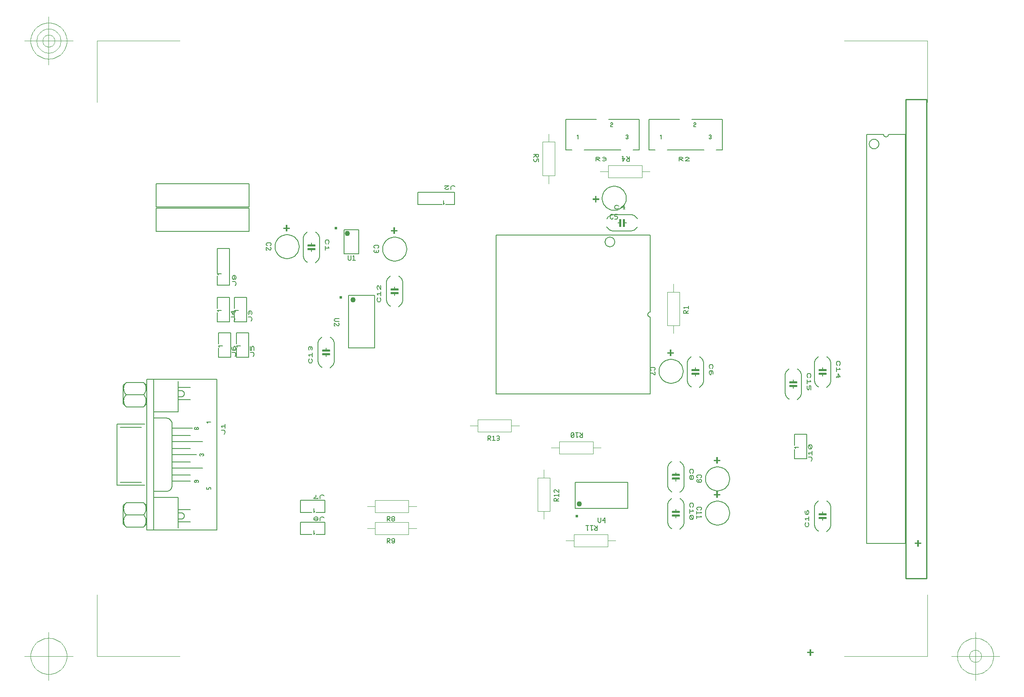
<source format=gbr>
G04 Generated by Ultiboard 10.0 *
%FSLAX25Y25*%
%MOIN*%

%ADD44C,0.00800*%
%ADD23C,0.00004*%
%ADD22C,0.00394*%
%ADD27C,0.01000*%
%ADD45C,0.02369*%
%ADD46C,0.04337*%


G04 ColorRGB FFFF00 for the following layer *
%LNSiebdruckoberseite*%
%LPD*%
%FSLAX25Y25*%
%MOIN*%
G54D44*
X56679Y119056D02*
X57274Y120167D01*
X57274Y120167D02*
X57274Y121278D01*
X57274Y121278D02*
X56679Y122389D01*
X56679Y122389D02*
X54298Y122389D01*
X54893Y124611D02*
X54298Y125722D01*
X54298Y125722D02*
X57274Y125722D01*
X57274Y124056D02*
X57274Y127389D01*
X91858Y273256D02*
X91071Y274040D01*
X91071Y274040D02*
X91071Y274824D01*
X91071Y274824D02*
X91858Y275608D01*
X91858Y275608D02*
X94220Y275608D01*
X94220Y275608D02*
X95008Y274824D01*
X95008Y274824D02*
X95008Y274040D01*
X95008Y274040D02*
X94220Y273256D01*
X94220Y272080D02*
X95008Y271297D01*
X95008Y271297D02*
X95008Y270513D01*
X95008Y270513D02*
X94220Y269729D01*
X94220Y269729D02*
X93827Y269729D01*
X93827Y269729D02*
X91071Y272080D01*
X91071Y272080D02*
X91071Y269729D01*
X91071Y269729D02*
X91465Y269729D01*
X179858Y271256D02*
X179071Y272040D01*
X179071Y272040D02*
X179071Y272824D01*
X179071Y272824D02*
X179858Y273608D01*
X179858Y273608D02*
X182220Y273608D01*
X182220Y273608D02*
X183008Y272824D01*
X183008Y272824D02*
X183008Y272040D01*
X183008Y272040D02*
X182220Y271256D01*
X182614Y269689D02*
X183008Y269297D01*
X183008Y269297D02*
X183008Y268513D01*
X183008Y268513D02*
X182220Y267729D01*
X182220Y267729D02*
X181433Y267729D01*
X181433Y267729D02*
X181039Y268121D01*
X181039Y268121D02*
X180646Y267729D01*
X180646Y267729D02*
X179858Y267729D01*
X179858Y267729D02*
X179071Y268513D01*
X179071Y268513D02*
X179071Y269297D01*
X179071Y269297D02*
X179465Y269689D01*
X181039Y269297D02*
X181039Y268121D01*
X272282Y113795D02*
X272282Y117732D01*
X272282Y117732D02*
X273850Y117732D01*
X273850Y117732D02*
X274633Y116945D01*
X274633Y116945D02*
X274633Y116551D01*
X274633Y116551D02*
X273850Y115764D01*
X273850Y115764D02*
X272282Y115764D01*
X272674Y115764D02*
X274633Y113795D01*
X276201Y116945D02*
X276985Y117732D01*
X276985Y117732D02*
X276985Y113795D01*
X275809Y113795D02*
X278161Y113795D01*
X279729Y117339D02*
X280121Y117732D01*
X280121Y117732D02*
X280905Y117732D01*
X280905Y117732D02*
X281689Y116945D01*
X281689Y116945D02*
X281689Y116157D01*
X281689Y116157D02*
X281297Y115764D01*
X281297Y115764D02*
X281689Y115370D01*
X281689Y115370D02*
X281689Y114583D01*
X281689Y114583D02*
X280905Y113795D01*
X280905Y113795D02*
X280121Y113795D01*
X280121Y113795D02*
X279729Y114189D01*
X280121Y115764D02*
X281297Y115764D01*
X65679Y240556D02*
X66274Y241667D01*
X66274Y241667D02*
X66274Y242778D01*
X66274Y242778D02*
X65679Y243889D01*
X65679Y243889D02*
X63298Y243889D01*
X65679Y245556D02*
X66274Y246667D01*
X66274Y246667D02*
X66274Y247778D01*
X66274Y247778D02*
X65679Y248889D01*
X65679Y248889D02*
X64488Y248889D01*
X64488Y248889D02*
X63893Y248889D01*
X63893Y248889D02*
X63298Y247778D01*
X63298Y247778D02*
X63298Y246667D01*
X63298Y246667D02*
X63893Y245556D01*
X63893Y245556D02*
X64488Y245556D01*
X64488Y245556D02*
X65083Y246667D01*
X65083Y246667D02*
X65083Y247778D01*
X65083Y247778D02*
X64488Y248889D01*
X128095Y180722D02*
X128690Y179611D01*
X128690Y179611D02*
X128690Y178500D01*
X128690Y178500D02*
X128095Y177389D01*
X128095Y177389D02*
X126310Y177389D01*
X126310Y177389D02*
X125714Y178500D01*
X125714Y178500D02*
X125714Y179611D01*
X125714Y179611D02*
X126310Y180722D01*
X126310Y182944D02*
X125714Y184056D01*
X125714Y184056D02*
X128690Y184056D01*
X128690Y182389D02*
X128690Y185722D01*
X126012Y187944D02*
X125714Y188500D01*
X125714Y188500D02*
X125714Y189611D01*
X125714Y189611D02*
X126310Y190722D01*
X126310Y190722D02*
X126905Y190722D01*
X126905Y190722D02*
X127202Y190167D01*
X127202Y190167D02*
X127500Y190722D01*
X127500Y190722D02*
X128095Y190722D01*
X128095Y190722D02*
X128690Y189611D01*
X128690Y189611D02*
X128690Y188500D01*
X128690Y188500D02*
X128393Y187944D01*
X127202Y188500D02*
X127202Y190167D01*
X138444Y68679D02*
X137333Y69274D01*
X137333Y69274D02*
X136222Y69274D01*
X136222Y69274D02*
X135111Y68679D01*
X135111Y68679D02*
X135111Y66298D01*
X131778Y69274D02*
X131778Y67786D01*
X131778Y67786D02*
X130111Y66893D01*
X130111Y66893D02*
X130111Y66298D01*
X130111Y66298D02*
X133444Y66298D01*
X133444Y66298D02*
X133444Y66893D01*
X138444Y50679D02*
X137333Y51274D01*
X137333Y51274D02*
X136222Y51274D01*
X136222Y51274D02*
X135111Y50679D01*
X135111Y50679D02*
X135111Y48298D01*
X131222Y51274D02*
X132333Y51274D01*
X132333Y51274D02*
X133444Y50679D01*
X133444Y50679D02*
X133444Y50083D01*
X133444Y50083D02*
X132889Y49786D01*
X132889Y49786D02*
X133444Y49488D01*
X133444Y49488D02*
X133444Y48893D01*
X133444Y48893D02*
X132333Y48298D01*
X132333Y48298D02*
X131222Y48298D01*
X131222Y48298D02*
X130111Y48893D01*
X130111Y48893D02*
X130111Y49488D01*
X130111Y49488D02*
X130667Y49786D01*
X130667Y49786D02*
X130111Y50083D01*
X130111Y50083D02*
X130111Y50679D01*
X130111Y50679D02*
X131222Y51274D01*
X132889Y49786D02*
X130667Y49786D01*
X65490Y182593D02*
X66085Y183704D01*
X66085Y183704D02*
X66085Y184816D01*
X66085Y184816D02*
X65490Y185927D01*
X65490Y185927D02*
X63109Y185927D01*
X63109Y190371D02*
X63109Y188704D01*
X63109Y188704D02*
X63704Y187593D01*
X63704Y187593D02*
X64894Y187593D01*
X64894Y187593D02*
X65490Y187593D01*
X65490Y187593D02*
X66085Y188704D01*
X66085Y188704D02*
X66085Y189816D01*
X66085Y189816D02*
X65490Y190927D01*
X65490Y190927D02*
X64894Y190927D01*
X64894Y190927D02*
X64299Y189816D01*
X64299Y189816D02*
X64299Y188704D01*
X64299Y188704D02*
X64894Y187593D01*
X64679Y211556D02*
X65274Y212667D01*
X65274Y212667D02*
X65274Y213778D01*
X65274Y213778D02*
X64679Y214889D01*
X64679Y214889D02*
X62298Y214889D01*
X64083Y219889D02*
X64083Y216556D01*
X64083Y216556D02*
X62298Y219333D01*
X62298Y219333D02*
X65274Y219333D01*
X65274Y218778D02*
X65274Y219889D01*
X80227Y182593D02*
X80822Y183704D01*
X80822Y183704D02*
X80822Y184816D01*
X80822Y184816D02*
X80227Y185927D01*
X80227Y185927D02*
X77846Y185927D01*
X77846Y190927D02*
X77846Y187593D01*
X77846Y187593D02*
X79036Y187593D01*
X79036Y187593D02*
X79036Y189816D01*
X79036Y189816D02*
X79631Y190927D01*
X79631Y190927D02*
X80227Y190927D01*
X80227Y190927D02*
X80822Y189816D01*
X80822Y189816D02*
X80822Y187593D01*
X78679Y211556D02*
X79274Y212667D01*
X79274Y212667D02*
X79274Y213778D01*
X79274Y213778D02*
X78679Y214889D01*
X78679Y214889D02*
X76298Y214889D01*
X76595Y217111D02*
X76298Y217667D01*
X76298Y217667D02*
X76298Y218778D01*
X76298Y218778D02*
X76893Y219889D01*
X76893Y219889D02*
X77488Y219889D01*
X77488Y219889D02*
X77786Y219333D01*
X77786Y219333D02*
X78083Y219889D01*
X78083Y219889D02*
X78679Y219889D01*
X78679Y219889D02*
X79274Y218778D01*
X79274Y218778D02*
X79274Y217667D01*
X79274Y217667D02*
X78976Y217111D01*
X77786Y217667D02*
X77786Y219333D01*
X190045Y47795D02*
X190045Y51732D01*
X190045Y51732D02*
X191613Y51732D01*
X191613Y51732D02*
X192397Y50945D01*
X192397Y50945D02*
X192397Y50551D01*
X192397Y50551D02*
X191613Y49764D01*
X191613Y49764D02*
X190045Y49764D01*
X190437Y49764D02*
X192397Y47795D01*
X195141Y47795D02*
X194357Y47795D01*
X194357Y47795D02*
X193573Y48583D01*
X193573Y48583D02*
X193573Y49370D01*
X193573Y49370D02*
X193965Y49764D01*
X193965Y49764D02*
X193573Y50157D01*
X193573Y50157D02*
X193573Y50945D01*
X193573Y50945D02*
X194357Y51732D01*
X194357Y51732D02*
X195141Y51732D01*
X195141Y51732D02*
X195925Y50945D01*
X195925Y50945D02*
X195925Y50157D01*
X195925Y50157D02*
X195533Y49764D01*
X195533Y49764D02*
X195925Y49370D01*
X195925Y49370D02*
X195925Y48583D01*
X195925Y48583D02*
X195141Y47795D01*
X193965Y49764D02*
X195533Y49764D01*
X190045Y29795D02*
X190045Y33732D01*
X190045Y33732D02*
X191613Y33732D01*
X191613Y33732D02*
X192397Y32945D01*
X192397Y32945D02*
X192397Y32551D01*
X192397Y32551D02*
X191613Y31764D01*
X191613Y31764D02*
X190045Y31764D01*
X190437Y31764D02*
X192397Y29795D01*
X193573Y30583D02*
X194357Y29795D01*
X194357Y29795D02*
X195141Y29795D01*
X195141Y29795D02*
X195925Y30583D01*
X195925Y30583D02*
X195925Y32157D01*
X195925Y32157D02*
X195925Y32945D01*
X195925Y32945D02*
X195141Y33732D01*
X195141Y33732D02*
X194357Y33732D01*
X194357Y33732D02*
X193573Y32945D01*
X193573Y32945D02*
X193573Y32157D01*
X193573Y32157D02*
X194357Y31370D01*
X194357Y31370D02*
X195141Y31370D01*
X195141Y31370D02*
X195925Y32157D01*
X184095Y230722D02*
X184690Y229611D01*
X184690Y229611D02*
X184690Y228500D01*
X184690Y228500D02*
X184095Y227389D01*
X184095Y227389D02*
X182310Y227389D01*
X182310Y227389D02*
X181714Y228500D01*
X181714Y228500D02*
X181714Y229611D01*
X181714Y229611D02*
X182310Y230722D01*
X182310Y232944D02*
X181714Y234056D01*
X181714Y234056D02*
X184690Y234056D01*
X184690Y232389D02*
X184690Y235722D01*
X182310Y237389D02*
X181714Y238500D01*
X181714Y238500D02*
X181714Y239611D01*
X181714Y239611D02*
X182310Y240722D01*
X182310Y240722D02*
X182607Y240722D01*
X182607Y240722D02*
X184690Y237389D01*
X184690Y237389D02*
X184690Y240722D01*
X184690Y240722D02*
X184393Y240722D01*
X150730Y213624D02*
X147580Y213624D01*
X147580Y213624D02*
X146793Y212840D01*
X146793Y212840D02*
X146793Y212056D01*
X146793Y212056D02*
X147580Y211272D01*
X147580Y211272D02*
X150730Y211272D01*
X149943Y210097D02*
X150730Y209313D01*
X150730Y209313D02*
X150730Y208529D01*
X150730Y208529D02*
X149943Y207745D01*
X149943Y207745D02*
X149549Y207745D01*
X149549Y207745D02*
X146793Y210097D01*
X146793Y210097D02*
X146793Y207745D01*
X146793Y207745D02*
X147187Y207745D01*
X139905Y274778D02*
X139310Y275889D01*
X139310Y275889D02*
X139310Y277000D01*
X139310Y277000D02*
X139905Y278111D01*
X139905Y278111D02*
X141690Y278111D01*
X141690Y278111D02*
X142286Y277000D01*
X142286Y277000D02*
X142286Y275889D01*
X142286Y275889D02*
X141690Y274778D01*
X141690Y272556D02*
X142286Y271444D01*
X142286Y271444D02*
X139310Y271444D01*
X139310Y273111D02*
X139310Y269778D01*
X157983Y265274D02*
X157983Y262124D01*
X157983Y262124D02*
X158767Y261337D01*
X158767Y261337D02*
X159551Y261337D01*
X159551Y261337D02*
X160335Y262124D01*
X160335Y262124D02*
X160335Y265274D01*
X161903Y264486D02*
X162686Y265274D01*
X162686Y265274D02*
X162686Y261337D01*
X161511Y261337D02*
X163862Y261337D01*
X245444Y321679D02*
X244333Y322274D01*
X244333Y322274D02*
X243222Y322274D01*
X243222Y322274D02*
X242111Y321679D01*
X242111Y321679D02*
X242111Y319298D01*
X240444Y319893D02*
X239333Y319298D01*
X239333Y319298D02*
X238222Y319298D01*
X238222Y319298D02*
X237111Y319893D01*
X237111Y319893D02*
X237111Y320190D01*
X237111Y320190D02*
X240444Y322274D01*
X240444Y322274D02*
X237111Y322274D01*
X237111Y322274D02*
X237111Y321976D01*
X362376Y50730D02*
X362376Y47580D01*
X362376Y47580D02*
X363160Y46793D01*
X363160Y46793D02*
X363944Y46793D01*
X363944Y46793D02*
X364728Y47580D01*
X364728Y47580D02*
X364728Y50730D01*
X368255Y48368D02*
X365903Y48368D01*
X365903Y48368D02*
X367863Y50730D01*
X367863Y50730D02*
X367863Y46793D01*
X367471Y46793D02*
X368255Y46793D01*
X361718Y44205D02*
X361718Y40268D01*
X361718Y40268D02*
X360150Y40268D01*
X360150Y40268D02*
X359367Y41055D01*
X359367Y41055D02*
X359367Y41449D01*
X359367Y41449D02*
X360150Y42236D01*
X360150Y42236D02*
X361718Y42236D01*
X361326Y42236D02*
X359367Y44205D01*
X357799Y41055D02*
X357015Y40268D01*
X357015Y40268D02*
X357015Y44205D01*
X358191Y44205D02*
X355839Y44205D01*
X354271Y41055D02*
X353487Y40268D01*
X353487Y40268D02*
X353487Y44205D01*
X354663Y44205D02*
X352311Y44205D01*
X330205Y64282D02*
X326268Y64282D01*
X326268Y64282D02*
X326268Y65850D01*
X326268Y65850D02*
X327055Y66633D01*
X327055Y66633D02*
X327449Y66633D01*
X327449Y66633D02*
X328236Y65850D01*
X328236Y65850D02*
X328236Y64282D01*
X328236Y64674D02*
X330205Y66633D01*
X327055Y68201D02*
X326268Y68985D01*
X326268Y68985D02*
X330205Y68985D01*
X330205Y67809D02*
X330205Y70161D01*
X327055Y71337D02*
X326268Y72121D01*
X326268Y72121D02*
X326268Y72905D01*
X326268Y72905D02*
X327055Y73689D01*
X327055Y73689D02*
X327449Y73689D01*
X327449Y73689D02*
X330205Y71337D01*
X330205Y71337D02*
X330205Y73689D01*
X330205Y73689D02*
X329811Y73689D01*
X349718Y120205D02*
X349718Y116268D01*
X349718Y116268D02*
X348150Y116268D01*
X348150Y116268D02*
X347367Y117055D01*
X347367Y117055D02*
X347367Y117449D01*
X347367Y117449D02*
X348150Y118236D01*
X348150Y118236D02*
X349718Y118236D01*
X349326Y118236D02*
X347367Y120205D01*
X345799Y117055D02*
X345015Y116268D01*
X345015Y116268D02*
X345015Y120205D01*
X346191Y120205D02*
X343839Y120205D01*
X342663Y117055D02*
X341879Y116268D01*
X341879Y116268D02*
X341095Y116268D01*
X341095Y116268D02*
X340311Y117055D01*
X340311Y117055D02*
X340311Y119417D01*
X340311Y119417D02*
X341095Y120205D01*
X341095Y120205D02*
X341879Y120205D01*
X341879Y120205D02*
X342663Y119417D01*
X342663Y119417D02*
X342663Y117055D01*
X340311Y117055D02*
X342663Y119417D01*
X437882Y86947D02*
X437287Y88058D01*
X437287Y88058D02*
X437287Y89169D01*
X437287Y89169D02*
X437882Y90280D01*
X437882Y90280D02*
X439668Y90280D01*
X439668Y90280D02*
X440263Y89169D01*
X440263Y89169D02*
X440263Y88058D01*
X440263Y88058D02*
X439668Y86947D01*
X437287Y83058D02*
X437287Y84169D01*
X437287Y84169D02*
X437882Y85280D01*
X437882Y85280D02*
X438477Y85280D01*
X438477Y85280D02*
X438775Y84725D01*
X438775Y84725D02*
X439073Y85280D01*
X439073Y85280D02*
X439668Y85280D01*
X439668Y85280D02*
X440263Y84169D01*
X440263Y84169D02*
X440263Y83058D01*
X440263Y83058D02*
X439668Y81947D01*
X439668Y81947D02*
X439073Y81947D01*
X439073Y81947D02*
X438775Y82502D01*
X438775Y82502D02*
X438477Y81947D01*
X438477Y81947D02*
X437882Y81947D01*
X437882Y81947D02*
X437287Y83058D01*
X438775Y84725D02*
X438775Y82502D01*
X437905Y59278D02*
X437310Y60389D01*
X437310Y60389D02*
X437310Y61500D01*
X437310Y61500D02*
X437905Y62611D01*
X437905Y62611D02*
X439690Y62611D01*
X439690Y62611D02*
X440286Y61500D01*
X440286Y61500D02*
X440286Y60389D01*
X440286Y60389D02*
X439690Y59278D01*
X439690Y57056D02*
X440286Y55944D01*
X440286Y55944D02*
X437310Y55944D01*
X437310Y57611D02*
X437310Y54278D01*
X439690Y52611D02*
X440286Y51500D01*
X440286Y51500D02*
X440286Y50389D01*
X440286Y50389D02*
X439690Y49278D01*
X439690Y49278D02*
X437905Y49278D01*
X437905Y49278D02*
X437310Y50389D01*
X437310Y50389D02*
X437310Y51500D01*
X437310Y51500D02*
X437905Y52611D01*
X437905Y52611D02*
X439690Y52611D01*
X439690Y49278D02*
X437905Y52611D01*
X443858Y57020D02*
X443071Y57804D01*
X443071Y57804D02*
X443071Y58588D01*
X443071Y58588D02*
X443858Y59372D01*
X443858Y59372D02*
X446220Y59372D01*
X446220Y59372D02*
X447008Y58588D01*
X447008Y58588D02*
X447008Y57804D01*
X447008Y57804D02*
X446220Y57020D01*
X446220Y55452D02*
X447008Y54668D01*
X447008Y54668D02*
X443071Y54668D01*
X443071Y55844D02*
X443071Y53493D01*
X446220Y51925D02*
X447008Y51141D01*
X447008Y51141D02*
X443071Y51141D01*
X443071Y52317D02*
X443071Y49965D01*
X443858Y83256D02*
X443071Y84040D01*
X443071Y84040D02*
X443071Y84824D01*
X443071Y84824D02*
X443858Y85608D01*
X443858Y85608D02*
X446220Y85608D01*
X446220Y85608D02*
X447008Y84824D01*
X447008Y84824D02*
X447008Y84040D01*
X447008Y84040D02*
X446220Y83256D01*
X443858Y82080D02*
X443071Y81297D01*
X443071Y81297D02*
X443071Y80513D01*
X443071Y80513D02*
X443858Y79729D01*
X443858Y79729D02*
X445433Y79729D01*
X445433Y79729D02*
X446220Y79729D01*
X446220Y79729D02*
X447008Y80513D01*
X447008Y80513D02*
X447008Y81297D01*
X447008Y81297D02*
X446220Y82080D01*
X446220Y82080D02*
X445433Y82080D01*
X445433Y82080D02*
X444646Y81297D01*
X444646Y81297D02*
X444646Y80513D01*
X444646Y80513D02*
X445433Y79729D01*
X453905Y172778D02*
X453310Y173889D01*
X453310Y173889D02*
X453310Y175000D01*
X453310Y175000D02*
X453905Y176111D01*
X453905Y176111D02*
X455690Y176111D01*
X455690Y176111D02*
X456286Y175000D01*
X456286Y175000D02*
X456286Y173889D01*
X456286Y173889D02*
X455690Y172778D01*
X456286Y168333D02*
X456286Y170000D01*
X456286Y170000D02*
X455690Y171111D01*
X455690Y171111D02*
X454500Y171111D01*
X454500Y171111D02*
X453905Y171111D01*
X453905Y171111D02*
X453310Y170000D01*
X453310Y170000D02*
X453310Y168889D01*
X453310Y168889D02*
X453905Y167778D01*
X453905Y167778D02*
X454500Y167778D01*
X454500Y167778D02*
X455095Y168889D01*
X455095Y168889D02*
X455095Y170000D01*
X455095Y170000D02*
X454500Y171111D01*
X405858Y171256D02*
X405071Y172040D01*
X405071Y172040D02*
X405071Y172824D01*
X405071Y172824D02*
X405858Y173608D01*
X405858Y173608D02*
X408220Y173608D01*
X408220Y173608D02*
X409008Y172824D01*
X409008Y172824D02*
X409008Y172040D01*
X409008Y172040D02*
X408220Y171256D01*
X405071Y168905D02*
X407039Y168905D01*
X407039Y168905D02*
X408220Y167729D01*
X408220Y167729D02*
X409008Y167729D01*
X409008Y167729D02*
X409008Y170080D01*
X409008Y170080D02*
X408220Y170080D01*
X436205Y218045D02*
X432268Y218045D01*
X432268Y218045D02*
X432268Y219613D01*
X432268Y219613D02*
X433055Y220397D01*
X433055Y220397D02*
X433449Y220397D01*
X433449Y220397D02*
X434236Y219613D01*
X434236Y219613D02*
X434236Y218045D01*
X434236Y218437D02*
X436205Y220397D01*
X433055Y221965D02*
X432268Y222749D01*
X432268Y222749D02*
X436205Y222749D01*
X436205Y221573D02*
X436205Y223925D01*
X379222Y303905D02*
X378111Y303310D01*
X378111Y303310D02*
X377000Y303310D01*
X377000Y303310D02*
X375889Y303905D01*
X375889Y303905D02*
X375889Y305690D01*
X375889Y305690D02*
X377000Y306286D01*
X377000Y306286D02*
X378111Y306286D01*
X378111Y306286D02*
X379222Y305690D01*
X384222Y304500D02*
X380889Y304500D01*
X380889Y304500D02*
X383667Y306286D01*
X383667Y306286D02*
X383667Y303310D01*
X383111Y303310D02*
X384222Y303310D01*
X374744Y295858D02*
X373960Y295071D01*
X373960Y295071D02*
X373176Y295071D01*
X373176Y295071D02*
X372392Y295858D01*
X372392Y295858D02*
X372392Y298220D01*
X372392Y298220D02*
X373176Y299008D01*
X373176Y299008D02*
X373960Y299008D01*
X373960Y299008D02*
X374744Y298220D01*
X378271Y299008D02*
X375920Y299008D01*
X375920Y299008D02*
X375920Y297433D01*
X375920Y297433D02*
X377487Y297433D01*
X377487Y297433D02*
X378271Y296646D01*
X378271Y296646D02*
X378271Y295858D01*
X378271Y295858D02*
X377487Y295071D01*
X377487Y295071D02*
X375920Y295071D01*
X387955Y346205D02*
X387955Y342268D01*
X387955Y342268D02*
X386387Y342268D01*
X386387Y342268D02*
X385603Y343055D01*
X385603Y343055D02*
X385603Y343449D01*
X385603Y343449D02*
X386387Y344236D01*
X386387Y344236D02*
X387955Y344236D01*
X387563Y344236D02*
X385603Y346205D01*
X382075Y344630D02*
X384427Y344630D01*
X384427Y344630D02*
X382467Y342268D01*
X382467Y342268D02*
X382467Y346205D01*
X382859Y346205D02*
X382075Y346205D01*
X360556Y342726D02*
X360556Y345702D01*
X360556Y345702D02*
X362778Y345702D01*
X362778Y345702D02*
X363889Y345107D01*
X363889Y345107D02*
X363889Y344810D01*
X363889Y344810D02*
X362778Y344214D01*
X362778Y344214D02*
X360556Y344214D01*
X361111Y344214D02*
X363889Y342726D01*
X366111Y345405D02*
X366667Y345702D01*
X366667Y345702D02*
X367778Y345702D01*
X367778Y345702D02*
X368889Y345107D01*
X368889Y345107D02*
X368889Y344512D01*
X368889Y344512D02*
X368333Y344214D01*
X368333Y344214D02*
X368889Y343917D01*
X368889Y343917D02*
X368889Y343321D01*
X368889Y343321D02*
X367778Y342726D01*
X367778Y342726D02*
X366667Y342726D01*
X366667Y342726D02*
X366111Y343024D01*
X366667Y344214D02*
X368333Y344214D01*
X309795Y347955D02*
X313732Y347955D01*
X313732Y347955D02*
X313732Y346387D01*
X313732Y346387D02*
X312945Y345603D01*
X312945Y345603D02*
X312551Y345603D01*
X312551Y345603D02*
X311764Y346387D01*
X311764Y346387D02*
X311764Y347955D01*
X311764Y347563D02*
X309795Y345603D01*
X313732Y342075D02*
X313732Y344427D01*
X313732Y344427D02*
X312157Y344427D01*
X312157Y344427D02*
X312157Y342859D01*
X312157Y342859D02*
X311370Y342075D01*
X311370Y342075D02*
X310583Y342075D01*
X310583Y342075D02*
X309795Y342859D01*
X309795Y342859D02*
X309795Y344427D01*
X428556Y342726D02*
X428556Y345702D01*
X428556Y345702D02*
X430778Y345702D01*
X430778Y345702D02*
X431889Y345107D01*
X431889Y345107D02*
X431889Y344810D01*
X431889Y344810D02*
X430778Y344214D01*
X430778Y344214D02*
X428556Y344214D01*
X429111Y344214D02*
X431889Y342726D01*
X433556Y345107D02*
X434667Y345702D01*
X434667Y345702D02*
X435778Y345702D01*
X435778Y345702D02*
X436889Y345107D01*
X436889Y345107D02*
X436889Y344810D01*
X436889Y344810D02*
X433556Y342726D01*
X433556Y342726D02*
X436889Y342726D01*
X436889Y342726D02*
X436889Y343024D01*
X534095Y46722D02*
X534690Y45611D01*
X534690Y45611D02*
X534690Y44500D01*
X534690Y44500D02*
X534095Y43389D01*
X534095Y43389D02*
X532310Y43389D01*
X532310Y43389D02*
X531714Y44500D01*
X531714Y44500D02*
X531714Y45611D01*
X531714Y45611D02*
X532310Y46722D01*
X532310Y48944D02*
X531714Y50056D01*
X531714Y50056D02*
X534690Y50056D01*
X534690Y48389D02*
X534690Y51722D01*
X531714Y56167D02*
X531714Y54500D01*
X531714Y54500D02*
X532310Y53389D01*
X532310Y53389D02*
X533500Y53389D01*
X533500Y53389D02*
X534095Y53389D01*
X534095Y53389D02*
X534690Y54500D01*
X534690Y54500D02*
X534690Y55611D01*
X534690Y55611D02*
X534095Y56722D01*
X534095Y56722D02*
X533500Y56722D01*
X533500Y56722D02*
X532905Y55611D01*
X532905Y55611D02*
X532905Y54500D01*
X532905Y54500D02*
X533500Y53389D01*
X536679Y97056D02*
X537274Y98167D01*
X537274Y98167D02*
X537274Y99278D01*
X537274Y99278D02*
X536679Y100389D01*
X536679Y100389D02*
X534298Y100389D01*
X534893Y102611D02*
X534298Y103722D01*
X534298Y103722D02*
X537274Y103722D01*
X537274Y102056D02*
X537274Y105389D01*
X534893Y107056D02*
X534298Y108167D01*
X534298Y108167D02*
X534298Y109278D01*
X534298Y109278D02*
X534893Y110389D01*
X534893Y110389D02*
X536679Y110389D01*
X536679Y110389D02*
X537274Y109278D01*
X537274Y109278D02*
X537274Y108167D01*
X537274Y108167D02*
X536679Y107056D01*
X536679Y107056D02*
X534893Y107056D01*
X534893Y110389D02*
X536679Y107056D01*
X533905Y165278D02*
X533310Y166389D01*
X533310Y166389D02*
X533310Y167500D01*
X533310Y167500D02*
X533905Y168611D01*
X533905Y168611D02*
X535690Y168611D01*
X535690Y168611D02*
X536286Y167500D01*
X536286Y167500D02*
X536286Y166389D01*
X536286Y166389D02*
X535690Y165278D01*
X535690Y163056D02*
X536286Y161944D01*
X536286Y161944D02*
X533310Y161944D01*
X533310Y163611D02*
X533310Y160278D01*
X536286Y155278D02*
X536286Y158611D01*
X536286Y158611D02*
X535095Y158611D01*
X535095Y158611D02*
X535095Y156389D01*
X535095Y156389D02*
X534500Y155278D01*
X534500Y155278D02*
X533905Y155278D01*
X533905Y155278D02*
X533310Y156389D01*
X533310Y156389D02*
X533310Y158611D01*
X557905Y175278D02*
X557310Y176389D01*
X557310Y176389D02*
X557310Y177500D01*
X557310Y177500D02*
X557905Y178611D01*
X557905Y178611D02*
X559690Y178611D01*
X559690Y178611D02*
X560286Y177500D01*
X560286Y177500D02*
X560286Y176389D01*
X560286Y176389D02*
X559690Y175278D01*
X559690Y173056D02*
X560286Y171944D01*
X560286Y171944D02*
X557310Y171944D01*
X557310Y173611D02*
X557310Y170278D01*
X558500Y165278D02*
X558500Y168611D01*
X558500Y168611D02*
X560286Y165833D01*
X560286Y165833D02*
X557310Y165833D01*
X557310Y166389D02*
X557310Y165278D01*
X50667Y40500D02*
X-6833Y40500D01*
X-6833Y163833D02*
X50667Y163833D01*
X-1000Y67167D02*
X19000Y67167D01*
X-1000Y72167D02*
X9000Y72167D01*
X-1000Y137167D02*
X19000Y137167D01*
X9000Y132167D02*
X-1000Y132167D01*
X-6833Y40500D02*
X-6833Y163833D01*
X-1000Y40500D02*
X-1000Y163833D01*
X-31000Y77167D02*
X-31000Y127167D01*
X-9333Y63000D02*
X-23500Y63000D01*
X-23509Y63009D02*
X-23846Y62647D01*
X-23846Y62647D02*
X-24157Y62263D01*
X-24157Y62263D02*
X-24441Y61858D01*
X-24441Y61858D02*
X-24695Y61434D01*
X-24695Y61434D02*
X-24920Y60994D01*
X-24920Y60994D02*
X-25113Y60538D01*
X-25113Y60538D02*
X-25274Y60071D01*
X-25274Y60071D02*
X-25402Y59593D01*
X-25402Y59593D02*
X-25496Y59108D01*
X-25496Y59108D02*
X-25556Y58617D01*
X-25556Y58617D02*
X-25582Y58124D01*
X-25582Y58124D02*
X-25574Y57629D01*
X-25574Y57629D02*
X-25531Y57137D01*
X-25531Y57137D02*
X-25453Y56648D01*
X-25453Y56648D02*
X-25342Y56167D01*
X-25342Y56167D02*
X-25197Y55694D01*
X-25197Y55694D02*
X-25020Y55232D01*
X-25020Y55232D02*
X-24811Y54784D01*
X-24811Y54784D02*
X-24572Y54352D01*
X-24572Y54352D02*
X-24302Y53937D01*
X-24302Y53937D02*
X-24005Y53542D01*
X-24005Y53542D02*
X-23680Y53169D01*
X-23680Y53169D02*
X-23509Y52991D01*
X-23500Y63000D02*
X-26000Y60500D01*
X-9325Y52991D02*
X-8988Y53353D01*
X-8988Y53353D02*
X-8676Y53737D01*
X-8676Y53737D02*
X-8393Y54142D01*
X-8393Y54142D02*
X-8138Y54566D01*
X-8138Y54566D02*
X-7914Y55006D01*
X-7914Y55006D02*
X-7721Y55462D01*
X-7721Y55462D02*
X-7560Y55929D01*
X-7560Y55929D02*
X-7432Y56407D01*
X-7432Y56407D02*
X-7337Y56892D01*
X-7337Y56892D02*
X-7277Y57383D01*
X-7277Y57383D02*
X-7251Y57876D01*
X-7251Y57876D02*
X-7260Y58371D01*
X-7260Y58371D02*
X-7303Y58863D01*
X-7303Y58863D02*
X-7380Y59352D01*
X-7380Y59352D02*
X-7491Y59833D01*
X-7491Y59833D02*
X-7636Y60306D01*
X-7636Y60306D02*
X-7813Y60768D01*
X-7813Y60768D02*
X-8022Y61216D01*
X-8022Y61216D02*
X-8262Y61648D01*
X-8262Y61648D02*
X-8531Y62063D01*
X-8531Y62063D02*
X-8829Y62458D01*
X-8829Y62458D02*
X-9153Y62831D01*
X-9153Y62831D02*
X-9325Y63009D01*
X-6833Y60500D02*
X-9333Y63000D01*
X-23500Y43000D02*
X-9333Y43000D01*
X-9333Y53000D02*
X-23500Y53000D01*
X-23509Y53009D02*
X-23846Y52647D01*
X-23846Y52647D02*
X-24157Y52263D01*
X-24157Y52263D02*
X-24441Y51858D01*
X-24441Y51858D02*
X-24695Y51434D01*
X-24695Y51434D02*
X-24920Y50994D01*
X-24920Y50994D02*
X-25113Y50538D01*
X-25113Y50538D02*
X-25274Y50071D01*
X-25274Y50071D02*
X-25402Y49593D01*
X-25402Y49593D02*
X-25496Y49108D01*
X-25496Y49108D02*
X-25556Y48617D01*
X-25556Y48617D02*
X-25582Y48124D01*
X-25582Y48124D02*
X-25574Y47629D01*
X-25574Y47629D02*
X-25531Y47137D01*
X-25531Y47137D02*
X-25453Y46648D01*
X-25453Y46648D02*
X-25342Y46167D01*
X-25342Y46167D02*
X-25197Y45694D01*
X-25197Y45694D02*
X-25020Y45232D01*
X-25020Y45232D02*
X-24811Y44784D01*
X-24811Y44784D02*
X-24572Y44352D01*
X-24572Y44352D02*
X-24302Y43937D01*
X-24302Y43937D02*
X-24005Y43542D01*
X-24005Y43542D02*
X-23680Y43169D01*
X-23680Y43169D02*
X-23509Y42991D01*
X-26000Y60500D02*
X-26000Y45500D01*
X-26000Y45500D02*
X-23500Y43000D01*
X-9325Y42991D02*
X-8988Y43353D01*
X-8988Y43353D02*
X-8676Y43737D01*
X-8676Y43737D02*
X-8393Y44142D01*
X-8393Y44142D02*
X-8138Y44566D01*
X-8138Y44566D02*
X-7914Y45006D01*
X-7914Y45006D02*
X-7721Y45462D01*
X-7721Y45462D02*
X-7560Y45929D01*
X-7560Y45929D02*
X-7432Y46407D01*
X-7432Y46407D02*
X-7337Y46892D01*
X-7337Y46892D02*
X-7277Y47383D01*
X-7277Y47383D02*
X-7251Y47876D01*
X-7251Y47876D02*
X-7260Y48371D01*
X-7260Y48371D02*
X-7303Y48863D01*
X-7303Y48863D02*
X-7380Y49352D01*
X-7380Y49352D02*
X-7491Y49833D01*
X-7491Y49833D02*
X-7636Y50306D01*
X-7636Y50306D02*
X-7813Y50768D01*
X-7813Y50768D02*
X-8022Y51216D01*
X-8022Y51216D02*
X-8262Y51648D01*
X-8262Y51648D02*
X-8531Y52063D01*
X-8531Y52063D02*
X-8829Y52458D01*
X-8829Y52458D02*
X-9153Y52831D01*
X-9153Y52831D02*
X-9325Y53009D01*
X-9333Y43000D02*
X-6833Y45500D01*
X-8500Y77167D02*
X-31000Y77167D01*
X-11000Y79667D02*
X-28500Y79667D01*
X-28500Y124667D02*
X-11000Y124667D01*
X-9325Y151325D02*
X-8988Y151686D01*
X-8988Y151686D02*
X-8676Y152071D01*
X-8676Y152071D02*
X-8393Y152476D01*
X-8393Y152476D02*
X-8138Y152899D01*
X-8138Y152899D02*
X-7914Y153340D01*
X-7914Y153340D02*
X-7721Y153795D01*
X-7721Y153795D02*
X-7560Y154263D01*
X-7560Y154263D02*
X-7432Y154740D01*
X-7432Y154740D02*
X-7337Y155225D01*
X-7337Y155225D02*
X-7277Y155716D01*
X-7277Y155716D02*
X-7251Y156210D01*
X-7251Y156210D02*
X-7260Y156704D01*
X-7260Y156704D02*
X-7303Y157197D01*
X-7303Y157197D02*
X-7380Y157685D01*
X-7380Y157685D02*
X-7491Y158167D01*
X-7491Y158167D02*
X-7636Y158640D01*
X-7636Y158640D02*
X-7813Y159101D01*
X-7813Y159101D02*
X-8022Y159549D01*
X-8022Y159549D02*
X-8262Y159982D01*
X-8262Y159982D02*
X-8531Y160396D01*
X-8531Y160396D02*
X-8829Y160791D01*
X-8829Y160791D02*
X-9153Y161164D01*
X-9153Y161164D02*
X-9325Y161342D01*
X-23509Y161342D02*
X-23846Y160981D01*
X-23846Y160981D02*
X-24157Y160596D01*
X-24157Y160596D02*
X-24441Y160191D01*
X-24441Y160191D02*
X-24695Y159768D01*
X-24695Y159768D02*
X-24920Y159327D01*
X-24920Y159327D02*
X-25113Y158872D01*
X-25113Y158872D02*
X-25274Y158404D01*
X-25274Y158404D02*
X-25402Y157927D01*
X-25402Y157927D02*
X-25496Y157442D01*
X-25496Y157442D02*
X-25556Y156951D01*
X-25556Y156951D02*
X-25582Y156457D01*
X-25582Y156457D02*
X-25574Y155963D01*
X-25574Y155963D02*
X-25531Y155470D01*
X-25531Y155470D02*
X-25453Y154982D01*
X-25453Y154982D02*
X-25342Y154500D01*
X-25342Y154500D02*
X-25197Y154027D01*
X-25197Y154027D02*
X-25020Y153566D01*
X-25020Y153566D02*
X-24811Y153118D01*
X-24811Y153118D02*
X-24572Y152685D01*
X-24572Y152685D02*
X-24302Y152271D01*
X-24302Y152271D02*
X-24005Y151876D01*
X-24005Y151876D02*
X-23680Y151503D01*
X-23680Y151503D02*
X-23509Y151325D01*
X-26000Y158833D02*
X-26000Y143833D01*
X-31000Y127167D02*
X-8500Y127167D01*
X-23500Y141333D02*
X-9333Y141333D01*
X-9333Y151333D02*
X-23500Y151333D01*
X-23509Y151342D02*
X-23846Y150981D01*
X-23846Y150981D02*
X-24157Y150596D01*
X-24157Y150596D02*
X-24441Y150191D01*
X-24441Y150191D02*
X-24695Y149768D01*
X-24695Y149768D02*
X-24920Y149327D01*
X-24920Y149327D02*
X-25113Y148872D01*
X-25113Y148872D02*
X-25274Y148404D01*
X-25274Y148404D02*
X-25402Y147927D01*
X-25402Y147927D02*
X-25496Y147442D01*
X-25496Y147442D02*
X-25556Y146951D01*
X-25556Y146951D02*
X-25582Y146457D01*
X-25582Y146457D02*
X-25574Y145963D01*
X-25574Y145963D02*
X-25531Y145470D01*
X-25531Y145470D02*
X-25453Y144982D01*
X-25453Y144982D02*
X-25342Y144500D01*
X-25342Y144500D02*
X-25197Y144027D01*
X-25197Y144027D02*
X-25020Y143566D01*
X-25020Y143566D02*
X-24811Y143118D01*
X-24811Y143118D02*
X-24572Y142685D01*
X-24572Y142685D02*
X-24302Y142271D01*
X-24302Y142271D02*
X-24005Y141876D01*
X-24005Y141876D02*
X-23680Y141503D01*
X-23680Y141503D02*
X-23509Y141325D01*
X-26000Y143833D02*
X-23500Y141333D01*
X-9325Y141325D02*
X-8988Y141686D01*
X-8988Y141686D02*
X-8676Y142071D01*
X-8676Y142071D02*
X-8393Y142476D01*
X-8393Y142476D02*
X-8138Y142899D01*
X-8138Y142899D02*
X-7914Y143340D01*
X-7914Y143340D02*
X-7721Y143795D01*
X-7721Y143795D02*
X-7560Y144263D01*
X-7560Y144263D02*
X-7432Y144740D01*
X-7432Y144740D02*
X-7337Y145225D01*
X-7337Y145225D02*
X-7277Y145716D01*
X-7277Y145716D02*
X-7251Y146210D01*
X-7251Y146210D02*
X-7260Y146704D01*
X-7260Y146704D02*
X-7303Y147197D01*
X-7303Y147197D02*
X-7380Y147685D01*
X-7380Y147685D02*
X-7491Y148167D01*
X-7491Y148167D02*
X-7636Y148640D01*
X-7636Y148640D02*
X-7813Y149101D01*
X-7813Y149101D02*
X-8022Y149549D01*
X-8022Y149549D02*
X-8262Y149982D01*
X-8262Y149982D02*
X-8531Y150396D01*
X-8531Y150396D02*
X-8829Y150791D01*
X-8829Y150791D02*
X-9153Y151164D01*
X-9153Y151164D02*
X-9325Y151342D01*
X-9333Y141333D02*
X-6833Y143833D01*
X-9333Y161333D02*
X-23500Y161333D01*
X-23500Y161333D02*
X-26000Y158833D01*
X-6833Y158833D02*
X-9333Y161333D01*
X50667Y163833D02*
X50667Y40500D01*
X14000Y77167D02*
X14000Y127167D01*
X19000Y67167D02*
X19000Y42167D01*
X19000Y47167D02*
X29000Y47167D01*
X19000Y57167D02*
X29000Y57167D01*
X21500Y49667D02*
X21674Y49673D01*
X21674Y49673D02*
X21848Y49691D01*
X21848Y49691D02*
X22020Y49721D01*
X22020Y49721D02*
X22189Y49763D01*
X22189Y49763D02*
X22355Y49817D01*
X22355Y49817D02*
X22517Y49883D01*
X22517Y49883D02*
X22674Y49959D01*
X22674Y49959D02*
X22825Y50046D01*
X22825Y50046D02*
X22969Y50144D01*
X22969Y50144D02*
X23107Y50251D01*
X23107Y50251D02*
X23237Y50368D01*
X23237Y50368D02*
X23358Y50494D01*
X23358Y50494D02*
X23470Y50627D01*
X23470Y50627D02*
X23573Y50769D01*
X23573Y50769D02*
X23665Y50917D01*
X23665Y50917D02*
X23747Y51071D01*
X23747Y51071D02*
X23818Y51230D01*
X23818Y51230D02*
X23878Y51394D01*
X23878Y51394D02*
X23926Y51562D01*
X23926Y51562D02*
X23962Y51732D01*
X23962Y51732D02*
X23986Y51905D01*
X23986Y51905D02*
X23998Y52079D01*
X23998Y52079D02*
X23998Y52254D01*
X23998Y52254D02*
X23986Y52428D01*
X23986Y52428D02*
X23962Y52601D01*
X23962Y52601D02*
X23926Y52771D01*
X23926Y52771D02*
X23878Y52939D01*
X23878Y52939D02*
X23818Y53103D01*
X23818Y53103D02*
X23747Y53262D01*
X23747Y53262D02*
X23665Y53417D01*
X23665Y53417D02*
X23573Y53565D01*
X23573Y53565D02*
X23470Y53706D01*
X23470Y53706D02*
X23358Y53839D01*
X23358Y53839D02*
X23237Y53965D01*
X23237Y53965D02*
X23107Y54082D01*
X23107Y54082D02*
X22969Y54189D01*
X22969Y54189D02*
X22825Y54287D01*
X22825Y54287D02*
X22674Y54374D01*
X22674Y54374D02*
X22517Y54450D01*
X22517Y54450D02*
X22355Y54516D01*
X22355Y54516D02*
X22189Y54570D01*
X22189Y54570D02*
X22020Y54612D01*
X22020Y54612D02*
X21848Y54642D01*
X21848Y54642D02*
X21674Y54660D01*
X21674Y54660D02*
X21500Y54667D01*
X19000Y49667D02*
X21500Y49667D01*
X21500Y54667D02*
X19000Y54667D01*
X14000Y91333D02*
X39000Y91333D01*
X14000Y113000D02*
X39000Y113000D01*
X14000Y102167D02*
X34000Y102167D01*
X14000Y80500D02*
X29000Y80500D01*
X14000Y85500D02*
X29000Y85500D01*
X9000Y72167D02*
X9349Y72179D01*
X9349Y72179D02*
X9696Y72215D01*
X9696Y72215D02*
X10040Y72276D01*
X10040Y72276D02*
X10378Y72360D01*
X10378Y72360D02*
X10710Y72468D01*
X10710Y72468D02*
X11034Y72599D01*
X11034Y72599D02*
X11347Y72752D01*
X11347Y72752D02*
X11650Y72926D01*
X11650Y72926D02*
X11939Y73121D01*
X11939Y73121D02*
X12214Y73336D01*
X12214Y73336D02*
X12473Y73570D01*
X12473Y73570D02*
X12716Y73821D01*
X12716Y73821D02*
X12940Y74088D01*
X12940Y74088D02*
X13145Y74371D01*
X13145Y74371D02*
X13330Y74667D01*
X13330Y74667D02*
X13494Y74975D01*
X13494Y74975D02*
X13636Y75293D01*
X13636Y75293D02*
X13755Y75621D01*
X13755Y75621D02*
X13851Y75957D01*
X13851Y75957D02*
X13924Y76298D01*
X13924Y76298D02*
X13973Y76644D01*
X13973Y76644D02*
X13997Y76992D01*
X13997Y76992D02*
X14000Y77167D01*
X14000Y96333D02*
X29000Y96333D01*
X14000Y123833D02*
X30667Y123833D01*
X14000Y107167D02*
X29000Y107167D01*
X14000Y118000D02*
X28167Y118000D01*
X28167Y118000D02*
X29000Y118000D01*
X45667Y74667D02*
X45665Y74725D01*
X45665Y74725D02*
X45659Y74783D01*
X45659Y74783D02*
X45649Y74840D01*
X45649Y74840D02*
X45635Y74896D01*
X45635Y74896D02*
X45617Y74952D01*
X45617Y74952D02*
X45595Y75005D01*
X45595Y75005D02*
X45569Y75058D01*
X45569Y75058D02*
X45540Y75108D01*
X45540Y75108D02*
X45508Y75156D01*
X45508Y75156D02*
X45472Y75202D01*
X45472Y75202D02*
X45433Y75245D01*
X45433Y75245D02*
X45391Y75286D01*
X45391Y75286D02*
X45347Y75323D01*
X45347Y75323D02*
X45299Y75357D01*
X45299Y75357D02*
X45250Y75388D01*
X45250Y75388D02*
X45199Y75416D01*
X45199Y75416D02*
X45146Y75439D01*
X45146Y75439D02*
X45091Y75459D01*
X45091Y75459D02*
X45035Y75475D01*
X45035Y75475D02*
X44978Y75487D01*
X44978Y75487D02*
X44921Y75495D01*
X44921Y75495D02*
X44863Y75499D01*
X44863Y75499D02*
X44804Y75499D01*
X44804Y75499D02*
X44746Y75495D01*
X44746Y75495D02*
X44689Y75487D01*
X44689Y75487D02*
X44632Y75475D01*
X44632Y75475D02*
X44576Y75459D01*
X44576Y75459D02*
X44521Y75439D01*
X44521Y75439D02*
X44468Y75416D01*
X44468Y75416D02*
X44417Y75388D01*
X44417Y75388D02*
X44367Y75357D01*
X44367Y75357D02*
X44320Y75323D01*
X44320Y75323D02*
X44276Y75286D01*
X44276Y75286D02*
X44234Y75245D01*
X44234Y75245D02*
X44195Y75202D01*
X44195Y75202D02*
X44159Y75156D01*
X44159Y75156D02*
X44127Y75108D01*
X44127Y75108D02*
X44098Y75058D01*
X44098Y75058D02*
X44072Y75005D01*
X44072Y75005D02*
X44050Y74952D01*
X44050Y74952D02*
X44032Y74896D01*
X44032Y74896D02*
X44018Y74840D01*
X44018Y74840D02*
X44008Y74783D01*
X44008Y74783D02*
X44002Y74725D01*
X44002Y74725D02*
X44000Y74667D01*
X42333Y73833D02*
X44000Y73833D01*
X42333Y75500D02*
X42333Y73833D01*
X44000Y73833D02*
X44000Y74667D01*
X45667Y73833D02*
X45667Y74667D01*
X34833Y79667D02*
X34892Y79669D01*
X34892Y79669D02*
X34949Y79675D01*
X34949Y79675D02*
X35007Y79685D01*
X35007Y79685D02*
X35063Y79699D01*
X35063Y79699D02*
X35118Y79717D01*
X35118Y79717D02*
X35172Y79739D01*
X35172Y79739D02*
X35225Y79764D01*
X35225Y79764D02*
X35275Y79793D01*
X35275Y79793D02*
X35323Y79826D01*
X35323Y79826D02*
X35369Y79862D01*
X35369Y79862D02*
X35412Y79901D01*
X35412Y79901D02*
X35453Y79942D01*
X35453Y79942D02*
X35490Y79987D01*
X35490Y79987D02*
X35524Y80034D01*
X35524Y80034D02*
X35555Y80083D01*
X35555Y80083D02*
X35582Y80135D01*
X35582Y80135D02*
X35606Y80188D01*
X35606Y80188D02*
X35626Y80242D01*
X35626Y80242D02*
X35642Y80298D01*
X35642Y80298D02*
X35654Y80355D01*
X35654Y80355D02*
X35662Y80413D01*
X35662Y80413D02*
X35666Y80471D01*
X35666Y80471D02*
X35666Y80529D01*
X35666Y80529D02*
X35662Y80587D01*
X35662Y80587D02*
X35654Y80645D01*
X35654Y80645D02*
X35642Y80702D01*
X35642Y80702D02*
X35626Y80758D01*
X35626Y80758D02*
X35606Y80812D01*
X35606Y80812D02*
X35582Y80865D01*
X35582Y80865D02*
X35555Y80917D01*
X35555Y80917D02*
X35524Y80966D01*
X35524Y80966D02*
X35490Y81013D01*
X35490Y81013D02*
X35453Y81058D01*
X35453Y81058D02*
X35412Y81099D01*
X35412Y81099D02*
X35369Y81138D01*
X35369Y81138D02*
X35323Y81174D01*
X35323Y81174D02*
X35275Y81207D01*
X35275Y81207D02*
X35225Y81236D01*
X35225Y81236D02*
X35172Y81261D01*
X35172Y81261D02*
X35118Y81283D01*
X35118Y81283D02*
X35063Y81301D01*
X35063Y81301D02*
X35007Y81315D01*
X35007Y81315D02*
X34949Y81325D01*
X34949Y81325D02*
X34892Y81331D01*
X34892Y81331D02*
X34833Y81333D01*
X33167Y81333D02*
X33108Y81331D01*
X33108Y81331D02*
X33051Y81325D01*
X33051Y81325D02*
X32993Y81315D01*
X32993Y81315D02*
X32937Y81301D01*
X32937Y81301D02*
X32882Y81283D01*
X32882Y81283D02*
X32828Y81261D01*
X32828Y81261D02*
X32775Y81236D01*
X32775Y81236D02*
X32725Y81207D01*
X32725Y81207D02*
X32677Y81174D01*
X32677Y81174D02*
X32631Y81138D01*
X32631Y81138D02*
X32588Y81099D01*
X32588Y81099D02*
X32547Y81058D01*
X32547Y81058D02*
X32510Y81013D01*
X32510Y81013D02*
X32476Y80966D01*
X32476Y80966D02*
X32445Y80917D01*
X32445Y80917D02*
X32418Y80865D01*
X32418Y80865D02*
X32394Y80812D01*
X32394Y80812D02*
X32374Y80758D01*
X32374Y80758D02*
X32358Y80702D01*
X32358Y80702D02*
X32346Y80645D01*
X32346Y80645D02*
X32338Y80587D01*
X32338Y80587D02*
X32334Y80529D01*
X32334Y80529D02*
X32334Y80471D01*
X32334Y80471D02*
X32338Y80413D01*
X32338Y80413D02*
X32346Y80355D01*
X32346Y80355D02*
X32358Y80298D01*
X32358Y80298D02*
X32374Y80242D01*
X32374Y80242D02*
X32394Y80188D01*
X32394Y80188D02*
X32418Y80135D01*
X32418Y80135D02*
X32445Y80083D01*
X32445Y80083D02*
X32476Y80034D01*
X32476Y80034D02*
X32510Y79987D01*
X32510Y79987D02*
X32547Y79942D01*
X32547Y79942D02*
X32588Y79901D01*
X32588Y79901D02*
X32631Y79862D01*
X32631Y79862D02*
X32677Y79826D01*
X32677Y79826D02*
X32725Y79793D01*
X32725Y79793D02*
X32775Y79764D01*
X32775Y79764D02*
X32828Y79739D01*
X32828Y79739D02*
X32882Y79717D01*
X32882Y79717D02*
X32937Y79699D01*
X32937Y79699D02*
X32993Y79685D01*
X32993Y79685D02*
X33051Y79675D01*
X33051Y79675D02*
X33108Y79669D01*
X33108Y79669D02*
X33167Y79667D01*
X33167Y79667D02*
X33225Y79669D01*
X33225Y79669D02*
X33283Y79675D01*
X33283Y79675D02*
X33340Y79685D01*
X33340Y79685D02*
X33396Y79699D01*
X33396Y79699D02*
X33452Y79717D01*
X33452Y79717D02*
X33505Y79739D01*
X33505Y79739D02*
X33558Y79764D01*
X33558Y79764D02*
X33608Y79793D01*
X33608Y79793D02*
X33656Y79826D01*
X33656Y79826D02*
X33702Y79862D01*
X33702Y79862D02*
X33745Y79901D01*
X33745Y79901D02*
X33786Y79942D01*
X33786Y79942D02*
X33823Y79987D01*
X33823Y79987D02*
X33857Y80034D01*
X33857Y80034D02*
X33888Y80083D01*
X33888Y80083D02*
X33916Y80135D01*
X33916Y80135D02*
X33939Y80188D01*
X33939Y80188D02*
X33959Y80242D01*
X33959Y80242D02*
X33975Y80298D01*
X33975Y80298D02*
X33987Y80355D01*
X33987Y80355D02*
X33995Y80413D01*
X33995Y80413D02*
X33999Y80471D01*
X33999Y80471D02*
X33999Y80529D01*
X33999Y80529D02*
X33995Y80587D01*
X33995Y80587D02*
X33987Y80645D01*
X33987Y80645D02*
X33975Y80702D01*
X33975Y80702D02*
X33959Y80758D01*
X33959Y80758D02*
X33939Y80812D01*
X33939Y80812D02*
X33916Y80865D01*
X33916Y80865D02*
X33888Y80917D01*
X33888Y80917D02*
X33857Y80966D01*
X33857Y80966D02*
X33823Y81013D01*
X33823Y81013D02*
X33786Y81058D01*
X33786Y81058D02*
X33745Y81099D01*
X33745Y81099D02*
X33702Y81138D01*
X33702Y81138D02*
X33656Y81174D01*
X33656Y81174D02*
X33608Y81207D01*
X33608Y81207D02*
X33558Y81236D01*
X33558Y81236D02*
X33505Y81261D01*
X33505Y81261D02*
X33452Y81283D01*
X33452Y81283D02*
X33396Y81301D01*
X33396Y81301D02*
X33340Y81315D01*
X33340Y81315D02*
X33283Y81325D01*
X33283Y81325D02*
X33225Y81331D01*
X33225Y81331D02*
X33167Y81333D01*
X33167Y81333D02*
X34833Y81333D01*
X39000Y101333D02*
X39058Y101335D01*
X39058Y101335D02*
X39116Y101341D01*
X39116Y101341D02*
X39173Y101351D01*
X39173Y101351D02*
X39230Y101365D01*
X39230Y101365D02*
X39285Y101383D01*
X39285Y101383D02*
X39339Y101405D01*
X39339Y101405D02*
X39391Y101431D01*
X39391Y101431D02*
X39442Y101460D01*
X39442Y101460D02*
X39490Y101492D01*
X39490Y101492D02*
X39536Y101528D01*
X39536Y101528D02*
X39579Y101567D01*
X39579Y101567D02*
X39619Y101609D01*
X39619Y101609D02*
X39657Y101653D01*
X39657Y101653D02*
X39691Y101701D01*
X39691Y101701D02*
X39722Y101750D01*
X39722Y101750D02*
X39749Y101801D01*
X39749Y101801D02*
X39773Y101854D01*
X39773Y101854D02*
X39793Y101909D01*
X39793Y101909D02*
X39809Y101965D01*
X39809Y101965D02*
X39821Y102022D01*
X39821Y102022D02*
X39829Y102079D01*
X39829Y102079D02*
X39833Y102137D01*
X39833Y102137D02*
X39833Y102196D01*
X39833Y102196D02*
X39829Y102254D01*
X39829Y102254D02*
X39821Y102311D01*
X39821Y102311D02*
X39809Y102368D01*
X39809Y102368D02*
X39793Y102424D01*
X39793Y102424D02*
X39773Y102479D01*
X39773Y102479D02*
X39749Y102532D01*
X39749Y102532D02*
X39722Y102583D01*
X39722Y102583D02*
X39691Y102633D01*
X39691Y102633D02*
X39657Y102680D01*
X39657Y102680D02*
X39619Y102724D01*
X39619Y102724D02*
X39579Y102766D01*
X39579Y102766D02*
X39536Y102805D01*
X39536Y102805D02*
X39490Y102841D01*
X39490Y102841D02*
X39442Y102873D01*
X39442Y102873D02*
X39391Y102902D01*
X39391Y102902D02*
X39339Y102928D01*
X39339Y102928D02*
X39285Y102950D01*
X39285Y102950D02*
X39230Y102968D01*
X39230Y102968D02*
X39173Y102982D01*
X39173Y102982D02*
X39116Y102992D01*
X39116Y102992D02*
X39058Y102998D01*
X39058Y102998D02*
X39000Y103000D01*
X39000Y103000D02*
X38942Y102998D01*
X38942Y102998D02*
X38884Y102992D01*
X38884Y102992D02*
X38827Y102982D01*
X38827Y102982D02*
X38770Y102968D01*
X38770Y102968D02*
X38715Y102950D01*
X38715Y102950D02*
X38661Y102928D01*
X38661Y102928D02*
X38609Y102902D01*
X38609Y102902D02*
X38558Y102873D01*
X38558Y102873D02*
X38510Y102841D01*
X38510Y102841D02*
X38464Y102805D01*
X38464Y102805D02*
X38421Y102766D01*
X38421Y102766D02*
X38381Y102724D01*
X38381Y102724D02*
X38343Y102680D01*
X38343Y102680D02*
X38309Y102633D01*
X38309Y102633D02*
X38278Y102583D01*
X38278Y102583D02*
X38251Y102532D01*
X38251Y102532D02*
X38227Y102479D01*
X38227Y102479D02*
X38207Y102424D01*
X38207Y102424D02*
X38191Y102368D01*
X38191Y102368D02*
X38179Y102311D01*
X38179Y102311D02*
X38171Y102254D01*
X38171Y102254D02*
X38167Y102196D01*
X38167Y102196D02*
X38167Y102167D01*
X38167Y102167D02*
X38165Y102225D01*
X38165Y102225D02*
X38159Y102283D01*
X38159Y102283D02*
X38149Y102340D01*
X38149Y102340D02*
X38135Y102396D01*
X38135Y102396D02*
X38117Y102452D01*
X38117Y102452D02*
X38095Y102505D01*
X38095Y102505D02*
X38069Y102558D01*
X38069Y102558D02*
X38040Y102608D01*
X38040Y102608D02*
X38008Y102656D01*
X38008Y102656D02*
X37972Y102702D01*
X37972Y102702D02*
X37933Y102745D01*
X37933Y102745D02*
X37891Y102786D01*
X37891Y102786D02*
X37847Y102823D01*
X37847Y102823D02*
X37799Y102857D01*
X37799Y102857D02*
X37750Y102888D01*
X37750Y102888D02*
X37699Y102916D01*
X37699Y102916D02*
X37646Y102939D01*
X37646Y102939D02*
X37591Y102959D01*
X37591Y102959D02*
X37535Y102975D01*
X37535Y102975D02*
X37478Y102987D01*
X37478Y102987D02*
X37421Y102995D01*
X37421Y102995D02*
X37363Y102999D01*
X37363Y102999D02*
X37304Y102999D01*
X37304Y102999D02*
X37246Y102995D01*
X37246Y102995D02*
X37189Y102987D01*
X37189Y102987D02*
X37132Y102975D01*
X37132Y102975D02*
X37076Y102959D01*
X37076Y102959D02*
X37021Y102939D01*
X37021Y102939D02*
X36968Y102916D01*
X36968Y102916D02*
X36917Y102888D01*
X36917Y102888D02*
X36867Y102857D01*
X36867Y102857D02*
X36820Y102823D01*
X36820Y102823D02*
X36776Y102786D01*
X36776Y102786D02*
X36734Y102745D01*
X36734Y102745D02*
X36695Y102702D01*
X36695Y102702D02*
X36659Y102656D01*
X36659Y102656D02*
X36627Y102608D01*
X36627Y102608D02*
X36598Y102558D01*
X36598Y102558D02*
X36572Y102505D01*
X36572Y102505D02*
X36550Y102452D01*
X36550Y102452D02*
X36532Y102396D01*
X36532Y102396D02*
X36518Y102340D01*
X36518Y102340D02*
X36508Y102283D01*
X36508Y102283D02*
X36502Y102225D01*
X36502Y102225D02*
X36500Y102167D01*
X36500Y102167D02*
X36502Y102108D01*
X36502Y102108D02*
X36508Y102051D01*
X36508Y102051D02*
X36518Y101993D01*
X36518Y101993D02*
X36532Y101937D01*
X36532Y101937D02*
X36550Y101882D01*
X36550Y101882D02*
X36572Y101828D01*
X36572Y101828D02*
X36598Y101775D01*
X36598Y101775D02*
X36627Y101725D01*
X36627Y101725D02*
X36659Y101677D01*
X36659Y101677D02*
X36695Y101631D01*
X36695Y101631D02*
X36734Y101588D01*
X36734Y101588D02*
X36776Y101547D01*
X36776Y101547D02*
X36820Y101510D01*
X36820Y101510D02*
X36867Y101476D01*
X36867Y101476D02*
X36917Y101445D01*
X36917Y101445D02*
X36968Y101418D01*
X36968Y101418D02*
X37021Y101394D01*
X37021Y101394D02*
X37076Y101374D01*
X37076Y101374D02*
X37132Y101358D01*
X37132Y101358D02*
X37189Y101346D01*
X37189Y101346D02*
X37246Y101338D01*
X37246Y101338D02*
X37304Y101334D01*
X37304Y101334D02*
X37333Y101333D01*
X34833Y124667D02*
X34775Y124665D01*
X34775Y124665D02*
X34717Y124659D01*
X34717Y124659D02*
X34660Y124649D01*
X34660Y124649D02*
X34604Y124635D01*
X34604Y124635D02*
X34548Y124617D01*
X34548Y124617D02*
X34495Y124595D01*
X34495Y124595D02*
X34442Y124569D01*
X34442Y124569D02*
X34392Y124540D01*
X34392Y124540D02*
X34344Y124508D01*
X34344Y124508D02*
X34298Y124472D01*
X34298Y124472D02*
X34255Y124433D01*
X34255Y124433D02*
X34214Y124391D01*
X34214Y124391D02*
X34177Y124347D01*
X34177Y124347D02*
X34143Y124299D01*
X34143Y124299D02*
X34112Y124250D01*
X34112Y124250D02*
X34084Y124199D01*
X34084Y124199D02*
X34061Y124146D01*
X34061Y124146D02*
X34041Y124091D01*
X34041Y124091D02*
X34025Y124035D01*
X34025Y124035D02*
X34013Y123978D01*
X34013Y123978D02*
X34005Y123921D01*
X34005Y123921D02*
X34001Y123863D01*
X34001Y123863D02*
X34001Y123804D01*
X34001Y123804D02*
X34005Y123746D01*
X34005Y123746D02*
X34013Y123689D01*
X34013Y123689D02*
X34025Y123632D01*
X34025Y123632D02*
X34041Y123576D01*
X34041Y123576D02*
X34061Y123521D01*
X34061Y123521D02*
X34084Y123468D01*
X34084Y123468D02*
X34112Y123417D01*
X34112Y123417D02*
X34143Y123367D01*
X34143Y123367D02*
X34177Y123320D01*
X34177Y123320D02*
X34214Y123276D01*
X34214Y123276D02*
X34255Y123234D01*
X34255Y123234D02*
X34298Y123195D01*
X34298Y123195D02*
X34344Y123159D01*
X34344Y123159D02*
X34392Y123127D01*
X34392Y123127D02*
X34442Y123098D01*
X34442Y123098D02*
X34495Y123072D01*
X34495Y123072D02*
X34548Y123050D01*
X34548Y123050D02*
X34604Y123032D01*
X34604Y123032D02*
X34660Y123018D01*
X34660Y123018D02*
X34717Y123008D01*
X34717Y123008D02*
X34775Y123002D01*
X34775Y123002D02*
X34833Y123000D01*
X34833Y123000D02*
X34892Y123002D01*
X34892Y123002D02*
X34949Y123008D01*
X34949Y123008D02*
X35007Y123018D01*
X35007Y123018D02*
X35063Y123032D01*
X35063Y123032D02*
X35118Y123050D01*
X35118Y123050D02*
X35172Y123072D01*
X35172Y123072D02*
X35225Y123098D01*
X35225Y123098D02*
X35275Y123127D01*
X35275Y123127D02*
X35323Y123159D01*
X35323Y123159D02*
X35369Y123195D01*
X35369Y123195D02*
X35412Y123234D01*
X35412Y123234D02*
X35453Y123276D01*
X35453Y123276D02*
X35490Y123320D01*
X35490Y123320D02*
X35524Y123367D01*
X35524Y123367D02*
X35555Y123417D01*
X35555Y123417D02*
X35582Y123468D01*
X35582Y123468D02*
X35606Y123521D01*
X35606Y123521D02*
X35626Y123576D01*
X35626Y123576D02*
X35642Y123632D01*
X35642Y123632D02*
X35654Y123689D01*
X35654Y123689D02*
X35662Y123746D01*
X35662Y123746D02*
X35666Y123804D01*
X35666Y123804D02*
X35666Y123863D01*
X35666Y123863D02*
X35662Y123921D01*
X35662Y123921D02*
X35654Y123978D01*
X35654Y123978D02*
X35642Y124035D01*
X35642Y124035D02*
X35626Y124091D01*
X35626Y124091D02*
X35606Y124146D01*
X35606Y124146D02*
X35582Y124199D01*
X35582Y124199D02*
X35555Y124250D01*
X35555Y124250D02*
X35524Y124299D01*
X35524Y124299D02*
X35490Y124347D01*
X35490Y124347D02*
X35453Y124391D01*
X35453Y124391D02*
X35412Y124433D01*
X35412Y124433D02*
X35369Y124472D01*
X35369Y124472D02*
X35323Y124508D01*
X35323Y124508D02*
X35275Y124540D01*
X35275Y124540D02*
X35225Y124569D01*
X35225Y124569D02*
X35172Y124595D01*
X35172Y124595D02*
X35118Y124617D01*
X35118Y124617D02*
X35063Y124635D01*
X35063Y124635D02*
X35007Y124649D01*
X35007Y124649D02*
X34949Y124659D01*
X34949Y124659D02*
X34892Y124665D01*
X34892Y124665D02*
X34833Y124667D01*
X33167Y124667D02*
X33108Y124665D01*
X33108Y124665D02*
X33051Y124659D01*
X33051Y124659D02*
X32993Y124649D01*
X32993Y124649D02*
X32937Y124635D01*
X32937Y124635D02*
X32882Y124617D01*
X32882Y124617D02*
X32828Y124595D01*
X32828Y124595D02*
X32775Y124569D01*
X32775Y124569D02*
X32725Y124540D01*
X32725Y124540D02*
X32677Y124508D01*
X32677Y124508D02*
X32631Y124472D01*
X32631Y124472D02*
X32588Y124433D01*
X32588Y124433D02*
X32547Y124391D01*
X32547Y124391D02*
X32510Y124347D01*
X32510Y124347D02*
X32476Y124299D01*
X32476Y124299D02*
X32445Y124250D01*
X32445Y124250D02*
X32418Y124199D01*
X32418Y124199D02*
X32394Y124146D01*
X32394Y124146D02*
X32374Y124091D01*
X32374Y124091D02*
X32358Y124035D01*
X32358Y124035D02*
X32346Y123978D01*
X32346Y123978D02*
X32338Y123921D01*
X32338Y123921D02*
X32334Y123863D01*
X32334Y123863D02*
X32334Y123804D01*
X32334Y123804D02*
X32338Y123746D01*
X32338Y123746D02*
X32346Y123689D01*
X32346Y123689D02*
X32358Y123632D01*
X32358Y123632D02*
X32374Y123576D01*
X32374Y123576D02*
X32394Y123521D01*
X32394Y123521D02*
X32418Y123468D01*
X32418Y123468D02*
X32445Y123417D01*
X32445Y123417D02*
X32476Y123367D01*
X32476Y123367D02*
X32510Y123320D01*
X32510Y123320D02*
X32547Y123276D01*
X32547Y123276D02*
X32588Y123234D01*
X32588Y123234D02*
X32631Y123195D01*
X32631Y123195D02*
X32677Y123159D01*
X32677Y123159D02*
X32725Y123127D01*
X32725Y123127D02*
X32775Y123098D01*
X32775Y123098D02*
X32828Y123072D01*
X32828Y123072D02*
X32882Y123050D01*
X32882Y123050D02*
X32937Y123032D01*
X32937Y123032D02*
X32993Y123018D01*
X32993Y123018D02*
X33051Y123008D01*
X33051Y123008D02*
X33108Y123002D01*
X33108Y123002D02*
X33167Y123000D01*
X33167Y123000D02*
X33167Y123000D01*
X33167Y123000D02*
X34833Y123000D01*
X19000Y137167D02*
X19000Y162167D01*
X19000Y157167D02*
X29000Y157167D01*
X14000Y127167D02*
X13988Y127515D01*
X13988Y127515D02*
X13951Y127862D01*
X13951Y127862D02*
X13891Y128206D01*
X13891Y128206D02*
X13806Y128545D01*
X13806Y128545D02*
X13698Y128877D01*
X13698Y128877D02*
X13568Y129200D01*
X13568Y129200D02*
X13415Y129514D01*
X13415Y129514D02*
X13240Y129816D01*
X13240Y129816D02*
X13045Y130105D01*
X13045Y130105D02*
X12830Y130380D01*
X12830Y130380D02*
X12597Y130640D01*
X12597Y130640D02*
X12346Y130882D01*
X12346Y130882D02*
X12078Y131107D01*
X12078Y131107D02*
X11796Y131312D01*
X11796Y131312D02*
X11500Y131497D01*
X11500Y131497D02*
X11192Y131661D01*
X11192Y131661D02*
X10873Y131802D01*
X10873Y131802D02*
X10545Y131922D01*
X10545Y131922D02*
X10210Y132018D01*
X10210Y132018D02*
X9868Y132091D01*
X9868Y132091D02*
X9523Y132139D01*
X9523Y132139D02*
X9174Y132163D01*
X9174Y132163D02*
X9000Y132167D01*
X19000Y147167D02*
X29000Y147167D01*
X21500Y149667D02*
X21674Y149673D01*
X21674Y149673D02*
X21848Y149691D01*
X21848Y149691D02*
X22020Y149721D01*
X22020Y149721D02*
X22189Y149763D01*
X22189Y149763D02*
X22355Y149817D01*
X22355Y149817D02*
X22517Y149883D01*
X22517Y149883D02*
X22674Y149959D01*
X22674Y149959D02*
X22825Y150046D01*
X22825Y150046D02*
X22969Y150144D01*
X22969Y150144D02*
X23107Y150251D01*
X23107Y150251D02*
X23237Y150368D01*
X23237Y150368D02*
X23358Y150494D01*
X23358Y150494D02*
X23470Y150627D01*
X23470Y150627D02*
X23573Y150769D01*
X23573Y150769D02*
X23665Y150917D01*
X23665Y150917D02*
X23747Y151071D01*
X23747Y151071D02*
X23818Y151230D01*
X23818Y151230D02*
X23878Y151394D01*
X23878Y151394D02*
X23926Y151562D01*
X23926Y151562D02*
X23962Y151732D01*
X23962Y151732D02*
X23986Y151905D01*
X23986Y151905D02*
X23998Y152079D01*
X23998Y152079D02*
X23998Y152254D01*
X23998Y152254D02*
X23986Y152428D01*
X23986Y152428D02*
X23962Y152601D01*
X23962Y152601D02*
X23926Y152771D01*
X23926Y152771D02*
X23878Y152939D01*
X23878Y152939D02*
X23818Y153103D01*
X23818Y153103D02*
X23747Y153262D01*
X23747Y153262D02*
X23665Y153417D01*
X23665Y153417D02*
X23573Y153565D01*
X23573Y153565D02*
X23470Y153706D01*
X23470Y153706D02*
X23358Y153839D01*
X23358Y153839D02*
X23237Y153965D01*
X23237Y153965D02*
X23107Y154082D01*
X23107Y154082D02*
X22969Y154189D01*
X22969Y154189D02*
X22825Y154287D01*
X22825Y154287D02*
X22674Y154374D01*
X22674Y154374D02*
X22517Y154450D01*
X22517Y154450D02*
X22355Y154516D01*
X22355Y154516D02*
X22189Y154570D01*
X22189Y154570D02*
X22020Y154612D01*
X22020Y154612D02*
X21848Y154642D01*
X21848Y154642D02*
X21674Y154660D01*
X21674Y154660D02*
X21500Y154667D01*
X19000Y149667D02*
X21500Y149667D01*
X21500Y154667D02*
X19000Y154667D01*
X43167Y128000D02*
X42333Y128833D01*
X42333Y128833D02*
X45667Y128833D01*
X117821Y273100D02*
X117653Y274377D01*
X117653Y274377D02*
X117320Y275620D01*
X117320Y275620D02*
X116827Y276810D01*
X116827Y276810D02*
X116184Y277925D01*
X116184Y277925D02*
X115400Y278946D01*
X115400Y278946D02*
X114490Y279857D01*
X114490Y279857D02*
X113468Y280640D01*
X113468Y280640D02*
X112353Y281284D01*
X112353Y281284D02*
X111164Y281777D01*
X111164Y281777D02*
X109920Y282110D01*
X109920Y282110D02*
X108644Y282278D01*
X108644Y282278D02*
X107356Y282278D01*
X107356Y282278D02*
X106080Y282110D01*
X106080Y282110D02*
X104836Y281777D01*
X104836Y281777D02*
X103647Y281284D01*
X103647Y281284D02*
X102532Y280640D01*
X102532Y280640D02*
X101510Y279857D01*
X101510Y279857D02*
X100600Y278946D01*
X100600Y278946D02*
X99816Y277925D01*
X99816Y277925D02*
X99173Y276810D01*
X99173Y276810D02*
X98680Y275620D01*
X98680Y275620D02*
X98347Y274377D01*
X98347Y274377D02*
X98179Y273100D01*
X98179Y273100D02*
X98179Y271813D01*
X98179Y271813D02*
X98347Y270537D01*
X98347Y270537D02*
X98680Y269293D01*
X98680Y269293D02*
X99173Y268103D01*
X99173Y268103D02*
X99816Y266988D01*
X99816Y266988D02*
X100600Y265967D01*
X100600Y265967D02*
X101510Y265057D01*
X101510Y265057D02*
X102532Y264273D01*
X102532Y264273D02*
X103647Y263629D01*
X103647Y263629D02*
X104836Y263137D01*
X104836Y263137D02*
X106080Y262803D01*
X106080Y262803D02*
X107356Y262635D01*
X107356Y262635D02*
X108644Y262635D01*
X108644Y262635D02*
X109920Y262803D01*
X109920Y262803D02*
X111164Y263137D01*
X111164Y263137D02*
X112353Y263629D01*
X112353Y263629D02*
X113468Y264273D01*
X113468Y264273D02*
X114490Y265057D01*
X114490Y265057D02*
X115400Y265967D01*
X115400Y265967D02*
X116184Y266988D01*
X116184Y266988D02*
X116827Y268103D01*
X116827Y268103D02*
X117320Y269293D01*
X117320Y269293D02*
X117653Y270537D01*
X117653Y270537D02*
X117821Y271813D01*
X117821Y271813D02*
X117821Y273100D01*
X205821Y271100D02*
X205653Y272377D01*
X205653Y272377D02*
X205320Y273620D01*
X205320Y273620D02*
X204827Y274810D01*
X204827Y274810D02*
X204184Y275925D01*
X204184Y275925D02*
X203400Y276946D01*
X203400Y276946D02*
X202490Y277857D01*
X202490Y277857D02*
X201468Y278640D01*
X201468Y278640D02*
X200353Y279284D01*
X200353Y279284D02*
X199164Y279777D01*
X199164Y279777D02*
X197920Y280110D01*
X197920Y280110D02*
X196644Y280278D01*
X196644Y280278D02*
X195356Y280278D01*
X195356Y280278D02*
X194080Y280110D01*
X194080Y280110D02*
X192836Y279777D01*
X192836Y279777D02*
X191647Y279284D01*
X191647Y279284D02*
X190532Y278640D01*
X190532Y278640D02*
X189510Y277857D01*
X189510Y277857D02*
X188600Y276946D01*
X188600Y276946D02*
X187816Y275925D01*
X187816Y275925D02*
X187173Y274810D01*
X187173Y274810D02*
X186680Y273620D01*
X186680Y273620D02*
X186347Y272377D01*
X186347Y272377D02*
X186179Y271100D01*
X186179Y271100D02*
X186179Y269813D01*
X186179Y269813D02*
X186347Y268537D01*
X186347Y268537D02*
X186680Y267293D01*
X186680Y267293D02*
X187173Y266103D01*
X187173Y266103D02*
X187816Y264988D01*
X187816Y264988D02*
X188600Y263967D01*
X188600Y263967D02*
X189510Y263057D01*
X189510Y263057D02*
X190532Y262273D01*
X190532Y262273D02*
X191647Y261629D01*
X191647Y261629D02*
X192836Y261137D01*
X192836Y261137D02*
X194080Y260803D01*
X194080Y260803D02*
X195356Y260635D01*
X195356Y260635D02*
X196644Y260635D01*
X196644Y260635D02*
X197920Y260803D01*
X197920Y260803D02*
X199164Y261137D01*
X199164Y261137D02*
X200353Y261629D01*
X200353Y261629D02*
X201468Y262273D01*
X201468Y262273D02*
X202490Y263057D01*
X202490Y263057D02*
X203400Y263967D01*
X203400Y263967D02*
X204184Y264988D01*
X204184Y264988D02*
X204827Y266103D01*
X204827Y266103D02*
X205320Y267293D01*
X205320Y267293D02*
X205653Y268537D01*
X205653Y268537D02*
X205821Y269813D01*
X205821Y269813D02*
X205821Y271100D01*
X61000Y271000D02*
X61000Y241000D01*
X51000Y271000D02*
X51000Y251000D01*
X51000Y250167D02*
X54333Y250167D01*
X51833Y249333D02*
X51000Y250167D01*
X51000Y241000D02*
X61000Y241000D01*
X51000Y248500D02*
X51000Y241000D01*
X51000Y271000D02*
X61000Y271000D01*
X133333Y179333D02*
X133333Y192667D01*
X146667Y179333D02*
X146667Y192667D01*
X140000Y188000D02*
X140000Y189500D01*
X137000Y187000D02*
X143000Y187000D01*
X143000Y185000D02*
X137000Y185000D01*
X143000Y184000D02*
X137000Y184000D01*
X137000Y184500D02*
X143000Y184500D01*
X143000Y187500D02*
X137000Y187500D01*
X137000Y188000D02*
X143000Y188000D01*
X133333Y179333D02*
X133350Y178868D01*
X133350Y178868D02*
X133398Y178406D01*
X133398Y178406D02*
X133479Y177947D01*
X133479Y177947D02*
X133592Y177496D01*
X133592Y177496D02*
X133735Y177053D01*
X133735Y177053D02*
X133910Y176622D01*
X133910Y176622D02*
X134114Y176204D01*
X134114Y176204D02*
X134346Y175801D01*
X134346Y175801D02*
X134607Y175415D01*
X134607Y175415D02*
X134893Y175048D01*
X134893Y175048D02*
X135204Y174702D01*
X135204Y174702D02*
X135539Y174379D01*
X135539Y174379D02*
X135896Y174080D01*
X135896Y174080D02*
X136272Y173807D01*
X136272Y173807D02*
X136667Y173560D01*
X140000Y184000D02*
X140000Y182500D01*
X143272Y173430D02*
X143676Y173672D01*
X143676Y173672D02*
X144062Y173943D01*
X144062Y173943D02*
X144428Y174239D01*
X144428Y174239D02*
X144773Y174560D01*
X144773Y174560D02*
X145094Y174905D01*
X145094Y174905D02*
X145391Y175271D01*
X145391Y175271D02*
X145661Y175657D01*
X145661Y175657D02*
X145904Y176061D01*
X145904Y176061D02*
X146118Y176481D01*
X146118Y176481D02*
X146302Y176914D01*
X146302Y176914D02*
X146455Y177360D01*
X146455Y177360D02*
X146577Y177815D01*
X146577Y177815D02*
X146667Y178278D01*
X146667Y178278D02*
X146724Y178745D01*
X146724Y178745D02*
X146749Y179216D01*
X146749Y179216D02*
X146750Y179333D01*
X136728Y198570D02*
X136324Y198328D01*
X136324Y198328D02*
X135938Y198057D01*
X135938Y198057D02*
X135572Y197761D01*
X135572Y197761D02*
X135227Y197439D01*
X135227Y197439D02*
X134906Y197095D01*
X134906Y197095D02*
X134609Y196729D01*
X134609Y196729D02*
X134339Y196343D01*
X134339Y196343D02*
X134096Y195939D01*
X134096Y195939D02*
X133882Y195519D01*
X133882Y195519D02*
X133698Y195086D01*
X133698Y195086D02*
X133545Y194640D01*
X133545Y194640D02*
X133423Y194185D01*
X133423Y194185D02*
X133333Y193722D01*
X133333Y193722D02*
X133276Y193255D01*
X133276Y193255D02*
X133251Y192784D01*
X133251Y192784D02*
X133250Y192667D01*
X146667Y192667D02*
X146650Y193132D01*
X146650Y193132D02*
X146602Y193594D01*
X146602Y193594D02*
X146521Y194053D01*
X146521Y194053D02*
X146408Y194504D01*
X146408Y194504D02*
X146265Y194947D01*
X146265Y194947D02*
X146090Y195378D01*
X146090Y195378D02*
X145886Y195796D01*
X145886Y195796D02*
X145654Y196199D01*
X145654Y196199D02*
X145393Y196585D01*
X145393Y196585D02*
X145107Y196952D01*
X145107Y196952D02*
X144796Y197298D01*
X144796Y197298D02*
X144461Y197621D01*
X144461Y197621D02*
X144104Y197920D01*
X144104Y197920D02*
X143728Y198193D01*
X143728Y198193D02*
X143333Y198440D01*
X119000Y55000D02*
X128167Y55000D01*
X119000Y65000D02*
X139000Y65000D01*
X119000Y55000D02*
X119000Y65000D01*
X139000Y55000D02*
X139000Y65000D01*
X129833Y55000D02*
X129833Y58333D01*
X131500Y55000D02*
X139000Y55000D01*
X130667Y55833D02*
X129833Y55000D01*
X119000Y47000D02*
X139000Y47000D01*
X119000Y37000D02*
X128167Y37000D01*
X119000Y37000D02*
X119000Y47000D01*
X139000Y37000D02*
X139000Y47000D01*
X129833Y37000D02*
X129833Y40333D01*
X130667Y37833D02*
X129833Y37000D01*
X131500Y37000D02*
X139000Y37000D01*
X51811Y189538D02*
X51811Y182038D01*
X61811Y202038D02*
X61811Y182038D01*
X51811Y182038D02*
X61811Y182038D01*
X51811Y202038D02*
X61811Y202038D01*
X51811Y202038D02*
X51811Y192871D01*
X51811Y191204D02*
X55144Y191204D01*
X52644Y190371D02*
X51811Y191204D01*
X61000Y231000D02*
X61000Y211000D01*
X51000Y220167D02*
X54333Y220167D01*
X51833Y219333D02*
X51000Y220167D01*
X51000Y218500D02*
X51000Y211000D01*
X51000Y211000D02*
X61000Y211000D01*
X51000Y231000D02*
X61000Y231000D01*
X51000Y231000D02*
X51000Y221833D01*
X66548Y189538D02*
X66548Y182038D01*
X76548Y202038D02*
X76548Y182038D01*
X66548Y182038D02*
X76548Y182038D01*
X66548Y202038D02*
X76548Y202038D01*
X66548Y202038D02*
X66548Y192871D01*
X67381Y190371D02*
X66548Y191204D01*
X66548Y191204D02*
X69881Y191204D01*
X75000Y231000D02*
X75000Y211000D01*
X65000Y220167D02*
X68333Y220167D01*
X65833Y219333D02*
X65000Y220167D01*
X65000Y218500D02*
X65000Y211000D01*
X65000Y211000D02*
X75000Y211000D01*
X65000Y231000D02*
X75000Y231000D01*
X65000Y231000D02*
X65000Y221833D01*
X189333Y229333D02*
X189333Y242667D01*
X189333Y229333D02*
X189350Y228868D01*
X189350Y228868D02*
X189398Y228406D01*
X189398Y228406D02*
X189479Y227947D01*
X189479Y227947D02*
X189592Y227496D01*
X189592Y227496D02*
X189735Y227053D01*
X189735Y227053D02*
X189910Y226622D01*
X189910Y226622D02*
X190114Y226204D01*
X190114Y226204D02*
X190346Y225801D01*
X190346Y225801D02*
X190607Y225415D01*
X190607Y225415D02*
X190893Y225048D01*
X190893Y225048D02*
X191204Y224702D01*
X191204Y224702D02*
X191539Y224379D01*
X191539Y224379D02*
X191896Y224080D01*
X191896Y224080D02*
X192272Y223807D01*
X192272Y223807D02*
X192667Y223560D01*
X192728Y248570D02*
X192324Y248328D01*
X192324Y248328D02*
X191938Y248057D01*
X191938Y248057D02*
X191572Y247761D01*
X191572Y247761D02*
X191227Y247439D01*
X191227Y247439D02*
X190906Y247095D01*
X190906Y247095D02*
X190609Y246729D01*
X190609Y246729D02*
X190339Y246343D01*
X190339Y246343D02*
X190096Y245939D01*
X190096Y245939D02*
X189882Y245519D01*
X189882Y245519D02*
X189698Y245086D01*
X189698Y245086D02*
X189545Y244640D01*
X189545Y244640D02*
X189423Y244185D01*
X189423Y244185D02*
X189333Y243722D01*
X189333Y243722D02*
X189276Y243255D01*
X189276Y243255D02*
X189251Y242784D01*
X189251Y242784D02*
X189250Y242667D01*
X202667Y229333D02*
X202667Y242667D01*
X199272Y223430D02*
X199676Y223672D01*
X199676Y223672D02*
X200062Y223943D01*
X200062Y223943D02*
X200428Y224239D01*
X200428Y224239D02*
X200773Y224561D01*
X200773Y224561D02*
X201094Y224905D01*
X201094Y224905D02*
X201391Y225271D01*
X201391Y225271D02*
X201661Y225657D01*
X201661Y225657D02*
X201904Y226061D01*
X201904Y226061D02*
X202118Y226481D01*
X202118Y226481D02*
X202302Y226914D01*
X202302Y226914D02*
X202455Y227360D01*
X202455Y227360D02*
X202577Y227815D01*
X202577Y227815D02*
X202667Y228278D01*
X202667Y228278D02*
X202724Y228745D01*
X202724Y228745D02*
X202749Y229216D01*
X202749Y229216D02*
X202750Y229333D01*
X199000Y235000D02*
X193000Y235000D01*
X199000Y234000D02*
X193000Y234000D01*
X193000Y234500D02*
X199000Y234500D01*
X196000Y234000D02*
X196000Y232500D01*
X202667Y242667D02*
X202650Y243132D01*
X202650Y243132D02*
X202602Y243594D01*
X202602Y243594D02*
X202521Y244053D01*
X202521Y244053D02*
X202408Y244504D01*
X202408Y244504D02*
X202265Y244947D01*
X202265Y244947D02*
X202090Y245378D01*
X202090Y245378D02*
X201886Y245796D01*
X201886Y245796D02*
X201654Y246199D01*
X201654Y246199D02*
X201393Y246585D01*
X201393Y246585D02*
X201107Y246952D01*
X201107Y246952D02*
X200796Y247298D01*
X200796Y247298D02*
X200461Y247621D01*
X200461Y247621D02*
X200104Y247920D01*
X200104Y247920D02*
X199728Y248193D01*
X199728Y248193D02*
X199333Y248440D01*
X193000Y238000D02*
X199000Y238000D01*
X196000Y238000D02*
X196000Y239500D01*
X199000Y237500D02*
X193000Y237500D01*
X193000Y237000D02*
X199000Y237000D01*
X158224Y232496D02*
X158224Y189504D01*
X179776Y189504D02*
X179776Y232496D01*
X158224Y189504D02*
X179776Y189504D01*
X179776Y232496D02*
X158224Y232496D01*
X131000Y273500D02*
X125000Y273500D01*
X131000Y270000D02*
X125000Y270000D01*
X131000Y271000D02*
X125000Y271000D01*
X125000Y270500D02*
X131000Y270500D01*
X125000Y273000D02*
X131000Y273000D01*
X125000Y274000D02*
X131000Y274000D01*
X124728Y284570D02*
X124324Y284328D01*
X124324Y284328D02*
X123938Y284057D01*
X123938Y284057D02*
X123572Y283761D01*
X123572Y283761D02*
X123227Y283439D01*
X123227Y283439D02*
X122906Y283095D01*
X122906Y283095D02*
X122609Y282729D01*
X122609Y282729D02*
X122339Y282343D01*
X122339Y282343D02*
X122096Y281939D01*
X122096Y281939D02*
X121882Y281519D01*
X121882Y281519D02*
X121698Y281086D01*
X121698Y281086D02*
X121545Y280640D01*
X121545Y280640D02*
X121423Y280185D01*
X121423Y280185D02*
X121333Y279722D01*
X121333Y279722D02*
X121276Y279255D01*
X121276Y279255D02*
X121251Y278784D01*
X121251Y278784D02*
X121250Y278667D01*
X121333Y278667D02*
X121333Y265333D01*
X121333Y265333D02*
X121350Y264868D01*
X121350Y264868D02*
X121398Y264406D01*
X121398Y264406D02*
X121479Y263947D01*
X121479Y263947D02*
X121592Y263496D01*
X121592Y263496D02*
X121735Y263053D01*
X121735Y263053D02*
X121910Y262622D01*
X121910Y262622D02*
X122114Y262204D01*
X122114Y262204D02*
X122346Y261801D01*
X122346Y261801D02*
X122607Y261415D01*
X122607Y261415D02*
X122893Y261048D01*
X122893Y261048D02*
X123204Y260702D01*
X123204Y260702D02*
X123539Y260379D01*
X123539Y260379D02*
X123896Y260080D01*
X123896Y260080D02*
X124272Y259807D01*
X124272Y259807D02*
X124667Y259560D01*
X134667Y278667D02*
X134650Y279132D01*
X134650Y279132D02*
X134602Y279594D01*
X134602Y279594D02*
X134521Y280053D01*
X134521Y280053D02*
X134408Y280504D01*
X134408Y280504D02*
X134265Y280947D01*
X134265Y280947D02*
X134090Y281378D01*
X134090Y281378D02*
X133886Y281796D01*
X133886Y281796D02*
X133654Y282199D01*
X133654Y282199D02*
X133393Y282585D01*
X133393Y282585D02*
X133107Y282952D01*
X133107Y282952D02*
X132796Y283298D01*
X132796Y283298D02*
X132461Y283621D01*
X132461Y283621D02*
X132104Y283920D01*
X132104Y283920D02*
X131728Y284193D01*
X131728Y284193D02*
X131333Y284440D01*
X134667Y278667D02*
X134667Y265333D01*
X131272Y259430D02*
X131676Y259672D01*
X131676Y259672D02*
X132062Y259943D01*
X132062Y259943D02*
X132428Y260239D01*
X132428Y260239D02*
X132773Y260560D01*
X132773Y260560D02*
X133094Y260905D01*
X133094Y260905D02*
X133391Y261271D01*
X133391Y261271D02*
X133661Y261657D01*
X133661Y261657D02*
X133904Y262061D01*
X133904Y262061D02*
X134118Y262481D01*
X134118Y262481D02*
X134302Y262914D01*
X134302Y262914D02*
X134455Y263360D01*
X134455Y263360D02*
X134577Y263815D01*
X134577Y263815D02*
X134667Y264278D01*
X134667Y264278D02*
X134724Y264745D01*
X134724Y264745D02*
X134749Y265216D01*
X134749Y265216D02*
X134750Y265333D01*
X128000Y274000D02*
X128000Y275500D01*
X128000Y270000D02*
X128000Y268500D01*
X77000Y324000D02*
X1000Y324000D01*
X1000Y305000D02*
X77000Y305000D01*
X1000Y324016D02*
X1000Y305000D01*
X77000Y304984D02*
X77000Y324000D01*
X1000Y285000D02*
X77000Y285000D01*
X77000Y304000D02*
X1000Y304000D01*
X1000Y304016D02*
X1000Y285000D01*
X77000Y284984D02*
X77000Y304000D01*
X154528Y266657D02*
X166732Y266657D01*
X166732Y286343D02*
X154528Y286343D01*
X154528Y286343D02*
X154528Y266657D01*
X166732Y266657D02*
X166732Y286343D01*
X215000Y307000D02*
X215000Y317000D01*
X245000Y307000D02*
X245000Y317000D01*
X215000Y307000D02*
X235000Y307000D01*
X235833Y307000D02*
X235833Y310333D01*
X236667Y307833D02*
X235833Y307000D01*
X237500Y307000D02*
X245000Y307000D01*
X215000Y317000D02*
X245000Y317000D01*
X279000Y282000D02*
X279000Y152000D01*
X405000Y218969D02*
X405000Y282000D01*
X279000Y152000D02*
X405000Y152000D01*
X405000Y152000D02*
X405000Y215031D01*
X405000Y218969D02*
X404863Y218964D01*
X404863Y218964D02*
X404726Y218949D01*
X404726Y218949D02*
X404591Y218925D01*
X404591Y218925D02*
X404457Y218892D01*
X404457Y218892D02*
X404327Y218850D01*
X404327Y218850D02*
X404199Y218798D01*
X404199Y218798D02*
X404076Y218738D01*
X404076Y218738D02*
X403957Y218669D01*
X403957Y218669D02*
X403843Y218593D01*
X403843Y218593D02*
X403735Y218508D01*
X403735Y218508D02*
X403633Y218416D01*
X403633Y218416D02*
X403537Y218317D01*
X403537Y218317D02*
X403449Y218212D01*
X403449Y218212D02*
X403368Y218101D01*
X403368Y218101D02*
X403295Y217984D01*
X403295Y217984D02*
X403231Y217863D01*
X403231Y217863D02*
X403175Y217737D01*
X403175Y217737D02*
X403128Y217608D01*
X403128Y217608D02*
X403090Y217476D01*
X403090Y217476D02*
X403061Y217342D01*
X403061Y217342D02*
X403042Y217206D01*
X403042Y217206D02*
X403033Y217069D01*
X403033Y217069D02*
X403033Y216931D01*
X403033Y216931D02*
X403042Y216794D01*
X403042Y216794D02*
X403061Y216658D01*
X403061Y216658D02*
X403090Y216524D01*
X403090Y216524D02*
X403128Y216392D01*
X403128Y216392D02*
X403175Y216263D01*
X403175Y216263D02*
X403231Y216137D01*
X403231Y216137D02*
X403295Y216016D01*
X403295Y216016D02*
X403368Y215899D01*
X403368Y215899D02*
X403449Y215788D01*
X403449Y215788D02*
X403537Y215683D01*
X403537Y215683D02*
X403633Y215584D01*
X403633Y215584D02*
X403735Y215492D01*
X403735Y215492D02*
X403843Y215407D01*
X403843Y215407D02*
X403957Y215331D01*
X403957Y215331D02*
X404076Y215262D01*
X404076Y215262D02*
X404199Y215202D01*
X404199Y215202D02*
X404327Y215150D01*
X404327Y215150D02*
X404457Y215108D01*
X404457Y215108D02*
X404591Y215075D01*
X404591Y215075D02*
X404726Y215051D01*
X404726Y215051D02*
X404863Y215036D01*
X404863Y215036D02*
X405000Y215031D01*
X405000Y215031D02*
X405000Y215031D01*
X405000Y282000D02*
X279000Y282000D01*
X375929Y276603D02*
X375861Y277114D01*
X375861Y277114D02*
X375728Y277611D01*
X375728Y277611D02*
X375531Y278087D01*
X375531Y278087D02*
X375273Y278533D01*
X375273Y278533D02*
X374960Y278942D01*
X374960Y278942D02*
X374596Y279306D01*
X374596Y279306D02*
X374187Y279619D01*
X374187Y279619D02*
X373741Y279877D01*
X373741Y279877D02*
X373266Y280074D01*
X373266Y280074D02*
X372768Y280207D01*
X372768Y280207D02*
X372257Y280274D01*
X372257Y280274D02*
X371743Y280274D01*
X371743Y280274D02*
X371232Y280207D01*
X371232Y280207D02*
X370734Y280074D01*
X370734Y280074D02*
X370259Y279877D01*
X370259Y279877D02*
X369813Y279619D01*
X369813Y279619D02*
X369404Y279306D01*
X369404Y279306D02*
X369040Y278942D01*
X369040Y278942D02*
X368726Y278533D01*
X368726Y278533D02*
X368469Y278087D01*
X368469Y278087D02*
X368272Y277611D01*
X368272Y277611D02*
X368139Y277114D01*
X368139Y277114D02*
X368071Y276603D01*
X368071Y276603D02*
X368071Y276088D01*
X368071Y276088D02*
X368139Y275578D01*
X368139Y275578D02*
X368272Y275080D01*
X368272Y275080D02*
X368469Y274605D01*
X368469Y274605D02*
X368726Y274159D01*
X368726Y274159D02*
X369040Y273750D01*
X369040Y273750D02*
X369404Y273386D01*
X369404Y273386D02*
X369813Y273072D01*
X369813Y273072D02*
X370259Y272815D01*
X370259Y272815D02*
X370734Y272618D01*
X370734Y272618D02*
X371232Y272485D01*
X371232Y272485D02*
X371743Y272417D01*
X371743Y272417D02*
X372257Y272417D01*
X372257Y272417D02*
X372768Y272485D01*
X372768Y272485D02*
X373266Y272618D01*
X373266Y272618D02*
X373741Y272815D01*
X373741Y272815D02*
X374187Y273072D01*
X374187Y273072D02*
X374596Y273386D01*
X374596Y273386D02*
X374960Y273750D01*
X374960Y273750D02*
X375273Y274159D01*
X375273Y274159D02*
X375531Y274605D01*
X375531Y274605D02*
X375728Y275080D01*
X375728Y275080D02*
X375861Y275578D01*
X375861Y275578D02*
X375929Y276088D01*
X375929Y276088D02*
X375929Y276603D01*
X343504Y58224D02*
X386496Y58224D01*
X386496Y79776D02*
X343504Y79776D01*
X343504Y79776D02*
X343504Y58224D01*
X386496Y58224D02*
X386496Y79776D01*
X432644Y90836D02*
X432628Y91301D01*
X432628Y91301D02*
X432579Y91763D01*
X432579Y91763D02*
X432498Y92222D01*
X432498Y92222D02*
X432386Y92673D01*
X432386Y92673D02*
X432242Y93116D01*
X432242Y93116D02*
X432068Y93547D01*
X432068Y93547D02*
X431864Y93965D01*
X431864Y93965D02*
X431631Y94368D01*
X431631Y94368D02*
X431371Y94754D01*
X431371Y94754D02*
X431084Y95121D01*
X431084Y95121D02*
X430773Y95467D01*
X430773Y95467D02*
X430438Y95790D01*
X430438Y95790D02*
X430082Y96089D01*
X430082Y96089D02*
X429705Y96362D01*
X429705Y96362D02*
X429311Y96609D01*
X422705Y96739D02*
X422301Y96497D01*
X422301Y96497D02*
X421915Y96226D01*
X421915Y96226D02*
X421549Y95930D01*
X421549Y95930D02*
X421204Y95609D01*
X421204Y95609D02*
X420883Y95264D01*
X420883Y95264D02*
X420587Y94898D01*
X420587Y94898D02*
X420316Y94512D01*
X420316Y94512D02*
X420074Y94108D01*
X420074Y94108D02*
X419860Y93688D01*
X419860Y93688D02*
X419676Y93255D01*
X419676Y93255D02*
X419522Y92809D01*
X419522Y92809D02*
X419400Y92354D01*
X419400Y92354D02*
X419311Y91892D01*
X419311Y91892D02*
X419253Y91424D01*
X419253Y91424D02*
X419228Y90953D01*
X419228Y90953D02*
X419227Y90836D01*
X422977Y82669D02*
X428977Y82669D01*
X428977Y82169D02*
X422977Y82169D01*
X428977Y83169D02*
X422977Y83169D01*
X422977Y86169D02*
X428977Y86169D01*
X422977Y85169D02*
X428977Y85169D01*
X428977Y85669D02*
X422977Y85669D01*
X419311Y90836D02*
X419311Y77502D01*
X419311Y77503D02*
X419327Y77037D01*
X419327Y77037D02*
X419376Y76575D01*
X419376Y76575D02*
X419456Y76116D01*
X419456Y76116D02*
X419569Y75665D01*
X419569Y75665D02*
X419713Y75222D01*
X419713Y75222D02*
X419887Y74791D01*
X419887Y74791D02*
X420091Y74373D01*
X420091Y74373D02*
X420324Y73970D01*
X420324Y73970D02*
X420584Y73584D01*
X420584Y73584D02*
X420870Y73217D01*
X420870Y73217D02*
X421182Y72871D01*
X421182Y72871D02*
X421517Y72548D01*
X421517Y72548D02*
X421873Y72249D01*
X421873Y72249D02*
X422249Y71976D01*
X422249Y71976D02*
X422644Y71729D01*
X432644Y90836D02*
X432644Y77502D01*
X429250Y71599D02*
X429654Y71841D01*
X429654Y71841D02*
X430040Y72112D01*
X430040Y72112D02*
X430406Y72408D01*
X430406Y72408D02*
X430750Y72730D01*
X430750Y72730D02*
X431072Y73074D01*
X431072Y73074D02*
X431368Y73440D01*
X431368Y73440D02*
X431638Y73826D01*
X431638Y73826D02*
X431881Y74230D01*
X431881Y74230D02*
X432095Y74650D01*
X432095Y74650D02*
X432279Y75084D01*
X432279Y75084D02*
X432432Y75529D01*
X432432Y75529D02*
X432554Y75984D01*
X432554Y75984D02*
X432644Y76447D01*
X432644Y76447D02*
X432702Y76914D01*
X432702Y76914D02*
X432726Y77385D01*
X432726Y77385D02*
X432727Y77503D01*
X425977Y82169D02*
X425977Y80669D01*
X425977Y86169D02*
X425977Y87669D01*
X432667Y60667D02*
X432650Y61132D01*
X432650Y61132D02*
X432602Y61594D01*
X432602Y61594D02*
X432521Y62053D01*
X432521Y62053D02*
X432408Y62504D01*
X432408Y62504D02*
X432265Y62947D01*
X432265Y62947D02*
X432090Y63378D01*
X432090Y63378D02*
X431886Y63796D01*
X431886Y63796D02*
X431654Y64199D01*
X431654Y64199D02*
X431393Y64585D01*
X431393Y64585D02*
X431107Y64952D01*
X431107Y64952D02*
X430796Y65298D01*
X430796Y65298D02*
X430461Y65621D01*
X430461Y65621D02*
X430104Y65920D01*
X430104Y65920D02*
X429728Y66193D01*
X429728Y66193D02*
X429333Y66440D01*
X422728Y66570D02*
X422324Y66328D01*
X422324Y66328D02*
X421938Y66057D01*
X421938Y66057D02*
X421572Y65761D01*
X421572Y65761D02*
X421227Y65439D01*
X421227Y65439D02*
X420906Y65095D01*
X420906Y65095D02*
X420609Y64729D01*
X420609Y64729D02*
X420339Y64343D01*
X420339Y64343D02*
X420096Y63939D01*
X420096Y63939D02*
X419882Y63519D01*
X419882Y63519D02*
X419698Y63086D01*
X419698Y63086D02*
X419545Y62640D01*
X419545Y62640D02*
X419423Y62185D01*
X419423Y62185D02*
X419333Y61722D01*
X419333Y61722D02*
X419276Y61255D01*
X419276Y61255D02*
X419251Y60784D01*
X419251Y60784D02*
X419250Y60667D01*
X429000Y53000D02*
X423000Y53000D01*
X429000Y52000D02*
X423000Y52000D01*
X423000Y52500D02*
X429000Y52500D01*
X423000Y56000D02*
X429000Y56000D01*
X423000Y55000D02*
X429000Y55000D01*
X429000Y55500D02*
X423000Y55500D01*
X419333Y60667D02*
X419333Y47333D01*
X419333Y47333D02*
X419350Y46868D01*
X419350Y46868D02*
X419398Y46406D01*
X419398Y46406D02*
X419479Y45947D01*
X419479Y45947D02*
X419592Y45496D01*
X419592Y45496D02*
X419735Y45053D01*
X419735Y45053D02*
X419910Y44622D01*
X419910Y44622D02*
X420114Y44204D01*
X420114Y44204D02*
X420346Y43801D01*
X420346Y43801D02*
X420607Y43415D01*
X420607Y43415D02*
X420893Y43048D01*
X420893Y43048D02*
X421204Y42702D01*
X421204Y42702D02*
X421539Y42379D01*
X421539Y42379D02*
X421896Y42080D01*
X421896Y42080D02*
X422272Y41807D01*
X422272Y41807D02*
X422667Y41560D01*
X432667Y60667D02*
X432667Y47333D01*
X429272Y41430D02*
X429676Y41672D01*
X429676Y41672D02*
X430062Y41943D01*
X430062Y41943D02*
X430428Y42239D01*
X430428Y42239D02*
X430773Y42561D01*
X430773Y42561D02*
X431094Y42905D01*
X431094Y42905D02*
X431391Y43271D01*
X431391Y43271D02*
X431661Y43657D01*
X431661Y43657D02*
X431904Y44061D01*
X431904Y44061D02*
X432118Y44481D01*
X432118Y44481D02*
X432302Y44914D01*
X432302Y44914D02*
X432455Y45360D01*
X432455Y45360D02*
X432577Y45815D01*
X432577Y45815D02*
X432667Y46278D01*
X432667Y46278D02*
X432724Y46745D01*
X432724Y46745D02*
X432749Y47216D01*
X432749Y47216D02*
X432750Y47333D01*
X426000Y52000D02*
X426000Y50500D01*
X426000Y56000D02*
X426000Y57500D01*
X469821Y55100D02*
X469653Y56377D01*
X469653Y56377D02*
X469320Y57620D01*
X469320Y57620D02*
X468827Y58810D01*
X468827Y58810D02*
X468184Y59925D01*
X468184Y59925D02*
X467400Y60946D01*
X467400Y60946D02*
X466490Y61857D01*
X466490Y61857D02*
X465468Y62640D01*
X465468Y62640D02*
X464353Y63284D01*
X464353Y63284D02*
X463164Y63777D01*
X463164Y63777D02*
X461920Y64110D01*
X461920Y64110D02*
X460644Y64278D01*
X460644Y64278D02*
X459356Y64278D01*
X459356Y64278D02*
X458080Y64110D01*
X458080Y64110D02*
X456836Y63777D01*
X456836Y63777D02*
X455647Y63284D01*
X455647Y63284D02*
X454532Y62640D01*
X454532Y62640D02*
X453510Y61857D01*
X453510Y61857D02*
X452600Y60946D01*
X452600Y60946D02*
X451816Y59925D01*
X451816Y59925D02*
X451173Y58810D01*
X451173Y58810D02*
X450680Y57620D01*
X450680Y57620D02*
X450347Y56377D01*
X450347Y56377D02*
X450179Y55100D01*
X450179Y55100D02*
X450179Y53813D01*
X450179Y53813D02*
X450347Y52537D01*
X450347Y52537D02*
X450680Y51293D01*
X450680Y51293D02*
X451173Y50103D01*
X451173Y50103D02*
X451816Y48988D01*
X451816Y48988D02*
X452600Y47967D01*
X452600Y47967D02*
X453510Y47057D01*
X453510Y47057D02*
X454532Y46273D01*
X454532Y46273D02*
X455647Y45629D01*
X455647Y45629D02*
X456836Y45137D01*
X456836Y45137D02*
X458080Y44803D01*
X458080Y44803D02*
X459356Y44635D01*
X459356Y44635D02*
X460644Y44635D01*
X460644Y44635D02*
X461920Y44803D01*
X461920Y44803D02*
X463164Y45137D01*
X463164Y45137D02*
X464353Y45629D01*
X464353Y45629D02*
X465468Y46273D01*
X465468Y46273D02*
X466490Y47057D01*
X466490Y47057D02*
X467400Y47967D01*
X467400Y47967D02*
X468184Y48988D01*
X468184Y48988D02*
X468827Y50103D01*
X468827Y50103D02*
X469320Y51293D01*
X469320Y51293D02*
X469653Y52537D01*
X469653Y52537D02*
X469821Y53813D01*
X469821Y53813D02*
X469821Y55100D01*
X469821Y83100D02*
X469653Y84377D01*
X469653Y84377D02*
X469320Y85620D01*
X469320Y85620D02*
X468827Y86810D01*
X468827Y86810D02*
X468184Y87925D01*
X468184Y87925D02*
X467400Y88946D01*
X467400Y88946D02*
X466490Y89857D01*
X466490Y89857D02*
X465468Y90640D01*
X465468Y90640D02*
X464353Y91284D01*
X464353Y91284D02*
X463164Y91777D01*
X463164Y91777D02*
X461920Y92110D01*
X461920Y92110D02*
X460644Y92278D01*
X460644Y92278D02*
X459356Y92278D01*
X459356Y92278D02*
X458080Y92110D01*
X458080Y92110D02*
X456836Y91777D01*
X456836Y91777D02*
X455647Y91284D01*
X455647Y91284D02*
X454532Y90640D01*
X454532Y90640D02*
X453510Y89857D01*
X453510Y89857D02*
X452600Y88946D01*
X452600Y88946D02*
X451816Y87925D01*
X451816Y87925D02*
X451173Y86810D01*
X451173Y86810D02*
X450680Y85620D01*
X450680Y85620D02*
X450347Y84377D01*
X450347Y84377D02*
X450179Y83100D01*
X450179Y83100D02*
X450179Y81813D01*
X450179Y81813D02*
X450347Y80537D01*
X450347Y80537D02*
X450680Y79293D01*
X450680Y79293D02*
X451173Y78103D01*
X451173Y78103D02*
X451816Y76988D01*
X451816Y76988D02*
X452600Y75967D01*
X452600Y75967D02*
X453510Y75057D01*
X453510Y75057D02*
X454532Y74273D01*
X454532Y74273D02*
X455647Y73629D01*
X455647Y73629D02*
X456836Y73137D01*
X456836Y73137D02*
X458080Y72803D01*
X458080Y72803D02*
X459356Y72635D01*
X459356Y72635D02*
X460644Y72635D01*
X460644Y72635D02*
X461920Y72803D01*
X461920Y72803D02*
X463164Y73137D01*
X463164Y73137D02*
X464353Y73629D01*
X464353Y73629D02*
X465468Y74273D01*
X465468Y74273D02*
X466490Y75057D01*
X466490Y75057D02*
X467400Y75967D01*
X467400Y75967D02*
X468184Y76988D01*
X468184Y76988D02*
X468827Y78103D01*
X468827Y78103D02*
X469320Y79293D01*
X469320Y79293D02*
X469653Y80537D01*
X469653Y80537D02*
X469821Y81813D01*
X469821Y81813D02*
X469821Y83100D01*
X445000Y168000D02*
X439000Y168000D01*
X439000Y168500D02*
X445000Y168500D01*
X445000Y169000D02*
X439000Y169000D01*
X445000Y171500D02*
X439000Y171500D01*
X439000Y171000D02*
X445000Y171000D01*
X439000Y172000D02*
X445000Y172000D01*
X435333Y163333D02*
X435350Y162868D01*
X435350Y162868D02*
X435398Y162406D01*
X435398Y162406D02*
X435479Y161947D01*
X435479Y161947D02*
X435592Y161496D01*
X435592Y161496D02*
X435735Y161053D01*
X435735Y161053D02*
X435910Y160622D01*
X435910Y160622D02*
X436114Y160204D01*
X436114Y160204D02*
X436346Y159801D01*
X436346Y159801D02*
X436607Y159415D01*
X436607Y159415D02*
X436893Y159048D01*
X436893Y159048D02*
X437204Y158702D01*
X437204Y158702D02*
X437539Y158379D01*
X437539Y158379D02*
X437896Y158080D01*
X437896Y158080D02*
X438272Y157807D01*
X438272Y157807D02*
X438667Y157560D01*
X435333Y176667D02*
X435333Y163333D01*
X438728Y182570D02*
X438324Y182328D01*
X438324Y182328D02*
X437938Y182057D01*
X437938Y182057D02*
X437572Y181761D01*
X437572Y181761D02*
X437227Y181439D01*
X437227Y181439D02*
X436906Y181095D01*
X436906Y181095D02*
X436609Y180729D01*
X436609Y180729D02*
X436339Y180343D01*
X436339Y180343D02*
X436096Y179939D01*
X436096Y179939D02*
X435882Y179519D01*
X435882Y179519D02*
X435698Y179086D01*
X435698Y179086D02*
X435545Y178640D01*
X435545Y178640D02*
X435423Y178185D01*
X435423Y178185D02*
X435333Y177722D01*
X435333Y177722D02*
X435276Y177255D01*
X435276Y177255D02*
X435251Y176784D01*
X435251Y176784D02*
X435250Y176667D01*
X445272Y157430D02*
X445676Y157672D01*
X445676Y157672D02*
X446062Y157943D01*
X446062Y157943D02*
X446428Y158239D01*
X446428Y158239D02*
X446773Y158560D01*
X446773Y158560D02*
X447094Y158905D01*
X447094Y158905D02*
X447391Y159271D01*
X447391Y159271D02*
X447661Y159657D01*
X447661Y159657D02*
X447904Y160061D01*
X447904Y160061D02*
X448118Y160481D01*
X448118Y160481D02*
X448302Y160914D01*
X448302Y160914D02*
X448455Y161360D01*
X448455Y161360D02*
X448577Y161815D01*
X448577Y161815D02*
X448667Y162278D01*
X448667Y162278D02*
X448724Y162745D01*
X448724Y162745D02*
X448749Y163216D01*
X448749Y163216D02*
X448750Y163333D01*
X442000Y172000D02*
X442000Y173500D01*
X448667Y176667D02*
X448667Y163333D01*
X442000Y168000D02*
X442000Y166500D01*
X448667Y176667D02*
X448650Y177132D01*
X448650Y177132D02*
X448602Y177594D01*
X448602Y177594D02*
X448521Y178053D01*
X448521Y178053D02*
X448408Y178504D01*
X448408Y178504D02*
X448265Y178947D01*
X448265Y178947D02*
X448090Y179378D01*
X448090Y179378D02*
X447886Y179796D01*
X447886Y179796D02*
X447654Y180199D01*
X447654Y180199D02*
X447393Y180585D01*
X447393Y180585D02*
X447107Y180952D01*
X447107Y180952D02*
X446796Y181298D01*
X446796Y181298D02*
X446461Y181621D01*
X446461Y181621D02*
X446104Y181920D01*
X446104Y181920D02*
X445728Y182193D01*
X445728Y182193D02*
X445333Y182440D01*
X431821Y171100D02*
X431653Y172377D01*
X431653Y172377D02*
X431320Y173620D01*
X431320Y173620D02*
X430827Y174810D01*
X430827Y174810D02*
X430184Y175925D01*
X430184Y175925D02*
X429400Y176946D01*
X429400Y176946D02*
X428490Y177857D01*
X428490Y177857D02*
X427468Y178640D01*
X427468Y178640D02*
X426353Y179284D01*
X426353Y179284D02*
X425164Y179777D01*
X425164Y179777D02*
X423920Y180110D01*
X423920Y180110D02*
X422644Y180278D01*
X422644Y180278D02*
X421356Y180278D01*
X421356Y180278D02*
X420080Y180110D01*
X420080Y180110D02*
X418836Y179777D01*
X418836Y179777D02*
X417647Y179284D01*
X417647Y179284D02*
X416532Y178640D01*
X416532Y178640D02*
X415510Y177857D01*
X415510Y177857D02*
X414600Y176946D01*
X414600Y176946D02*
X413816Y175925D01*
X413816Y175925D02*
X413173Y174810D01*
X413173Y174810D02*
X412680Y173620D01*
X412680Y173620D02*
X412347Y172377D01*
X412347Y172377D02*
X412179Y171100D01*
X412179Y171100D02*
X412179Y169813D01*
X412179Y169813D02*
X412347Y168537D01*
X412347Y168537D02*
X412680Y167293D01*
X412680Y167293D02*
X413173Y166103D01*
X413173Y166103D02*
X413816Y164988D01*
X413816Y164988D02*
X414600Y163967D01*
X414600Y163967D02*
X415510Y163057D01*
X415510Y163057D02*
X416532Y162273D01*
X416532Y162273D02*
X417647Y161629D01*
X417647Y161629D02*
X418836Y161137D01*
X418836Y161137D02*
X420080Y160803D01*
X420080Y160803D02*
X421356Y160635D01*
X421356Y160635D02*
X422644Y160635D01*
X422644Y160635D02*
X423920Y160803D01*
X423920Y160803D02*
X425164Y161137D01*
X425164Y161137D02*
X426353Y161629D01*
X426353Y161629D02*
X427468Y162273D01*
X427468Y162273D02*
X428490Y163057D01*
X428490Y163057D02*
X429400Y163967D01*
X429400Y163967D02*
X430184Y164988D01*
X430184Y164988D02*
X430827Y166103D01*
X430827Y166103D02*
X431320Y167293D01*
X431320Y167293D02*
X431653Y168537D01*
X431653Y168537D02*
X431821Y169813D01*
X431821Y169813D02*
X431821Y171100D01*
X375333Y285333D02*
X388667Y285333D01*
X375333Y298667D02*
X388667Y298667D01*
X375333Y298667D02*
X374868Y298650D01*
X374868Y298650D02*
X374406Y298602D01*
X374406Y298602D02*
X373947Y298521D01*
X373947Y298521D02*
X373496Y298408D01*
X373496Y298408D02*
X373053Y298265D01*
X373053Y298265D02*
X372622Y298090D01*
X372622Y298090D02*
X372204Y297886D01*
X372204Y297886D02*
X371801Y297654D01*
X371801Y297654D02*
X371415Y297393D01*
X371415Y297393D02*
X371048Y297107D01*
X371048Y297107D02*
X370702Y296796D01*
X370702Y296796D02*
X370379Y296461D01*
X370379Y296461D02*
X370080Y296104D01*
X370080Y296104D02*
X369807Y295728D01*
X369807Y295728D02*
X369560Y295333D01*
X369430Y288728D02*
X369672Y288324D01*
X369672Y288324D02*
X369943Y287938D01*
X369943Y287938D02*
X370239Y287572D01*
X370239Y287572D02*
X370560Y287227D01*
X370560Y287227D02*
X370905Y286906D01*
X370905Y286906D02*
X371271Y286609D01*
X371271Y286609D02*
X371657Y286339D01*
X371657Y286339D02*
X372061Y286096D01*
X372061Y286096D02*
X372481Y285882D01*
X372481Y285882D02*
X372914Y285698D01*
X372914Y285698D02*
X373360Y285545D01*
X373360Y285545D02*
X373815Y285423D01*
X373815Y285423D02*
X374278Y285333D01*
X374278Y285333D02*
X374745Y285276D01*
X374745Y285276D02*
X375216Y285251D01*
X375216Y285251D02*
X375333Y285250D01*
X394570Y295272D02*
X394328Y295676D01*
X394328Y295676D02*
X394057Y296062D01*
X394057Y296062D02*
X393761Y296428D01*
X393761Y296428D02*
X393439Y296773D01*
X393439Y296773D02*
X393095Y297094D01*
X393095Y297094D02*
X392729Y297391D01*
X392729Y297391D02*
X392343Y297661D01*
X392343Y297661D02*
X391939Y297904D01*
X391939Y297904D02*
X391519Y298118D01*
X391519Y298118D02*
X391086Y298302D01*
X391086Y298302D02*
X390640Y298455D01*
X390640Y298455D02*
X390185Y298577D01*
X390185Y298577D02*
X389722Y298667D01*
X389722Y298667D02*
X389255Y298724D01*
X389255Y298724D02*
X388784Y298749D01*
X388784Y298749D02*
X388667Y298750D01*
X388667Y285333D02*
X389132Y285350D01*
X389132Y285350D02*
X389594Y285398D01*
X389594Y285398D02*
X390053Y285479D01*
X390053Y285479D02*
X390504Y285592D01*
X390504Y285592D02*
X390947Y285735D01*
X390947Y285735D02*
X391378Y285910D01*
X391378Y285910D02*
X391796Y286114D01*
X391796Y286114D02*
X392199Y286346D01*
X392199Y286346D02*
X392585Y286607D01*
X392585Y286607D02*
X392952Y286893D01*
X392952Y286893D02*
X393298Y287204D01*
X393298Y287204D02*
X393621Y287539D01*
X393621Y287539D02*
X393920Y287896D01*
X393920Y287896D02*
X394193Y288272D01*
X394193Y288272D02*
X394440Y288667D01*
X380000Y289000D02*
X380000Y295000D01*
X380000Y292000D02*
X378500Y292000D01*
X380500Y295000D02*
X380500Y289000D01*
X381000Y289000D02*
X381000Y295000D01*
X383500Y289000D02*
X383500Y295000D01*
X384000Y295000D02*
X384000Y289000D01*
X383000Y295000D02*
X383000Y289000D01*
X384000Y292000D02*
X385500Y292000D01*
X385365Y312644D02*
X385197Y313920D01*
X385197Y313920D02*
X384863Y315164D01*
X384863Y315164D02*
X384371Y316353D01*
X384371Y316353D02*
X383727Y317468D01*
X383727Y317468D02*
X382943Y318490D01*
X382943Y318490D02*
X382033Y319400D01*
X382033Y319400D02*
X381012Y320184D01*
X381012Y320184D02*
X379897Y320827D01*
X379897Y320827D02*
X378707Y321320D01*
X378707Y321320D02*
X377463Y321653D01*
X377463Y321653D02*
X376187Y321821D01*
X376187Y321821D02*
X374900Y321821D01*
X374900Y321821D02*
X373623Y321653D01*
X373623Y321653D02*
X372380Y321320D01*
X372380Y321320D02*
X371190Y320827D01*
X371190Y320827D02*
X370075Y320184D01*
X370075Y320184D02*
X369054Y319400D01*
X369054Y319400D02*
X368143Y318490D01*
X368143Y318490D02*
X367360Y317468D01*
X367360Y317468D02*
X366716Y316353D01*
X366716Y316353D02*
X366223Y315164D01*
X366223Y315164D02*
X365890Y313920D01*
X365890Y313920D02*
X365722Y312644D01*
X365722Y312644D02*
X365722Y311356D01*
X365722Y311356D02*
X365890Y310080D01*
X365890Y310080D02*
X366223Y308836D01*
X366223Y308836D02*
X366716Y307647D01*
X366716Y307647D02*
X367360Y306532D01*
X367360Y306532D02*
X368143Y305510D01*
X368143Y305510D02*
X369054Y304600D01*
X369054Y304600D02*
X370075Y303816D01*
X370075Y303816D02*
X371190Y303173D01*
X371190Y303173D02*
X372380Y302680D01*
X372380Y302680D02*
X373623Y302347D01*
X373623Y302347D02*
X374900Y302179D01*
X374900Y302179D02*
X376187Y302179D01*
X376187Y302179D02*
X377463Y302347D01*
X377463Y302347D02*
X378707Y302680D01*
X378707Y302680D02*
X379897Y303173D01*
X379897Y303173D02*
X381012Y303816D01*
X381012Y303816D02*
X382033Y304600D01*
X382033Y304600D02*
X382943Y305510D01*
X382943Y305510D02*
X383727Y306532D01*
X383727Y306532D02*
X384371Y307647D01*
X384371Y307647D02*
X384863Y308836D01*
X384863Y308836D02*
X385197Y310080D01*
X385197Y310080D02*
X385365Y311356D01*
X385365Y311356D02*
X385365Y312644D01*
X396000Y376500D02*
X371000Y376500D01*
X351000Y351500D02*
X381000Y351500D01*
X336000Y376500D02*
X361000Y376500D01*
X336000Y351500D02*
X336000Y376500D01*
X346000Y364000D02*
X346000Y360667D01*
X341000Y351500D02*
X336000Y351500D01*
X345167Y363167D02*
X346000Y364000D01*
X373500Y372333D02*
X373558Y372335D01*
X373558Y372335D02*
X373616Y372341D01*
X373616Y372341D02*
X373673Y372351D01*
X373673Y372351D02*
X373730Y372365D01*
X373730Y372365D02*
X373785Y372383D01*
X373785Y372383D02*
X373839Y372405D01*
X373839Y372405D02*
X373891Y372431D01*
X373891Y372431D02*
X373942Y372460D01*
X373942Y372460D02*
X373990Y372492D01*
X373990Y372492D02*
X374036Y372528D01*
X374036Y372528D02*
X374079Y372567D01*
X374079Y372567D02*
X374119Y372609D01*
X374119Y372609D02*
X374157Y372653D01*
X374157Y372653D02*
X374191Y372701D01*
X374191Y372701D02*
X374222Y372750D01*
X374222Y372750D02*
X374249Y372801D01*
X374249Y372801D02*
X374273Y372854D01*
X374273Y372854D02*
X374293Y372909D01*
X374293Y372909D02*
X374309Y372965D01*
X374309Y372965D02*
X374321Y373022D01*
X374321Y373022D02*
X374329Y373079D01*
X374329Y373079D02*
X374333Y373137D01*
X374333Y373137D02*
X374333Y373196D01*
X374333Y373196D02*
X374329Y373254D01*
X374329Y373254D02*
X374321Y373311D01*
X374321Y373311D02*
X374309Y373368D01*
X374309Y373368D02*
X374293Y373424D01*
X374293Y373424D02*
X374273Y373479D01*
X374273Y373479D02*
X374249Y373532D01*
X374249Y373532D02*
X374222Y373583D01*
X374222Y373583D02*
X374191Y373633D01*
X374191Y373633D02*
X374157Y373680D01*
X374157Y373680D02*
X374119Y373724D01*
X374119Y373724D02*
X374079Y373766D01*
X374079Y373766D02*
X374036Y373805D01*
X374036Y373805D02*
X373990Y373841D01*
X373990Y373841D02*
X373942Y373873D01*
X373942Y373873D02*
X373891Y373902D01*
X373891Y373902D02*
X373839Y373928D01*
X373839Y373928D02*
X373785Y373950D01*
X373785Y373950D02*
X373730Y373968D01*
X373730Y373968D02*
X373673Y373982D01*
X373673Y373982D02*
X373616Y373992D01*
X373616Y373992D02*
X373558Y373998D01*
X373558Y373998D02*
X373500Y374000D01*
X373500Y374000D02*
X373442Y373998D01*
X373442Y373998D02*
X373384Y373992D01*
X373384Y373992D02*
X373327Y373982D01*
X373327Y373982D02*
X373270Y373968D01*
X373270Y373968D02*
X373215Y373950D01*
X373215Y373950D02*
X373161Y373928D01*
X373161Y373928D02*
X373109Y373902D01*
X373109Y373902D02*
X373058Y373873D01*
X373058Y373873D02*
X373010Y373841D01*
X373010Y373841D02*
X372964Y373805D01*
X372964Y373805D02*
X372921Y373766D01*
X372921Y373766D02*
X372881Y373724D01*
X372881Y373724D02*
X372843Y373680D01*
X372843Y373680D02*
X372809Y373633D01*
X372809Y373633D02*
X372778Y373583D01*
X372778Y373583D02*
X372751Y373532D01*
X372751Y373532D02*
X372727Y373479D01*
X372727Y373479D02*
X372707Y373424D01*
X372707Y373424D02*
X372691Y373368D01*
X372691Y373368D02*
X372679Y373311D01*
X372679Y373311D02*
X372671Y373254D01*
X372671Y373254D02*
X372667Y373196D01*
X372667Y373196D02*
X372667Y373167D01*
X372667Y370667D02*
X374333Y370667D01*
X373500Y372333D02*
X373442Y372331D01*
X373442Y372331D02*
X373384Y372325D01*
X373384Y372325D02*
X373327Y372315D01*
X373327Y372315D02*
X373270Y372301D01*
X373270Y372301D02*
X373215Y372283D01*
X373215Y372283D02*
X373161Y372261D01*
X373161Y372261D02*
X373109Y372236D01*
X373109Y372236D02*
X373058Y372207D01*
X373058Y372207D02*
X373010Y372174D01*
X373010Y372174D02*
X372964Y372138D01*
X372964Y372138D02*
X372921Y372099D01*
X372921Y372099D02*
X372881Y372058D01*
X372881Y372058D02*
X372843Y372013D01*
X372843Y372013D02*
X372809Y371966D01*
X372809Y371966D02*
X372778Y371917D01*
X372778Y371917D02*
X372751Y371865D01*
X372751Y371865D02*
X372727Y371812D01*
X372727Y371812D02*
X372707Y371758D01*
X372707Y371758D02*
X372691Y371702D01*
X372691Y371702D02*
X372679Y371645D01*
X372679Y371645D02*
X372671Y371587D01*
X372671Y371587D02*
X372667Y371529D01*
X372667Y371529D02*
X372667Y371500D01*
X372667Y371500D02*
X372667Y370667D01*
X391000Y351500D02*
X396000Y351500D01*
X386000Y362333D02*
X386058Y362335D01*
X386058Y362335D02*
X386116Y362341D01*
X386116Y362341D02*
X386173Y362351D01*
X386173Y362351D02*
X386230Y362365D01*
X386230Y362365D02*
X386285Y362383D01*
X386285Y362383D02*
X386339Y362405D01*
X386339Y362405D02*
X386391Y362431D01*
X386391Y362431D02*
X386442Y362460D01*
X386442Y362460D02*
X386490Y362492D01*
X386490Y362492D02*
X386536Y362528D01*
X386536Y362528D02*
X386579Y362567D01*
X386579Y362567D02*
X386619Y362609D01*
X386619Y362609D02*
X386657Y362653D01*
X386657Y362653D02*
X386691Y362701D01*
X386691Y362701D02*
X386722Y362750D01*
X386722Y362750D02*
X386749Y362801D01*
X386749Y362801D02*
X386773Y362854D01*
X386773Y362854D02*
X386793Y362909D01*
X386793Y362909D02*
X386809Y362965D01*
X386809Y362965D02*
X386821Y363022D01*
X386821Y363022D02*
X386829Y363079D01*
X386829Y363079D02*
X386833Y363137D01*
X386833Y363137D02*
X386833Y363196D01*
X386833Y363196D02*
X386829Y363254D01*
X386829Y363254D02*
X386821Y363311D01*
X386821Y363311D02*
X386809Y363368D01*
X386809Y363368D02*
X386793Y363424D01*
X386793Y363424D02*
X386773Y363479D01*
X386773Y363479D02*
X386749Y363532D01*
X386749Y363532D02*
X386722Y363583D01*
X386722Y363583D02*
X386691Y363633D01*
X386691Y363633D02*
X386657Y363680D01*
X386657Y363680D02*
X386619Y363724D01*
X386619Y363724D02*
X386579Y363766D01*
X386579Y363766D02*
X386536Y363805D01*
X386536Y363805D02*
X386490Y363841D01*
X386490Y363841D02*
X386442Y363873D01*
X386442Y363873D02*
X386391Y363902D01*
X386391Y363902D02*
X386339Y363928D01*
X386339Y363928D02*
X386285Y363950D01*
X386285Y363950D02*
X386230Y363968D01*
X386230Y363968D02*
X386173Y363982D01*
X386173Y363982D02*
X386116Y363992D01*
X386116Y363992D02*
X386058Y363998D01*
X386058Y363998D02*
X386000Y364000D01*
X386000Y364000D02*
X385942Y363998D01*
X385942Y363998D02*
X385884Y363992D01*
X385884Y363992D02*
X385827Y363982D01*
X385827Y363982D02*
X385770Y363968D01*
X385770Y363968D02*
X385715Y363950D01*
X385715Y363950D02*
X385661Y363928D01*
X385661Y363928D02*
X385609Y363902D01*
X385609Y363902D02*
X385558Y363873D01*
X385558Y363873D02*
X385510Y363841D01*
X385510Y363841D02*
X385464Y363805D01*
X385464Y363805D02*
X385421Y363766D01*
X385421Y363766D02*
X385381Y363724D01*
X385381Y363724D02*
X385343Y363680D01*
X385343Y363680D02*
X385309Y363633D01*
X385309Y363633D02*
X385278Y363583D01*
X385278Y363583D02*
X385251Y363532D01*
X385251Y363532D02*
X385227Y363479D01*
X385227Y363479D02*
X385207Y363424D01*
X385207Y363424D02*
X385191Y363368D01*
X385191Y363368D02*
X385179Y363311D01*
X385179Y363311D02*
X385171Y363254D01*
X385171Y363254D02*
X385167Y363196D01*
X385167Y363196D02*
X385167Y363167D01*
X385167Y361500D02*
X385169Y361442D01*
X385169Y361442D02*
X385175Y361384D01*
X385175Y361384D02*
X385185Y361327D01*
X385185Y361327D02*
X385199Y361270D01*
X385199Y361270D02*
X385217Y361215D01*
X385217Y361215D02*
X385239Y361161D01*
X385239Y361161D02*
X385264Y361109D01*
X385264Y361109D02*
X385293Y361058D01*
X385293Y361058D02*
X385326Y361010D01*
X385326Y361010D02*
X385362Y360964D01*
X385362Y360964D02*
X385401Y360921D01*
X385401Y360921D02*
X385442Y360881D01*
X385442Y360881D02*
X385487Y360843D01*
X385487Y360843D02*
X385534Y360809D01*
X385534Y360809D02*
X385583Y360778D01*
X385583Y360778D02*
X385635Y360751D01*
X385635Y360751D02*
X385688Y360727D01*
X385688Y360727D02*
X385742Y360707D01*
X385742Y360707D02*
X385798Y360691D01*
X385798Y360691D02*
X385855Y360679D01*
X385855Y360679D02*
X385913Y360671D01*
X385913Y360671D02*
X385971Y360667D01*
X385971Y360667D02*
X386029Y360667D01*
X386029Y360667D02*
X386087Y360671D01*
X386087Y360671D02*
X386145Y360679D01*
X386145Y360679D02*
X386202Y360691D01*
X386202Y360691D02*
X386258Y360707D01*
X386258Y360707D02*
X386312Y360727D01*
X386312Y360727D02*
X386365Y360751D01*
X386365Y360751D02*
X386417Y360778D01*
X386417Y360778D02*
X386466Y360809D01*
X386466Y360809D02*
X386513Y360843D01*
X386513Y360843D02*
X386558Y360881D01*
X386558Y360881D02*
X386599Y360921D01*
X386599Y360921D02*
X386638Y360964D01*
X386638Y360964D02*
X386674Y361010D01*
X386674Y361010D02*
X386707Y361058D01*
X386707Y361058D02*
X386736Y361109D01*
X386736Y361109D02*
X386761Y361161D01*
X386761Y361161D02*
X386783Y361215D01*
X386783Y361215D02*
X386801Y361270D01*
X386801Y361270D02*
X386815Y361327D01*
X386815Y361327D02*
X386825Y361384D01*
X386825Y361384D02*
X386831Y361442D01*
X386831Y361442D02*
X386833Y361500D01*
X386833Y361500D02*
X386831Y361558D01*
X386831Y361558D02*
X386825Y361616D01*
X386825Y361616D02*
X386815Y361673D01*
X386815Y361673D02*
X386801Y361730D01*
X386801Y361730D02*
X386783Y361785D01*
X386783Y361785D02*
X386761Y361839D01*
X386761Y361839D02*
X386736Y361891D01*
X386736Y361891D02*
X386707Y361942D01*
X386707Y361942D02*
X386674Y361990D01*
X386674Y361990D02*
X386638Y362036D01*
X386638Y362036D02*
X386599Y362079D01*
X386599Y362079D02*
X386558Y362119D01*
X386558Y362119D02*
X386513Y362157D01*
X386513Y362157D02*
X386466Y362191D01*
X386466Y362191D02*
X386417Y362222D01*
X386417Y362222D02*
X386365Y362249D01*
X386365Y362249D02*
X386312Y362273D01*
X386312Y362273D02*
X386258Y362293D01*
X386258Y362293D02*
X386202Y362309D01*
X386202Y362309D02*
X386145Y362321D01*
X386145Y362321D02*
X386087Y362329D01*
X386087Y362329D02*
X386029Y362333D01*
X386029Y362333D02*
X386000Y362333D01*
X396000Y351500D02*
X396000Y376500D01*
X419000Y351500D02*
X449000Y351500D01*
X464000Y376500D02*
X439000Y376500D01*
X441500Y372333D02*
X441558Y372335D01*
X441558Y372335D02*
X441616Y372341D01*
X441616Y372341D02*
X441673Y372351D01*
X441673Y372351D02*
X441730Y372365D01*
X441730Y372365D02*
X441785Y372383D01*
X441785Y372383D02*
X441839Y372405D01*
X441839Y372405D02*
X441891Y372431D01*
X441891Y372431D02*
X441942Y372460D01*
X441942Y372460D02*
X441990Y372492D01*
X441990Y372492D02*
X442036Y372528D01*
X442036Y372528D02*
X442079Y372567D01*
X442079Y372567D02*
X442119Y372609D01*
X442119Y372609D02*
X442157Y372653D01*
X442157Y372653D02*
X442191Y372701D01*
X442191Y372701D02*
X442222Y372750D01*
X442222Y372750D02*
X442249Y372801D01*
X442249Y372801D02*
X442273Y372854D01*
X442273Y372854D02*
X442293Y372909D01*
X442293Y372909D02*
X442309Y372965D01*
X442309Y372965D02*
X442321Y373022D01*
X442321Y373022D02*
X442329Y373079D01*
X442329Y373079D02*
X442333Y373137D01*
X442333Y373137D02*
X442333Y373196D01*
X442333Y373196D02*
X442329Y373254D01*
X442329Y373254D02*
X442321Y373311D01*
X442321Y373311D02*
X442309Y373368D01*
X442309Y373368D02*
X442293Y373424D01*
X442293Y373424D02*
X442273Y373479D01*
X442273Y373479D02*
X442249Y373532D01*
X442249Y373532D02*
X442222Y373583D01*
X442222Y373583D02*
X442191Y373633D01*
X442191Y373633D02*
X442157Y373680D01*
X442157Y373680D02*
X442119Y373724D01*
X442119Y373724D02*
X442079Y373766D01*
X442079Y373766D02*
X442036Y373805D01*
X442036Y373805D02*
X441990Y373841D01*
X441990Y373841D02*
X441942Y373873D01*
X441942Y373873D02*
X441891Y373902D01*
X441891Y373902D02*
X441839Y373928D01*
X441839Y373928D02*
X441785Y373950D01*
X441785Y373950D02*
X441730Y373968D01*
X441730Y373968D02*
X441673Y373982D01*
X441673Y373982D02*
X441616Y373992D01*
X441616Y373992D02*
X441558Y373998D01*
X441558Y373998D02*
X441500Y374000D01*
X441500Y374000D02*
X441442Y373998D01*
X441442Y373998D02*
X441384Y373992D01*
X441384Y373992D02*
X441327Y373982D01*
X441327Y373982D02*
X441270Y373968D01*
X441270Y373968D02*
X441215Y373950D01*
X441215Y373950D02*
X441161Y373928D01*
X441161Y373928D02*
X441109Y373902D01*
X441109Y373902D02*
X441058Y373873D01*
X441058Y373873D02*
X441010Y373841D01*
X441010Y373841D02*
X440964Y373805D01*
X440964Y373805D02*
X440921Y373766D01*
X440921Y373766D02*
X440881Y373724D01*
X440881Y373724D02*
X440843Y373680D01*
X440843Y373680D02*
X440809Y373633D01*
X440809Y373633D02*
X440778Y373583D01*
X440778Y373583D02*
X440751Y373532D01*
X440751Y373532D02*
X440727Y373479D01*
X440727Y373479D02*
X440707Y373424D01*
X440707Y373424D02*
X440691Y373368D01*
X440691Y373368D02*
X440679Y373311D01*
X440679Y373311D02*
X440671Y373254D01*
X440671Y373254D02*
X440667Y373196D01*
X440667Y373196D02*
X440667Y373167D01*
X440667Y370667D02*
X442333Y370667D01*
X441500Y372333D02*
X441442Y372331D01*
X441442Y372331D02*
X441384Y372325D01*
X441384Y372325D02*
X441327Y372315D01*
X441327Y372315D02*
X441270Y372301D01*
X441270Y372301D02*
X441215Y372283D01*
X441215Y372283D02*
X441161Y372261D01*
X441161Y372261D02*
X441109Y372236D01*
X441109Y372236D02*
X441058Y372207D01*
X441058Y372207D02*
X441010Y372174D01*
X441010Y372174D02*
X440964Y372138D01*
X440964Y372138D02*
X440921Y372099D01*
X440921Y372099D02*
X440881Y372058D01*
X440881Y372058D02*
X440843Y372013D01*
X440843Y372013D02*
X440809Y371966D01*
X440809Y371966D02*
X440778Y371917D01*
X440778Y371917D02*
X440751Y371865D01*
X440751Y371865D02*
X440727Y371812D01*
X440727Y371812D02*
X440707Y371758D01*
X440707Y371758D02*
X440691Y371702D01*
X440691Y371702D02*
X440679Y371645D01*
X440679Y371645D02*
X440671Y371587D01*
X440671Y371587D02*
X440667Y371529D01*
X440667Y371529D02*
X440667Y371500D01*
X440667Y371500D02*
X440667Y370667D01*
X404000Y376500D02*
X429000Y376500D01*
X404000Y351500D02*
X404000Y376500D01*
X409000Y351500D02*
X404000Y351500D01*
X414000Y364000D02*
X414000Y360667D01*
X413167Y363167D02*
X414000Y364000D01*
X454000Y362333D02*
X454058Y362335D01*
X454058Y362335D02*
X454116Y362341D01*
X454116Y362341D02*
X454173Y362351D01*
X454173Y362351D02*
X454230Y362365D01*
X454230Y362365D02*
X454285Y362383D01*
X454285Y362383D02*
X454339Y362405D01*
X454339Y362405D02*
X454391Y362431D01*
X454391Y362431D02*
X454442Y362460D01*
X454442Y362460D02*
X454490Y362492D01*
X454490Y362492D02*
X454536Y362528D01*
X454536Y362528D02*
X454579Y362567D01*
X454579Y362567D02*
X454619Y362609D01*
X454619Y362609D02*
X454657Y362653D01*
X454657Y362653D02*
X454691Y362701D01*
X454691Y362701D02*
X454722Y362750D01*
X454722Y362750D02*
X454749Y362801D01*
X454749Y362801D02*
X454773Y362854D01*
X454773Y362854D02*
X454793Y362909D01*
X454793Y362909D02*
X454809Y362965D01*
X454809Y362965D02*
X454821Y363022D01*
X454821Y363022D02*
X454829Y363079D01*
X454829Y363079D02*
X454833Y363137D01*
X454833Y363137D02*
X454833Y363196D01*
X454833Y363196D02*
X454829Y363254D01*
X454829Y363254D02*
X454821Y363311D01*
X454821Y363311D02*
X454809Y363368D01*
X454809Y363368D02*
X454793Y363424D01*
X454793Y363424D02*
X454773Y363479D01*
X454773Y363479D02*
X454749Y363532D01*
X454749Y363532D02*
X454722Y363583D01*
X454722Y363583D02*
X454691Y363633D01*
X454691Y363633D02*
X454657Y363680D01*
X454657Y363680D02*
X454619Y363724D01*
X454619Y363724D02*
X454579Y363766D01*
X454579Y363766D02*
X454536Y363805D01*
X454536Y363805D02*
X454490Y363841D01*
X454490Y363841D02*
X454442Y363873D01*
X454442Y363873D02*
X454391Y363902D01*
X454391Y363902D02*
X454339Y363928D01*
X454339Y363928D02*
X454285Y363950D01*
X454285Y363950D02*
X454230Y363968D01*
X454230Y363968D02*
X454173Y363982D01*
X454173Y363982D02*
X454116Y363992D01*
X454116Y363992D02*
X454058Y363998D01*
X454058Y363998D02*
X454000Y364000D01*
X454000Y364000D02*
X453942Y363998D01*
X453942Y363998D02*
X453884Y363992D01*
X453884Y363992D02*
X453827Y363982D01*
X453827Y363982D02*
X453770Y363968D01*
X453770Y363968D02*
X453715Y363950D01*
X453715Y363950D02*
X453661Y363928D01*
X453661Y363928D02*
X453609Y363902D01*
X453609Y363902D02*
X453558Y363873D01*
X453558Y363873D02*
X453510Y363841D01*
X453510Y363841D02*
X453464Y363805D01*
X453464Y363805D02*
X453421Y363766D01*
X453421Y363766D02*
X453381Y363724D01*
X453381Y363724D02*
X453343Y363680D01*
X453343Y363680D02*
X453309Y363633D01*
X453309Y363633D02*
X453278Y363583D01*
X453278Y363583D02*
X453251Y363532D01*
X453251Y363532D02*
X453227Y363479D01*
X453227Y363479D02*
X453207Y363424D01*
X453207Y363424D02*
X453191Y363368D01*
X453191Y363368D02*
X453179Y363311D01*
X453179Y363311D02*
X453171Y363254D01*
X453171Y363254D02*
X453167Y363196D01*
X453167Y363196D02*
X453167Y363167D01*
X453167Y361500D02*
X453169Y361442D01*
X453169Y361442D02*
X453175Y361384D01*
X453175Y361384D02*
X453185Y361327D01*
X453185Y361327D02*
X453199Y361270D01*
X453199Y361270D02*
X453217Y361215D01*
X453217Y361215D02*
X453239Y361161D01*
X453239Y361161D02*
X453264Y361109D01*
X453264Y361109D02*
X453293Y361058D01*
X453293Y361058D02*
X453326Y361010D01*
X453326Y361010D02*
X453362Y360964D01*
X453362Y360964D02*
X453401Y360921D01*
X453401Y360921D02*
X453442Y360881D01*
X453442Y360881D02*
X453487Y360843D01*
X453487Y360843D02*
X453534Y360809D01*
X453534Y360809D02*
X453583Y360778D01*
X453583Y360778D02*
X453635Y360751D01*
X453635Y360751D02*
X453688Y360727D01*
X453688Y360727D02*
X453742Y360707D01*
X453742Y360707D02*
X453798Y360691D01*
X453798Y360691D02*
X453855Y360679D01*
X453855Y360679D02*
X453913Y360671D01*
X453913Y360671D02*
X453971Y360667D01*
X453971Y360667D02*
X454029Y360667D01*
X454029Y360667D02*
X454087Y360671D01*
X454087Y360671D02*
X454145Y360679D01*
X454145Y360679D02*
X454202Y360691D01*
X454202Y360691D02*
X454258Y360707D01*
X454258Y360707D02*
X454312Y360727D01*
X454312Y360727D02*
X454365Y360751D01*
X454365Y360751D02*
X454417Y360778D01*
X454417Y360778D02*
X454466Y360809D01*
X454466Y360809D02*
X454513Y360843D01*
X454513Y360843D02*
X454558Y360881D01*
X454558Y360881D02*
X454599Y360921D01*
X454599Y360921D02*
X454638Y360964D01*
X454638Y360964D02*
X454674Y361010D01*
X454674Y361010D02*
X454707Y361058D01*
X454707Y361058D02*
X454736Y361109D01*
X454736Y361109D02*
X454761Y361161D01*
X454761Y361161D02*
X454783Y361215D01*
X454783Y361215D02*
X454801Y361270D01*
X454801Y361270D02*
X454815Y361327D01*
X454815Y361327D02*
X454825Y361384D01*
X454825Y361384D02*
X454831Y361442D01*
X454831Y361442D02*
X454833Y361500D01*
X454833Y361500D02*
X454831Y361558D01*
X454831Y361558D02*
X454825Y361616D01*
X454825Y361616D02*
X454815Y361673D01*
X454815Y361673D02*
X454801Y361730D01*
X454801Y361730D02*
X454783Y361785D01*
X454783Y361785D02*
X454761Y361839D01*
X454761Y361839D02*
X454736Y361891D01*
X454736Y361891D02*
X454707Y361942D01*
X454707Y361942D02*
X454674Y361990D01*
X454674Y361990D02*
X454638Y362036D01*
X454638Y362036D02*
X454599Y362079D01*
X454599Y362079D02*
X454558Y362119D01*
X454558Y362119D02*
X454513Y362157D01*
X454513Y362157D02*
X454466Y362191D01*
X454466Y362191D02*
X454417Y362222D01*
X454417Y362222D02*
X454365Y362249D01*
X454365Y362249D02*
X454312Y362273D01*
X454312Y362273D02*
X454258Y362293D01*
X454258Y362293D02*
X454202Y362309D01*
X454202Y362309D02*
X454145Y362321D01*
X454145Y362321D02*
X454087Y362329D01*
X454087Y362329D02*
X454029Y362333D01*
X454029Y362333D02*
X454000Y362333D01*
X464000Y351500D02*
X464000Y376500D01*
X459000Y351500D02*
X464000Y351500D01*
X582094Y364323D02*
X582094Y29677D01*
X613591Y29677D02*
X613591Y364323D01*
X582094Y29677D02*
X613591Y29677D01*
X595874Y364323D02*
X595879Y364186D01*
X595879Y364186D02*
X595893Y364049D01*
X595893Y364049D02*
X595917Y363914D01*
X595917Y363914D02*
X595950Y363780D01*
X595950Y363780D02*
X595993Y363650D01*
X595993Y363650D02*
X596044Y363522D01*
X596044Y363522D02*
X596104Y363399D01*
X596104Y363399D02*
X596173Y363280D01*
X596173Y363280D02*
X596250Y363166D01*
X596250Y363166D02*
X596335Y363058D01*
X596335Y363058D02*
X596426Y362955D01*
X596426Y362955D02*
X596525Y362860D01*
X596525Y362860D02*
X596631Y362772D01*
X596631Y362772D02*
X596742Y362691D01*
X596742Y362691D02*
X596858Y362618D01*
X596858Y362618D02*
X596980Y362554D01*
X596980Y362554D02*
X597105Y362498D01*
X597105Y362498D02*
X597234Y362451D01*
X597234Y362451D02*
X597366Y362413D01*
X597366Y362413D02*
X597501Y362384D01*
X597501Y362384D02*
X597637Y362365D01*
X597637Y362365D02*
X597774Y362356D01*
X597774Y362356D02*
X597911Y362356D01*
X597911Y362356D02*
X598048Y362365D01*
X598048Y362365D02*
X598184Y362384D01*
X598184Y362384D02*
X598319Y362413D01*
X598319Y362413D02*
X598451Y362451D01*
X598451Y362451D02*
X598580Y362498D01*
X598580Y362498D02*
X598705Y362554D01*
X598705Y362554D02*
X598827Y362618D01*
X598827Y362618D02*
X598943Y362691D01*
X598943Y362691D02*
X599054Y362772D01*
X599054Y362772D02*
X599160Y362860D01*
X599160Y362860D02*
X599259Y362955D01*
X599259Y362955D02*
X599350Y363058D01*
X599350Y363058D02*
X599435Y363166D01*
X599435Y363166D02*
X599512Y363280D01*
X599512Y363280D02*
X599581Y363399D01*
X599581Y363399D02*
X599641Y363522D01*
X599641Y363522D02*
X599692Y363650D01*
X599692Y363650D02*
X599735Y363780D01*
X599735Y363780D02*
X599768Y363914D01*
X599768Y363914D02*
X599792Y364049D01*
X599792Y364049D02*
X599806Y364186D01*
X599806Y364186D02*
X599811Y364323D01*
X599811Y364323D02*
X599811Y364323D01*
X595874Y364323D02*
X582094Y364323D01*
X591929Y356741D02*
X591861Y357252D01*
X591861Y357252D02*
X591728Y357749D01*
X591728Y357749D02*
X591531Y358225D01*
X591531Y358225D02*
X591273Y358671D01*
X591273Y358671D02*
X590960Y359079D01*
X590960Y359079D02*
X590596Y359443D01*
X590596Y359443D02*
X590187Y359757D01*
X590187Y359757D02*
X589741Y360014D01*
X589741Y360014D02*
X589266Y360212D01*
X589266Y360212D02*
X588768Y360345D01*
X588768Y360345D02*
X588257Y360412D01*
X588257Y360412D02*
X587743Y360412D01*
X587743Y360412D02*
X587232Y360345D01*
X587232Y360345D02*
X586734Y360212D01*
X586734Y360212D02*
X586259Y360014D01*
X586259Y360014D02*
X585813Y359757D01*
X585813Y359757D02*
X585404Y359443D01*
X585404Y359443D02*
X585040Y359079D01*
X585040Y359079D02*
X584726Y358671D01*
X584726Y358671D02*
X584469Y358225D01*
X584469Y358225D02*
X584272Y357749D01*
X584272Y357749D02*
X584139Y357252D01*
X584139Y357252D02*
X584071Y356741D01*
X584071Y356741D02*
X584071Y356226D01*
X584071Y356226D02*
X584139Y355715D01*
X584139Y355715D02*
X584272Y355218D01*
X584272Y355218D02*
X584469Y354742D01*
X584469Y354742D02*
X584726Y354296D01*
X584726Y354296D02*
X585040Y353888D01*
X585040Y353888D02*
X585404Y353523D01*
X585404Y353523D02*
X585813Y353210D01*
X585813Y353210D02*
X586259Y352952D01*
X586259Y352952D02*
X586734Y352755D01*
X586734Y352755D02*
X587232Y352622D01*
X587232Y352622D02*
X587743Y352555D01*
X587743Y352555D02*
X588257Y352555D01*
X588257Y352555D02*
X588768Y352622D01*
X588768Y352622D02*
X589266Y352755D01*
X589266Y352755D02*
X589741Y352952D01*
X589741Y352952D02*
X590187Y353210D01*
X590187Y353210D02*
X590596Y353523D01*
X590596Y353523D02*
X590960Y353888D01*
X590960Y353888D02*
X591273Y354296D01*
X591273Y354296D02*
X591531Y354742D01*
X591531Y354742D02*
X591728Y355218D01*
X591728Y355218D02*
X591861Y355715D01*
X591861Y355715D02*
X591929Y356226D01*
X591929Y356226D02*
X591929Y356741D01*
X613591Y364323D02*
X599811Y364323D01*
X552667Y58667D02*
X552650Y59132D01*
X552650Y59132D02*
X552602Y59594D01*
X552602Y59594D02*
X552521Y60053D01*
X552521Y60053D02*
X552408Y60504D01*
X552408Y60504D02*
X552265Y60947D01*
X552265Y60947D02*
X552090Y61378D01*
X552090Y61378D02*
X551886Y61796D01*
X551886Y61796D02*
X551654Y62199D01*
X551654Y62199D02*
X551393Y62585D01*
X551393Y62585D02*
X551107Y62952D01*
X551107Y62952D02*
X550796Y63298D01*
X550796Y63298D02*
X550461Y63621D01*
X550461Y63621D02*
X550104Y63920D01*
X550104Y63920D02*
X549728Y64193D01*
X549728Y64193D02*
X549333Y64440D01*
X542728Y64570D02*
X542324Y64328D01*
X542324Y64328D02*
X541938Y64057D01*
X541938Y64057D02*
X541572Y63761D01*
X541572Y63761D02*
X541227Y63439D01*
X541227Y63439D02*
X540906Y63095D01*
X540906Y63095D02*
X540609Y62729D01*
X540609Y62729D02*
X540339Y62343D01*
X540339Y62343D02*
X540096Y61939D01*
X540096Y61939D02*
X539882Y61519D01*
X539882Y61519D02*
X539698Y61086D01*
X539698Y61086D02*
X539545Y60640D01*
X539545Y60640D02*
X539423Y60185D01*
X539423Y60185D02*
X539333Y59722D01*
X539333Y59722D02*
X539276Y59255D01*
X539276Y59255D02*
X539251Y58784D01*
X539251Y58784D02*
X539250Y58667D01*
X549272Y39430D02*
X549676Y39672D01*
X549676Y39672D02*
X550062Y39943D01*
X550062Y39943D02*
X550428Y40239D01*
X550428Y40239D02*
X550773Y40560D01*
X550773Y40560D02*
X551094Y40905D01*
X551094Y40905D02*
X551391Y41271D01*
X551391Y41271D02*
X551661Y41657D01*
X551661Y41657D02*
X551904Y42061D01*
X551904Y42061D02*
X552118Y42481D01*
X552118Y42481D02*
X552302Y42914D01*
X552302Y42914D02*
X552455Y43360D01*
X552455Y43360D02*
X552577Y43815D01*
X552577Y43815D02*
X552667Y44278D01*
X552667Y44278D02*
X552724Y44745D01*
X552724Y44745D02*
X552749Y45216D01*
X552749Y45216D02*
X552750Y45333D01*
X539333Y45333D02*
X539333Y58667D01*
X539333Y45333D02*
X539350Y44868D01*
X539350Y44868D02*
X539398Y44406D01*
X539398Y44406D02*
X539479Y43947D01*
X539479Y43947D02*
X539592Y43496D01*
X539592Y43496D02*
X539735Y43053D01*
X539735Y43053D02*
X539910Y42622D01*
X539910Y42622D02*
X540114Y42204D01*
X540114Y42204D02*
X540346Y41801D01*
X540346Y41801D02*
X540607Y41415D01*
X540607Y41415D02*
X540893Y41048D01*
X540893Y41048D02*
X541204Y40702D01*
X541204Y40702D02*
X541539Y40379D01*
X541539Y40379D02*
X541896Y40080D01*
X541896Y40080D02*
X542272Y39807D01*
X542272Y39807D02*
X542667Y39560D01*
X549000Y53500D02*
X543000Y53500D01*
X543000Y54000D02*
X549000Y54000D01*
X543000Y53000D02*
X549000Y53000D01*
X549000Y50000D02*
X543000Y50000D01*
X549000Y51000D02*
X543000Y51000D01*
X543000Y50500D02*
X549000Y50500D01*
X546000Y50000D02*
X546000Y48500D01*
X546000Y54000D02*
X546000Y55500D01*
X552667Y45333D02*
X552667Y58667D01*
X533000Y119000D02*
X533000Y99000D01*
X523000Y119000D02*
X523000Y109833D01*
X523000Y108167D02*
X526333Y108167D01*
X523833Y107333D02*
X523000Y108167D01*
X523000Y99000D02*
X533000Y99000D01*
X523000Y106500D02*
X523000Y99000D01*
X523000Y119000D02*
X533000Y119000D01*
X515333Y166667D02*
X515333Y153333D01*
X528667Y166667D02*
X528667Y153333D01*
X522000Y158000D02*
X522000Y156500D01*
X515333Y153333D02*
X515350Y152868D01*
X515350Y152868D02*
X515398Y152406D01*
X515398Y152406D02*
X515479Y151947D01*
X515479Y151947D02*
X515592Y151496D01*
X515592Y151496D02*
X515735Y151053D01*
X515735Y151053D02*
X515910Y150622D01*
X515910Y150622D02*
X516114Y150204D01*
X516114Y150204D02*
X516346Y149801D01*
X516346Y149801D02*
X516607Y149415D01*
X516607Y149415D02*
X516893Y149048D01*
X516893Y149048D02*
X517204Y148702D01*
X517204Y148702D02*
X517539Y148379D01*
X517539Y148379D02*
X517896Y148080D01*
X517896Y148080D02*
X518272Y147807D01*
X518272Y147807D02*
X518667Y147560D01*
X525272Y147430D02*
X525676Y147672D01*
X525676Y147672D02*
X526062Y147943D01*
X526062Y147943D02*
X526428Y148239D01*
X526428Y148239D02*
X526773Y148560D01*
X526773Y148560D02*
X527094Y148905D01*
X527094Y148905D02*
X527391Y149271D01*
X527391Y149271D02*
X527661Y149657D01*
X527661Y149657D02*
X527904Y150061D01*
X527904Y150061D02*
X528118Y150481D01*
X528118Y150481D02*
X528302Y150914D01*
X528302Y150914D02*
X528455Y151360D01*
X528455Y151360D02*
X528577Y151815D01*
X528577Y151815D02*
X528667Y152278D01*
X528667Y152278D02*
X528724Y152745D01*
X528724Y152745D02*
X528749Y153216D01*
X528749Y153216D02*
X528750Y153333D01*
X525000Y158000D02*
X519000Y158000D01*
X519000Y158500D02*
X525000Y158500D01*
X525000Y159000D02*
X519000Y159000D01*
X525000Y161500D02*
X519000Y161500D01*
X519000Y161000D02*
X525000Y161000D01*
X519000Y162000D02*
X525000Y162000D01*
X518728Y172570D02*
X518324Y172328D01*
X518324Y172328D02*
X517938Y172057D01*
X517938Y172057D02*
X517572Y171761D01*
X517572Y171761D02*
X517227Y171439D01*
X517227Y171439D02*
X516906Y171095D01*
X516906Y171095D02*
X516609Y170729D01*
X516609Y170729D02*
X516339Y170343D01*
X516339Y170343D02*
X516096Y169939D01*
X516096Y169939D02*
X515882Y169519D01*
X515882Y169519D02*
X515698Y169086D01*
X515698Y169086D02*
X515545Y168640D01*
X515545Y168640D02*
X515423Y168185D01*
X515423Y168185D02*
X515333Y167722D01*
X515333Y167722D02*
X515276Y167255D01*
X515276Y167255D02*
X515251Y166784D01*
X515251Y166784D02*
X515250Y166667D01*
X522000Y162000D02*
X522000Y163500D01*
X528667Y166667D02*
X528650Y167132D01*
X528650Y167132D02*
X528602Y167594D01*
X528602Y167594D02*
X528521Y168053D01*
X528521Y168053D02*
X528408Y168504D01*
X528408Y168504D02*
X528265Y168947D01*
X528265Y168947D02*
X528090Y169378D01*
X528090Y169378D02*
X527886Y169796D01*
X527886Y169796D02*
X527654Y170199D01*
X527654Y170199D02*
X527393Y170585D01*
X527393Y170585D02*
X527107Y170952D01*
X527107Y170952D02*
X526796Y171298D01*
X526796Y171298D02*
X526461Y171621D01*
X526461Y171621D02*
X526104Y171920D01*
X526104Y171920D02*
X525728Y172193D01*
X525728Y172193D02*
X525333Y172440D01*
X539333Y163333D02*
X539350Y162868D01*
X539350Y162868D02*
X539398Y162406D01*
X539398Y162406D02*
X539479Y161947D01*
X539479Y161947D02*
X539592Y161496D01*
X539592Y161496D02*
X539735Y161053D01*
X539735Y161053D02*
X539910Y160622D01*
X539910Y160622D02*
X540114Y160204D01*
X540114Y160204D02*
X540346Y159801D01*
X540346Y159801D02*
X540607Y159415D01*
X540607Y159415D02*
X540893Y159048D01*
X540893Y159048D02*
X541204Y158702D01*
X541204Y158702D02*
X541539Y158379D01*
X541539Y158379D02*
X541896Y158080D01*
X541896Y158080D02*
X542272Y157807D01*
X542272Y157807D02*
X542667Y157560D01*
X549272Y157430D02*
X549676Y157672D01*
X549676Y157672D02*
X550062Y157943D01*
X550062Y157943D02*
X550428Y158239D01*
X550428Y158239D02*
X550773Y158560D01*
X550773Y158560D02*
X551094Y158905D01*
X551094Y158905D02*
X551391Y159271D01*
X551391Y159271D02*
X551661Y159657D01*
X551661Y159657D02*
X551904Y160061D01*
X551904Y160061D02*
X552118Y160481D01*
X552118Y160481D02*
X552302Y160914D01*
X552302Y160914D02*
X552455Y161360D01*
X552455Y161360D02*
X552577Y161815D01*
X552577Y161815D02*
X552667Y162278D01*
X552667Y162278D02*
X552724Y162745D01*
X552724Y162745D02*
X552749Y163216D01*
X552749Y163216D02*
X552750Y163333D01*
X552667Y176667D02*
X552650Y177132D01*
X552650Y177132D02*
X552602Y177594D01*
X552602Y177594D02*
X552521Y178053D01*
X552521Y178053D02*
X552408Y178504D01*
X552408Y178504D02*
X552265Y178947D01*
X552265Y178947D02*
X552090Y179378D01*
X552090Y179378D02*
X551886Y179796D01*
X551886Y179796D02*
X551654Y180199D01*
X551654Y180199D02*
X551393Y180585D01*
X551393Y180585D02*
X551107Y180952D01*
X551107Y180952D02*
X550796Y181298D01*
X550796Y181298D02*
X550461Y181621D01*
X550461Y181621D02*
X550104Y181920D01*
X550104Y181920D02*
X549728Y182193D01*
X549728Y182193D02*
X549333Y182440D01*
X539333Y176667D02*
X539333Y163333D01*
X546000Y172000D02*
X546000Y173500D01*
X543000Y171000D02*
X549000Y171000D01*
X549000Y171500D02*
X543000Y171500D01*
X549000Y169000D02*
X543000Y169000D01*
X543000Y168500D02*
X549000Y168500D01*
X549000Y168000D02*
X543000Y168000D01*
X543000Y172000D02*
X549000Y172000D01*
X546000Y168000D02*
X546000Y166500D01*
X542728Y182570D02*
X542324Y182328D01*
X542324Y182328D02*
X541938Y182057D01*
X541938Y182057D02*
X541572Y181761D01*
X541572Y181761D02*
X541227Y181439D01*
X541227Y181439D02*
X540906Y181095D01*
X540906Y181095D02*
X540609Y180729D01*
X540609Y180729D02*
X540339Y180343D01*
X540339Y180343D02*
X540096Y179939D01*
X540096Y179939D02*
X539882Y179519D01*
X539882Y179519D02*
X539698Y179086D01*
X539698Y179086D02*
X539545Y178640D01*
X539545Y178640D02*
X539423Y178185D01*
X539423Y178185D02*
X539333Y177722D01*
X539333Y177722D02*
X539276Y177255D01*
X539276Y177255D02*
X539251Y176784D01*
X539251Y176784D02*
X539250Y176667D01*
X552667Y176667D02*
X552667Y163333D01*
G54D23*
G36*
X533322Y-58984D02*
X535397Y-58984D01*
X535397Y-56924D01*
X536264Y-56924D01*
X536264Y-58984D01*
X538324Y-58984D01*
X538324Y-59861D01*
X536264Y-59861D01*
X536264Y-61921D01*
X535397Y-61921D01*
X535397Y-59861D01*
X533322Y-59861D01*
X533322Y-58984D01*
G37*
X533322Y-58984D02*
X535397Y-58984D01*
X535397Y-58984D02*
X535397Y-56924D01*
X535397Y-56924D02*
X536264Y-56924D01*
X536264Y-56924D02*
X536264Y-58984D01*
X536264Y-58984D02*
X538324Y-58984D01*
X538324Y-58984D02*
X538324Y-59861D01*
X538324Y-59861D02*
X536264Y-59861D01*
X536264Y-59861D02*
X536264Y-61921D01*
X536264Y-61921D02*
X535397Y-61921D01*
X535397Y-61921D02*
X535397Y-59861D01*
X535397Y-59861D02*
X533322Y-59861D01*
X533322Y-59861D02*
X533322Y-58984D01*
G36*
X104969Y288114D02*
X107044Y288114D01*
X107044Y290173D01*
X107911Y290173D01*
X107911Y288114D01*
X109971Y288114D01*
X109971Y287236D01*
X107911Y287236D01*
X107911Y285177D01*
X107044Y285177D01*
X107044Y287236D01*
X104969Y287236D01*
X104969Y288114D01*
G37*
X104969Y288114D02*
X107044Y288114D01*
X107044Y288114D02*
X107044Y290173D01*
X107044Y290173D02*
X107911Y290173D01*
X107911Y290173D02*
X107911Y288114D01*
X107911Y288114D02*
X109971Y288114D01*
X109971Y288114D02*
X109971Y287236D01*
X109971Y287236D02*
X107911Y287236D01*
X107911Y287236D02*
X107911Y285177D01*
X107911Y285177D02*
X107044Y285177D01*
X107044Y285177D02*
X107044Y287236D01*
X107044Y287236D02*
X104969Y287236D01*
X104969Y287236D02*
X104969Y288114D01*
G36*
X192969Y286114D02*
X195044Y286114D01*
X195044Y288173D01*
X195911Y288173D01*
X195911Y286114D01*
X197971Y286114D01*
X197971Y285236D01*
X195911Y285236D01*
X195911Y283177D01*
X195044Y283177D01*
X195044Y285236D01*
X192969Y285236D01*
X192969Y286114D01*
G37*
X192969Y286114D02*
X195044Y286114D01*
X195044Y286114D02*
X195044Y288173D01*
X195044Y288173D02*
X195911Y288173D01*
X195911Y288173D02*
X195911Y286114D01*
X195911Y286114D02*
X197971Y286114D01*
X197971Y286114D02*
X197971Y285236D01*
X197971Y285236D02*
X195911Y285236D01*
X195911Y285236D02*
X195911Y283177D01*
X195911Y283177D02*
X195044Y283177D01*
X195044Y283177D02*
X195044Y285236D01*
X195044Y285236D02*
X192969Y285236D01*
X192969Y285236D02*
X192969Y286114D01*
G36*
X621322Y30367D02*
X623397Y30367D01*
X623397Y32427D01*
X624264Y32427D01*
X624264Y30367D01*
X626324Y30367D01*
X626324Y29490D01*
X624264Y29490D01*
X624264Y27430D01*
X623397Y27430D01*
X623397Y29490D01*
X621322Y29490D01*
X621322Y30367D01*
G37*
X621322Y30367D02*
X623397Y30367D01*
X623397Y30367D02*
X623397Y32427D01*
X623397Y32427D02*
X624264Y32427D01*
X624264Y32427D02*
X624264Y30367D01*
X624264Y30367D02*
X626324Y30367D01*
X626324Y30367D02*
X626324Y29490D01*
X626324Y29490D02*
X624264Y29490D01*
X624264Y29490D02*
X624264Y27430D01*
X624264Y27430D02*
X623397Y27430D01*
X623397Y27430D02*
X623397Y29490D01*
X623397Y29490D02*
X621322Y29490D01*
X621322Y29490D02*
X621322Y30367D01*
G36*
X456969Y70114D02*
X459044Y70114D01*
X459044Y72173D01*
X459911Y72173D01*
X459911Y70114D01*
X461971Y70114D01*
X461971Y69236D01*
X459911Y69236D01*
X459911Y67177D01*
X459044Y67177D01*
X459044Y69236D01*
X456969Y69236D01*
X456969Y70114D01*
G37*
X456969Y70114D02*
X459044Y70114D01*
X459044Y70114D02*
X459044Y72173D01*
X459044Y72173D02*
X459911Y72173D01*
X459911Y72173D02*
X459911Y70114D01*
X459911Y70114D02*
X461971Y70114D01*
X461971Y70114D02*
X461971Y69236D01*
X461971Y69236D02*
X459911Y69236D01*
X459911Y69236D02*
X459911Y67177D01*
X459911Y67177D02*
X459044Y67177D01*
X459044Y67177D02*
X459044Y69236D01*
X459044Y69236D02*
X456969Y69236D01*
X456969Y69236D02*
X456969Y70114D01*
G36*
X456969Y98114D02*
X459044Y98114D01*
X459044Y100173D01*
X459911Y100173D01*
X459911Y98114D01*
X461971Y98114D01*
X461971Y97236D01*
X459911Y97236D01*
X459911Y95177D01*
X459044Y95177D01*
X459044Y97236D01*
X456969Y97236D01*
X456969Y98114D01*
G37*
X456969Y98114D02*
X459044Y98114D01*
X459044Y98114D02*
X459044Y100173D01*
X459044Y100173D02*
X459911Y100173D01*
X459911Y100173D02*
X459911Y98114D01*
X459911Y98114D02*
X461971Y98114D01*
X461971Y98114D02*
X461971Y97236D01*
X461971Y97236D02*
X459911Y97236D01*
X459911Y97236D02*
X459911Y95177D01*
X459911Y95177D02*
X459044Y95177D01*
X459044Y95177D02*
X459044Y97236D01*
X459044Y97236D02*
X456969Y97236D01*
X456969Y97236D02*
X456969Y98114D01*
G36*
X418969Y186114D02*
X421044Y186114D01*
X421044Y188173D01*
X421911Y188173D01*
X421911Y186114D01*
X423971Y186114D01*
X423971Y185236D01*
X421911Y185236D01*
X421911Y183177D01*
X421044Y183177D01*
X421044Y185236D01*
X418969Y185236D01*
X418969Y186114D01*
G37*
X418969Y186114D02*
X421044Y186114D01*
X421044Y186114D02*
X421044Y188173D01*
X421044Y188173D02*
X421911Y188173D01*
X421911Y188173D02*
X421911Y186114D01*
X421911Y186114D02*
X423971Y186114D01*
X423971Y186114D02*
X423971Y185236D01*
X423971Y185236D02*
X421911Y185236D01*
X421911Y185236D02*
X421911Y183177D01*
X421911Y183177D02*
X421044Y183177D01*
X421044Y183177D02*
X421044Y185236D01*
X421044Y185236D02*
X418969Y185236D01*
X418969Y185236D02*
X418969Y186114D01*
G36*
X359886Y308969D02*
X359886Y311044D01*
X357827Y311044D01*
X357827Y311911D01*
X359886Y311911D01*
X359886Y313971D01*
X360764Y313971D01*
X360764Y311911D01*
X362823Y311911D01*
X362823Y311044D01*
X360764Y311044D01*
X360764Y308969D01*
X359886Y308969D01*
G37*
X359886Y308969D02*
X359886Y311044D01*
X359886Y311044D02*
X357827Y311044D01*
X357827Y311044D02*
X357827Y311911D01*
X357827Y311911D02*
X359886Y311911D01*
X359886Y311911D02*
X359886Y313971D01*
X359886Y313971D02*
X360764Y313971D01*
X360764Y313971D02*
X360764Y311911D01*
X360764Y311911D02*
X362823Y311911D01*
X362823Y311911D02*
X362823Y311044D01*
X362823Y311044D02*
X360764Y311044D01*
X360764Y311044D02*
X360764Y308969D01*
X360764Y308969D02*
X359886Y308969D01*
G54D22*
X263811Y131079D02*
X263811Y121039D01*
X263811Y121039D02*
X291370Y121039D01*
X291370Y121039D02*
X291370Y131079D01*
X291370Y131079D02*
X263811Y131079D01*
X257512Y126000D02*
X263811Y126000D01*
X291370Y126000D02*
X298063Y126000D01*
X179811Y65079D02*
X179811Y55039D01*
X179811Y55039D02*
X207370Y55039D01*
X207370Y55039D02*
X207370Y65079D01*
X207370Y65079D02*
X179811Y65079D01*
X173512Y60000D02*
X179811Y60000D01*
X207370Y60000D02*
X214063Y60000D01*
X179811Y47079D02*
X179811Y37039D01*
X179811Y37039D02*
X207370Y37039D01*
X207370Y37039D02*
X207370Y47079D01*
X207370Y47079D02*
X179811Y47079D01*
X173512Y42000D02*
X179811Y42000D01*
X207370Y42000D02*
X214063Y42000D01*
X370189Y26921D02*
X370189Y36961D01*
X370189Y36961D02*
X342630Y36961D01*
X342630Y36961D02*
X342630Y26921D01*
X342630Y26921D02*
X370189Y26921D01*
X342630Y32000D02*
X335937Y32000D01*
X376488Y32000D02*
X370189Y32000D01*
X312921Y55811D02*
X322961Y55811D01*
X322961Y55811D02*
X322961Y83370D01*
X322961Y83370D02*
X312921Y83370D01*
X312921Y83370D02*
X312921Y55811D01*
X318000Y49512D02*
X318000Y55811D01*
X318000Y83370D02*
X318000Y90063D01*
X358189Y102921D02*
X358189Y112961D01*
X358189Y112961D02*
X330630Y112961D01*
X330630Y112961D02*
X330630Y102921D01*
X330630Y102921D02*
X358189Y102921D01*
X330630Y108000D02*
X323937Y108000D01*
X364488Y108000D02*
X358189Y108000D01*
X418921Y207811D02*
X428961Y207811D01*
X428961Y207811D02*
X428961Y235370D01*
X428961Y235370D02*
X418921Y235370D01*
X418921Y235370D02*
X418921Y207811D01*
X424000Y201512D02*
X424000Y207811D01*
X424000Y235370D02*
X424000Y242063D01*
X398189Y328921D02*
X398189Y338961D01*
X398189Y338961D02*
X370630Y338961D01*
X370630Y338961D02*
X370630Y328921D01*
X370630Y328921D02*
X398189Y328921D01*
X370630Y334000D02*
X363937Y334000D01*
X404488Y334000D02*
X398189Y334000D01*
X327079Y358189D02*
X317039Y358189D01*
X317039Y358189D02*
X317039Y330630D01*
X317039Y330630D02*
X327079Y330630D01*
X327079Y330630D02*
X327079Y358189D01*
X322000Y330630D02*
X322000Y323937D01*
X322000Y364488D02*
X322000Y358189D01*
X-47512Y-62575D02*
X-47512Y-12232D01*
X-47512Y-62575D02*
X20389Y-62575D01*
X631500Y-62575D02*
X563599Y-62575D01*
X631500Y-62575D02*
X631500Y-12232D01*
X631500Y440850D02*
X631500Y390508D01*
X631500Y440850D02*
X563599Y440850D01*
X-47512Y440850D02*
X20389Y440850D01*
X-47512Y440850D02*
X-47512Y390508D01*
X-67197Y-62575D02*
X-106567Y-62575D01*
X-86882Y-82260D02*
X-86882Y-42890D01*
X-72118Y-62575D02*
X-72189Y-61128D01*
X-72189Y-61128D02*
X-72402Y-59694D01*
X-72402Y-59694D02*
X-72754Y-58289D01*
X-72754Y-58289D02*
X-73242Y-56925D01*
X-73242Y-56925D02*
X-73861Y-55615D01*
X-73861Y-55615D02*
X-74606Y-54372D01*
X-74606Y-54372D02*
X-75469Y-53209D01*
X-75469Y-53209D02*
X-76442Y-52135D01*
X-76442Y-52135D02*
X-77516Y-51162D01*
X-77516Y-51162D02*
X-78680Y-50299D01*
X-78680Y-50299D02*
X-79922Y-49554D01*
X-79922Y-49554D02*
X-81232Y-48935D01*
X-81232Y-48935D02*
X-82596Y-48447D01*
X-82596Y-48447D02*
X-84002Y-48095D01*
X-84002Y-48095D02*
X-85435Y-47882D01*
X-85435Y-47882D02*
X-86882Y-47811D01*
X-86882Y-47811D02*
X-88329Y-47882D01*
X-88329Y-47882D02*
X-89762Y-48095D01*
X-89762Y-48095D02*
X-91168Y-48447D01*
X-91168Y-48447D02*
X-92532Y-48935D01*
X-92532Y-48935D02*
X-93841Y-49554D01*
X-93841Y-49554D02*
X-95084Y-50299D01*
X-95084Y-50299D02*
X-96248Y-51162D01*
X-96248Y-51162D02*
X-97321Y-52135D01*
X-97321Y-52135D02*
X-98294Y-53209D01*
X-98294Y-53209D02*
X-99158Y-54372D01*
X-99158Y-54372D02*
X-99902Y-55615D01*
X-99902Y-55615D02*
X-100522Y-56925D01*
X-100522Y-56925D02*
X-101010Y-58289D01*
X-101010Y-58289D02*
X-101362Y-59694D01*
X-101362Y-59694D02*
X-101575Y-61128D01*
X-101575Y-61128D02*
X-101646Y-62575D01*
X-101646Y-62575D02*
X-101575Y-64022D01*
X-101575Y-64022D02*
X-101362Y-65455D01*
X-101362Y-65455D02*
X-101010Y-66860D01*
X-101010Y-66860D02*
X-100522Y-68225D01*
X-100522Y-68225D02*
X-99902Y-69534D01*
X-99902Y-69534D02*
X-99158Y-70777D01*
X-99158Y-70777D02*
X-98294Y-71941D01*
X-98294Y-71941D02*
X-97321Y-73014D01*
X-97321Y-73014D02*
X-96248Y-73987D01*
X-96248Y-73987D02*
X-95084Y-74850D01*
X-95084Y-74850D02*
X-93841Y-75595D01*
X-93841Y-75595D02*
X-92532Y-76215D01*
X-92532Y-76215D02*
X-91168Y-76703D01*
X-91168Y-76703D02*
X-89762Y-77055D01*
X-89762Y-77055D02*
X-88329Y-77267D01*
X-88329Y-77267D02*
X-86882Y-77338D01*
X-86882Y-77338D02*
X-85435Y-77267D01*
X-85435Y-77267D02*
X-84002Y-77055D01*
X-84002Y-77055D02*
X-82596Y-76703D01*
X-82596Y-76703D02*
X-81232Y-76215D01*
X-81232Y-76215D02*
X-79922Y-75595D01*
X-79922Y-75595D02*
X-78680Y-74850D01*
X-78680Y-74850D02*
X-77516Y-73987D01*
X-77516Y-73987D02*
X-76442Y-73014D01*
X-76442Y-73014D02*
X-75469Y-71941D01*
X-75469Y-71941D02*
X-74606Y-70777D01*
X-74606Y-70777D02*
X-73861Y-69534D01*
X-73861Y-69534D02*
X-73242Y-68225D01*
X-73242Y-68225D02*
X-72754Y-66860D01*
X-72754Y-66860D02*
X-72402Y-65455D01*
X-72402Y-65455D02*
X-72189Y-64022D01*
X-72189Y-64022D02*
X-72118Y-62575D01*
X651185Y-62575D02*
X690555Y-62575D01*
X670870Y-82260D02*
X670870Y-42890D01*
X685634Y-62575D02*
X685563Y-61128D01*
X685563Y-61128D02*
X685350Y-59694D01*
X685350Y-59694D02*
X684998Y-58289D01*
X684998Y-58289D02*
X684510Y-56925D01*
X684510Y-56925D02*
X683891Y-55615D01*
X683891Y-55615D02*
X683146Y-54372D01*
X683146Y-54372D02*
X682283Y-53209D01*
X682283Y-53209D02*
X681310Y-52135D01*
X681310Y-52135D02*
X680236Y-51162D01*
X680236Y-51162D02*
X679072Y-50299D01*
X679072Y-50299D02*
X677830Y-49554D01*
X677830Y-49554D02*
X676520Y-48935D01*
X676520Y-48935D02*
X675156Y-48447D01*
X675156Y-48447D02*
X673750Y-48095D01*
X673750Y-48095D02*
X672317Y-47882D01*
X672317Y-47882D02*
X670870Y-47811D01*
X670870Y-47811D02*
X669423Y-47882D01*
X669423Y-47882D02*
X667990Y-48095D01*
X667990Y-48095D02*
X666584Y-48447D01*
X666584Y-48447D02*
X665220Y-48935D01*
X665220Y-48935D02*
X663910Y-49554D01*
X663910Y-49554D02*
X662668Y-50299D01*
X662668Y-50299D02*
X661504Y-51162D01*
X661504Y-51162D02*
X660431Y-52135D01*
X660431Y-52135D02*
X659458Y-53209D01*
X659458Y-53209D02*
X658594Y-54372D01*
X658594Y-54372D02*
X657850Y-55615D01*
X657850Y-55615D02*
X657230Y-56925D01*
X657230Y-56925D02*
X656742Y-58289D01*
X656742Y-58289D02*
X656390Y-59694D01*
X656390Y-59694D02*
X656177Y-61128D01*
X656177Y-61128D02*
X656106Y-62575D01*
X656106Y-62575D02*
X656177Y-64022D01*
X656177Y-64022D02*
X656390Y-65455D01*
X656390Y-65455D02*
X656742Y-66860D01*
X656742Y-66860D02*
X657230Y-68225D01*
X657230Y-68225D02*
X657850Y-69534D01*
X657850Y-69534D02*
X658594Y-70777D01*
X658594Y-70777D02*
X659458Y-71941D01*
X659458Y-71941D02*
X660431Y-73014D01*
X660431Y-73014D02*
X661504Y-73987D01*
X661504Y-73987D02*
X662668Y-74850D01*
X662668Y-74850D02*
X663910Y-75595D01*
X663910Y-75595D02*
X665220Y-76215D01*
X665220Y-76215D02*
X666584Y-76703D01*
X666584Y-76703D02*
X667990Y-77055D01*
X667990Y-77055D02*
X669423Y-77267D01*
X669423Y-77267D02*
X670870Y-77338D01*
X670870Y-77338D02*
X672317Y-77267D01*
X672317Y-77267D02*
X673750Y-77055D01*
X673750Y-77055D02*
X675156Y-76703D01*
X675156Y-76703D02*
X676520Y-76215D01*
X676520Y-76215D02*
X677830Y-75595D01*
X677830Y-75595D02*
X679072Y-74850D01*
X679072Y-74850D02*
X680236Y-73987D01*
X680236Y-73987D02*
X681310Y-73014D01*
X681310Y-73014D02*
X682283Y-71941D01*
X682283Y-71941D02*
X683146Y-70777D01*
X683146Y-70777D02*
X683891Y-69534D01*
X683891Y-69534D02*
X684510Y-68225D01*
X684510Y-68225D02*
X684998Y-66860D01*
X684998Y-66860D02*
X685350Y-65455D01*
X685350Y-65455D02*
X685563Y-64022D01*
X685563Y-64022D02*
X685634Y-62575D01*
X675791Y-62575D02*
X675768Y-62092D01*
X675768Y-62092D02*
X675697Y-61615D01*
X675697Y-61615D02*
X675579Y-61146D01*
X675579Y-61146D02*
X675417Y-60691D01*
X675417Y-60691D02*
X675210Y-60255D01*
X675210Y-60255D02*
X674962Y-59841D01*
X674962Y-59841D02*
X674674Y-59453D01*
X674674Y-59453D02*
X674350Y-59095D01*
X674350Y-59095D02*
X673992Y-58770D01*
X673992Y-58770D02*
X673604Y-58483D01*
X673604Y-58483D02*
X673190Y-58235D01*
X673190Y-58235D02*
X672753Y-58028D01*
X672753Y-58028D02*
X672299Y-57865D01*
X672299Y-57865D02*
X671830Y-57748D01*
X671830Y-57748D02*
X671352Y-57677D01*
X671352Y-57677D02*
X670870Y-57653D01*
X670870Y-57653D02*
X670388Y-57677D01*
X670388Y-57677D02*
X669910Y-57748D01*
X669910Y-57748D02*
X669442Y-57865D01*
X669442Y-57865D02*
X668987Y-58028D01*
X668987Y-58028D02*
X668550Y-58235D01*
X668550Y-58235D02*
X668136Y-58483D01*
X668136Y-58483D02*
X667748Y-58770D01*
X667748Y-58770D02*
X667390Y-59095D01*
X667390Y-59095D02*
X667066Y-59453D01*
X667066Y-59453D02*
X666778Y-59841D01*
X666778Y-59841D02*
X666530Y-60255D01*
X666530Y-60255D02*
X666323Y-60691D01*
X666323Y-60691D02*
X666161Y-61146D01*
X666161Y-61146D02*
X666043Y-61615D01*
X666043Y-61615D02*
X665973Y-62092D01*
X665973Y-62092D02*
X665949Y-62575D01*
X665949Y-62575D02*
X665973Y-63057D01*
X665973Y-63057D02*
X666043Y-63535D01*
X666043Y-63535D02*
X666161Y-64003D01*
X666161Y-64003D02*
X666323Y-64458D01*
X666323Y-64458D02*
X666530Y-64895D01*
X666530Y-64895D02*
X666778Y-65309D01*
X666778Y-65309D02*
X667066Y-65697D01*
X667066Y-65697D02*
X667390Y-66055D01*
X667390Y-66055D02*
X667748Y-66379D01*
X667748Y-66379D02*
X668136Y-66667D01*
X668136Y-66667D02*
X668550Y-66915D01*
X668550Y-66915D02*
X668987Y-67121D01*
X668987Y-67121D02*
X669442Y-67284D01*
X669442Y-67284D02*
X669910Y-67401D01*
X669910Y-67401D02*
X670388Y-67472D01*
X670388Y-67472D02*
X670870Y-67496D01*
X670870Y-67496D02*
X671352Y-67472D01*
X671352Y-67472D02*
X671830Y-67401D01*
X671830Y-67401D02*
X672299Y-67284D01*
X672299Y-67284D02*
X672753Y-67121D01*
X672753Y-67121D02*
X673190Y-66915D01*
X673190Y-66915D02*
X673604Y-66667D01*
X673604Y-66667D02*
X673992Y-66379D01*
X673992Y-66379D02*
X674350Y-66055D01*
X674350Y-66055D02*
X674674Y-65697D01*
X674674Y-65697D02*
X674962Y-65309D01*
X674962Y-65309D02*
X675210Y-64895D01*
X675210Y-64895D02*
X675417Y-64458D01*
X675417Y-64458D02*
X675579Y-64003D01*
X675579Y-64003D02*
X675697Y-63535D01*
X675697Y-63535D02*
X675768Y-63057D01*
X675768Y-63057D02*
X675791Y-62575D01*
X-67197Y440850D02*
X-106567Y440850D01*
X-86882Y421165D02*
X-86882Y460535D01*
X-72118Y440850D02*
X-72189Y442298D01*
X-72189Y442298D02*
X-72402Y443731D01*
X-72402Y443731D02*
X-72754Y445136D01*
X-72754Y445136D02*
X-73242Y446500D01*
X-73242Y446500D02*
X-73861Y447810D01*
X-73861Y447810D02*
X-74606Y449053D01*
X-74606Y449053D02*
X-75469Y450216D01*
X-75469Y450216D02*
X-76442Y451290D01*
X-76442Y451290D02*
X-77516Y452263D01*
X-77516Y452263D02*
X-78680Y453126D01*
X-78680Y453126D02*
X-79922Y453871D01*
X-79922Y453871D02*
X-81232Y454490D01*
X-81232Y454490D02*
X-82596Y454978D01*
X-82596Y454978D02*
X-84002Y455330D01*
X-84002Y455330D02*
X-85435Y455543D01*
X-85435Y455543D02*
X-86882Y455614D01*
X-86882Y455614D02*
X-88329Y455543D01*
X-88329Y455543D02*
X-89762Y455330D01*
X-89762Y455330D02*
X-91168Y454978D01*
X-91168Y454978D02*
X-92532Y454490D01*
X-92532Y454490D02*
X-93841Y453871D01*
X-93841Y453871D02*
X-95084Y453126D01*
X-95084Y453126D02*
X-96248Y452263D01*
X-96248Y452263D02*
X-97321Y451290D01*
X-97321Y451290D02*
X-98294Y450216D01*
X-98294Y450216D02*
X-99158Y449053D01*
X-99158Y449053D02*
X-99902Y447810D01*
X-99902Y447810D02*
X-100522Y446500D01*
X-100522Y446500D02*
X-101010Y445136D01*
X-101010Y445136D02*
X-101362Y443731D01*
X-101362Y443731D02*
X-101575Y442298D01*
X-101575Y442298D02*
X-101646Y440850D01*
X-101646Y440850D02*
X-101575Y439403D01*
X-101575Y439403D02*
X-101362Y437970D01*
X-101362Y437970D02*
X-101010Y436565D01*
X-101010Y436565D02*
X-100522Y435201D01*
X-100522Y435201D02*
X-99902Y433891D01*
X-99902Y433891D02*
X-99158Y432648D01*
X-99158Y432648D02*
X-98294Y431484D01*
X-98294Y431484D02*
X-97321Y430411D01*
X-97321Y430411D02*
X-96248Y429438D01*
X-96248Y429438D02*
X-95084Y428575D01*
X-95084Y428575D02*
X-93841Y427830D01*
X-93841Y427830D02*
X-92532Y427210D01*
X-92532Y427210D02*
X-91168Y426722D01*
X-91168Y426722D02*
X-89762Y426370D01*
X-89762Y426370D02*
X-88329Y426158D01*
X-88329Y426158D02*
X-86882Y426087D01*
X-86882Y426087D02*
X-85435Y426158D01*
X-85435Y426158D02*
X-84002Y426370D01*
X-84002Y426370D02*
X-82596Y426722D01*
X-82596Y426722D02*
X-81232Y427210D01*
X-81232Y427210D02*
X-79922Y427830D01*
X-79922Y427830D02*
X-78680Y428575D01*
X-78680Y428575D02*
X-77516Y429438D01*
X-77516Y429438D02*
X-76442Y430411D01*
X-76442Y430411D02*
X-75469Y431484D01*
X-75469Y431484D02*
X-74606Y432648D01*
X-74606Y432648D02*
X-73861Y433891D01*
X-73861Y433891D02*
X-73242Y435201D01*
X-73242Y435201D02*
X-72754Y436565D01*
X-72754Y436565D02*
X-72402Y437970D01*
X-72402Y437970D02*
X-72189Y439403D01*
X-72189Y439403D02*
X-72118Y440850D01*
X-77039Y440850D02*
X-77087Y441815D01*
X-77087Y441815D02*
X-77228Y442771D01*
X-77228Y442771D02*
X-77463Y443708D01*
X-77463Y443708D02*
X-77789Y444617D01*
X-77789Y444617D02*
X-78202Y445490D01*
X-78202Y445490D02*
X-78698Y446319D01*
X-78698Y446319D02*
X-79274Y447094D01*
X-79274Y447094D02*
X-79922Y447810D01*
X-79922Y447810D02*
X-80638Y448459D01*
X-80638Y448459D02*
X-81414Y449034D01*
X-81414Y449034D02*
X-82242Y449531D01*
X-82242Y449531D02*
X-83115Y449944D01*
X-83115Y449944D02*
X-84025Y450269D01*
X-84025Y450269D02*
X-84962Y450504D01*
X-84962Y450504D02*
X-85917Y450646D01*
X-85917Y450646D02*
X-86882Y450693D01*
X-86882Y450693D02*
X-87847Y450646D01*
X-87847Y450646D02*
X-88802Y450504D01*
X-88802Y450504D02*
X-89739Y450269D01*
X-89739Y450269D02*
X-90648Y449944D01*
X-90648Y449944D02*
X-91522Y449531D01*
X-91522Y449531D02*
X-92350Y449034D01*
X-92350Y449034D02*
X-93126Y448459D01*
X-93126Y448459D02*
X-93842Y447810D01*
X-93842Y447810D02*
X-94490Y447094D01*
X-94490Y447094D02*
X-95066Y446319D01*
X-95066Y446319D02*
X-95562Y445490D01*
X-95562Y445490D02*
X-95975Y444617D01*
X-95975Y444617D02*
X-96301Y443708D01*
X-96301Y443708D02*
X-96535Y442771D01*
X-96535Y442771D02*
X-96677Y441815D01*
X-96677Y441815D02*
X-96724Y440850D01*
X-96724Y440850D02*
X-96677Y439886D01*
X-96677Y439886D02*
X-96535Y438930D01*
X-96535Y438930D02*
X-96301Y437993D01*
X-96301Y437993D02*
X-95975Y437084D01*
X-95975Y437084D02*
X-95562Y436211D01*
X-95562Y436211D02*
X-95066Y435382D01*
X-95066Y435382D02*
X-94490Y434606D01*
X-94490Y434606D02*
X-93842Y433891D01*
X-93842Y433891D02*
X-93126Y433242D01*
X-93126Y433242D02*
X-92350Y432667D01*
X-92350Y432667D02*
X-91522Y432170D01*
X-91522Y432170D02*
X-90648Y431757D01*
X-90648Y431757D02*
X-89739Y431432D01*
X-89739Y431432D02*
X-88802Y431197D01*
X-88802Y431197D02*
X-87847Y431055D01*
X-87847Y431055D02*
X-86882Y431008D01*
X-86882Y431008D02*
X-85917Y431055D01*
X-85917Y431055D02*
X-84962Y431197D01*
X-84962Y431197D02*
X-84025Y431432D01*
X-84025Y431432D02*
X-83115Y431757D01*
X-83115Y431757D02*
X-82242Y432170D01*
X-82242Y432170D02*
X-81414Y432667D01*
X-81414Y432667D02*
X-80638Y433242D01*
X-80638Y433242D02*
X-79922Y433891D01*
X-79922Y433891D02*
X-79274Y434606D01*
X-79274Y434606D02*
X-78698Y435382D01*
X-78698Y435382D02*
X-78202Y436211D01*
X-78202Y436211D02*
X-77789Y437084D01*
X-77789Y437084D02*
X-77463Y437993D01*
X-77463Y437993D02*
X-77228Y438930D01*
X-77228Y438930D02*
X-77087Y439886D01*
X-77087Y439886D02*
X-77039Y440850D01*
X-81961Y440850D02*
X-81984Y441333D01*
X-81984Y441333D02*
X-82055Y441810D01*
X-82055Y441810D02*
X-82173Y442279D01*
X-82173Y442279D02*
X-82335Y442734D01*
X-82335Y442734D02*
X-82542Y443170D01*
X-82542Y443170D02*
X-82790Y443585D01*
X-82790Y443585D02*
X-83078Y443972D01*
X-83078Y443972D02*
X-83402Y444330D01*
X-83402Y444330D02*
X-83760Y444655D01*
X-83760Y444655D02*
X-84148Y444942D01*
X-84148Y444942D02*
X-84562Y445191D01*
X-84562Y445191D02*
X-84999Y445397D01*
X-84999Y445397D02*
X-85453Y445560D01*
X-85453Y445560D02*
X-85922Y445677D01*
X-85922Y445677D02*
X-86400Y445748D01*
X-86400Y445748D02*
X-86882Y445772D01*
X-86882Y445772D02*
X-87364Y445748D01*
X-87364Y445748D02*
X-87842Y445677D01*
X-87842Y445677D02*
X-88310Y445560D01*
X-88310Y445560D02*
X-88765Y445397D01*
X-88765Y445397D02*
X-89202Y445191D01*
X-89202Y445191D02*
X-89616Y444942D01*
X-89616Y444942D02*
X-90004Y444655D01*
X-90004Y444655D02*
X-90362Y444330D01*
X-90362Y444330D02*
X-90686Y443972D01*
X-90686Y443972D02*
X-90974Y443585D01*
X-90974Y443585D02*
X-91222Y443170D01*
X-91222Y443170D02*
X-91429Y442734D01*
X-91429Y442734D02*
X-91591Y442279D01*
X-91591Y442279D02*
X-91709Y441810D01*
X-91709Y441810D02*
X-91779Y441333D01*
X-91779Y441333D02*
X-91803Y440850D01*
X-91803Y440850D02*
X-91779Y440368D01*
X-91779Y440368D02*
X-91709Y439890D01*
X-91709Y439890D02*
X-91591Y439422D01*
X-91591Y439422D02*
X-91429Y438967D01*
X-91429Y438967D02*
X-91222Y438531D01*
X-91222Y438531D02*
X-90974Y438116D01*
X-90974Y438116D02*
X-90686Y437728D01*
X-90686Y437728D02*
X-90362Y437371D01*
X-90362Y437371D02*
X-90004Y437046D01*
X-90004Y437046D02*
X-89616Y436759D01*
X-89616Y436759D02*
X-89202Y436510D01*
X-89202Y436510D02*
X-88765Y436304D01*
X-88765Y436304D02*
X-88310Y436141D01*
X-88310Y436141D02*
X-87842Y436024D01*
X-87842Y436024D02*
X-87364Y435953D01*
X-87364Y435953D02*
X-86882Y435929D01*
X-86882Y435929D02*
X-86400Y435953D01*
X-86400Y435953D02*
X-85922Y436024D01*
X-85922Y436024D02*
X-85453Y436141D01*
X-85453Y436141D02*
X-84999Y436304D01*
X-84999Y436304D02*
X-84562Y436510D01*
X-84562Y436510D02*
X-84148Y436759D01*
X-84148Y436759D02*
X-83760Y437046D01*
X-83760Y437046D02*
X-83402Y437371D01*
X-83402Y437371D02*
X-83078Y437728D01*
X-83078Y437728D02*
X-82790Y438116D01*
X-82790Y438116D02*
X-82542Y438531D01*
X-82542Y438531D02*
X-82335Y438967D01*
X-82335Y438967D02*
X-82173Y439422D01*
X-82173Y439422D02*
X-82055Y439890D01*
X-82055Y439890D02*
X-81984Y440368D01*
X-81984Y440368D02*
X-81961Y440850D01*
G54D27*
X614000Y393000D02*
X614000Y1000D01*
X631000Y393000D02*
X631000Y1000D01*
X631000Y1000D02*
X614000Y1000D01*
X631000Y393000D02*
X614000Y393000D01*
G54D45*
X152000Y230984D03*
X148071Y287703D03*
X345016Y52000D03*
G54D46*
X162000Y228969D03*
X157232Y283242D03*
X347031Y62000D03*

M00*

</source>
